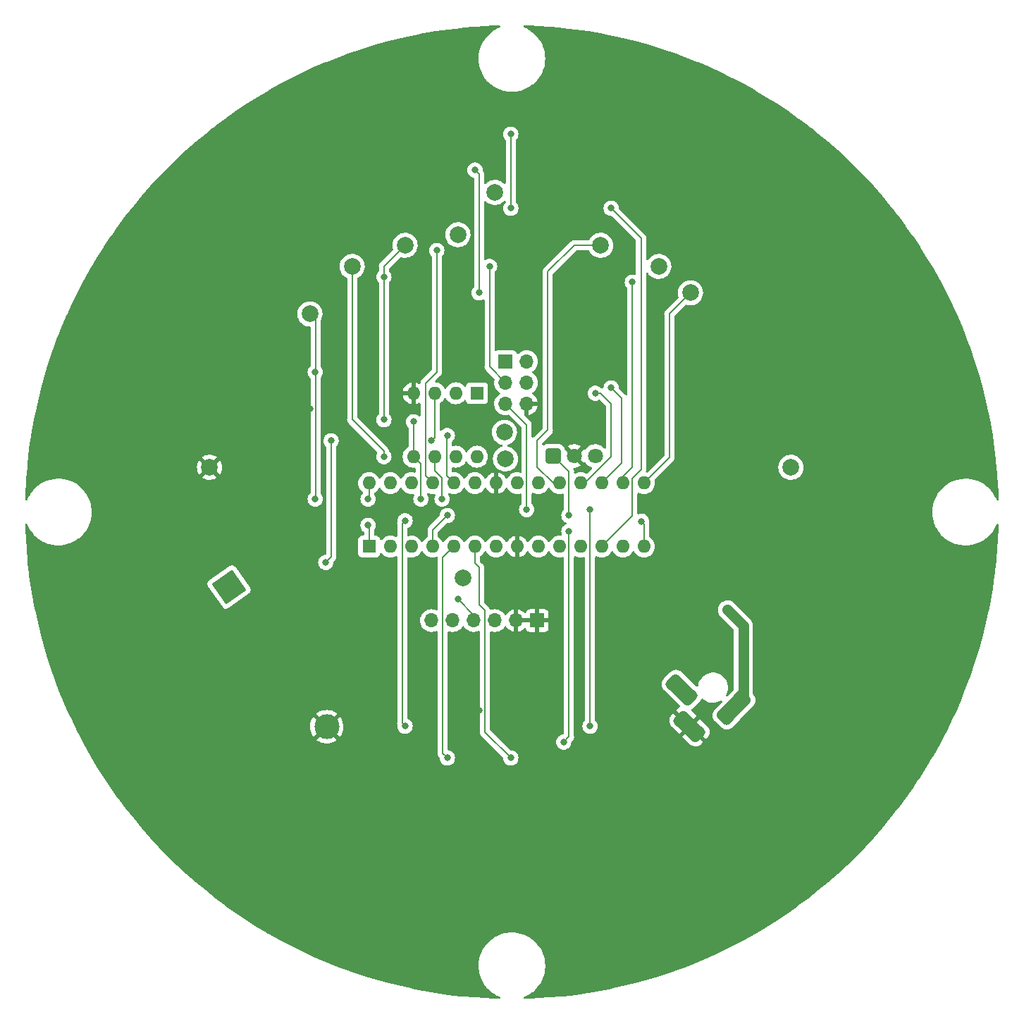
<source format=gbr>
%TF.GenerationSoftware,KiCad,Pcbnew,(6.0.5-0)*%
%TF.CreationDate,2022-07-21T12:39:38-05:00*%
%TF.ProjectId,HPS_Round_Clock,4850535f-526f-4756-9e64-5f436c6f636b,rev?*%
%TF.SameCoordinates,PX56c8cc0PY97a25c0*%
%TF.FileFunction,Copper,L2,Bot*%
%TF.FilePolarity,Positive*%
%FSLAX46Y46*%
G04 Gerber Fmt 4.6, Leading zero omitted, Abs format (unit mm)*
G04 Created by KiCad (PCBNEW (6.0.5-0)) date 2022-07-21 12:39:38*
%MOMM*%
%LPD*%
G01*
G04 APERTURE LIST*
G04 Aperture macros list*
%AMRoundRect*
0 Rectangle with rounded corners*
0 $1 Rounding radius*
0 $2 $3 $4 $5 $6 $7 $8 $9 X,Y pos of 4 corners*
0 Add a 4 corners polygon primitive as box body*
4,1,4,$2,$3,$4,$5,$6,$7,$8,$9,$2,$3,0*
0 Add four circle primitives for the rounded corners*
1,1,$1+$1,$2,$3*
1,1,$1+$1,$4,$5*
1,1,$1+$1,$6,$7*
1,1,$1+$1,$8,$9*
0 Add four rect primitives between the rounded corners*
20,1,$1+$1,$2,$3,$4,$5,0*
20,1,$1+$1,$4,$5,$6,$7,0*
20,1,$1+$1,$6,$7,$8,$9,0*
20,1,$1+$1,$8,$9,$2,$3,0*%
%AMRotRect*
0 Rectangle, with rotation*
0 The origin of the aperture is its center*
0 $1 length*
0 $2 width*
0 $3 Rotation angle, in degrees counterclockwise*
0 Add horizontal line*
21,1,$1,$2,0,0,$3*%
G04 Aperture macros list end*
%TA.AperFunction,ComponentPad*%
%ADD10C,2.000000*%
%TD*%
%TA.AperFunction,ComponentPad*%
%ADD11R,1.600000X1.600000*%
%TD*%
%TA.AperFunction,ComponentPad*%
%ADD12O,1.600000X1.600000*%
%TD*%
%TA.AperFunction,ComponentPad*%
%ADD13RoundRect,0.250200X-0.649800X-0.649800X0.649800X-0.649800X0.649800X0.649800X-0.649800X0.649800X0*%
%TD*%
%TA.AperFunction,ComponentPad*%
%ADD14C,1.800000*%
%TD*%
%TA.AperFunction,ComponentPad*%
%ADD15R,1.700000X1.700000*%
%TD*%
%TA.AperFunction,ComponentPad*%
%ADD16O,1.700000X1.700000*%
%TD*%
%TA.AperFunction,ComponentPad*%
%ADD17RotRect,3.000000X3.000000X305.000000*%
%TD*%
%TA.AperFunction,ComponentPad*%
%ADD18C,3.000000*%
%TD*%
%TA.AperFunction,ComponentPad*%
%ADD19RoundRect,0.500000X-0.855982X-1.606174X1.575322X0.911515X0.855982X1.606174X-1.575322X-0.911515X0*%
%TD*%
%TA.AperFunction,ComponentPad*%
%ADD20RoundRect,0.500000X1.426339X-0.682318X-0.731681X1.401657X-1.426339X0.682318X0.731681X-1.401657X0*%
%TD*%
%TA.AperFunction,ViaPad*%
%ADD21C,0.812800*%
%TD*%
%TA.AperFunction,Conductor*%
%ADD22C,1.270000*%
%TD*%
%TA.AperFunction,Conductor*%
%ADD23C,0.203200*%
%TD*%
G04 APERTURE END LIST*
D10*
%TO.P,TP11,1,1*%
%TO.N,Net-(TP11-Pad1)*%
X69655000Y91055000D03*
%TD*%
%TO.P,TP13,1,1*%
%TO.N,Net-(TP13-Pad1)*%
X58098000Y68576000D03*
%TD*%
%TO.P,TP4,1,1*%
%TO.N,Outer LED Ring*%
X56955000Y97405000D03*
%TD*%
%TO.P,TP15,1,1*%
%TO.N,Net-(TP15-Pad1)*%
X39810000Y88515000D03*
%TD*%
%TO.P,TP5,1,1*%
%TO.N,VCC*%
X92515000Y64385000D03*
%TD*%
%TO.P,TP2,1,1*%
%TO.N,SDA*%
X46160000Y91055000D03*
%TD*%
%TO.P,TP8,1,1*%
%TO.N,Net-(TP8-Pad1)*%
X76640000Y88515000D03*
%TD*%
%TO.P,TP1,1,1*%
%TO.N,SCL*%
X34730000Y82800000D03*
%TD*%
%TO.P,TP14,1,1*%
%TO.N,Net-(TP14-Pad1)*%
X52510000Y92325000D03*
%TD*%
%TO.P,TP3,1,1*%
%TO.N,IR Receiver*%
X53145000Y51050000D03*
%TD*%
%TO.P,TP12,1,1*%
%TO.N,Net-(TP12-Pad1)*%
X58225000Y65401000D03*
%TD*%
D11*
%TO.P,U4,1,~{RESET}/PC6*%
%TO.N,RESET*%
X41842000Y54860000D03*
D12*
%TO.P,U4,2,RXD/PD0*%
%TO.N,RXD*%
X44382000Y54860000D03*
%TO.P,U4,3,TXD/PD1*%
%TO.N,TXD*%
X46922000Y54860000D03*
%TO.P,U4,4,INT0/PD2*%
%TO.N,IR Receiver*%
X49462000Y54860000D03*
%TO.P,U4,5,INT1/PD3*%
%TO.N,Net-(R3-Pad1)*%
X52002000Y54860000D03*
%TO.P,U4,6,PD4*%
%TO.N,Net-(R4-Pad1)*%
X54542000Y54860000D03*
%TO.P,U4,7,VCC*%
%TO.N,VCC*%
X57082000Y54860000D03*
%TO.P,U4,8,GND*%
%TO.N,GND*%
X59622000Y54860000D03*
%TO.P,U4,9,XTAL1/PB6*%
%TO.N,Net-(C4-Pad2)*%
X62162000Y54860000D03*
%TO.P,U4,10,XTAL2/PB7*%
%TO.N,Net-(C6-Pad2)*%
X64702000Y54860000D03*
%TO.P,U4,11,OC0B/PD5*%
%TO.N,unconnected-(U4-Pad11)*%
X67242000Y54860000D03*
%TO.P,U4,12,OC0A/PD6*%
%TO.N,Outer LED Ring*%
X69782000Y54860000D03*
%TO.P,U4,13,PD7*%
%TO.N,Net-(R5-Pad1)*%
X72322000Y54860000D03*
%TO.P,U4,14,PB0*%
%TO.N,Net-(R1-Pad2)*%
X74862000Y54860000D03*
%TO.P,U4,15,OC1A/PB1*%
%TO.N,Net-(TP7-Pad1)*%
X74862000Y62480000D03*
%TO.P,U4,16,OC1B/PB2*%
%TO.N,Net-(TP8-Pad1)*%
X72322000Y62480000D03*
%TO.P,U4,17,MOSI/PB3*%
%TO.N,MOSI*%
X69782000Y62480000D03*
%TO.P,U4,18,MISO/PB4*%
%TO.N,MISO*%
X67242000Y62480000D03*
%TO.P,U4,19,SCK/PB5*%
%TO.N,Net-(TP11-Pad1)*%
X64702000Y62480000D03*
%TO.P,U4,20,AVCC*%
%TO.N,VCC*%
X62162000Y62480000D03*
%TO.P,U4,21,AREF*%
%TO.N,Net-(C5-Pad1)*%
X59622000Y62480000D03*
%TO.P,U4,22,GND*%
%TO.N,GND*%
X57082000Y62480000D03*
%TO.P,U4,23,ADC0/PC0*%
%TO.N,Net-(TP12-Pad1)*%
X54542000Y62480000D03*
%TO.P,U4,24,ADC1/PC1*%
%TO.N,Net-(TP13-Pad1)*%
X52002000Y62480000D03*
%TO.P,U4,25,ADC2/PC2*%
%TO.N,Net-(TP14-Pad1)*%
X49462000Y62480000D03*
%TO.P,U4,26,ADC3/PC3*%
%TO.N,Net-(TP15-Pad1)*%
X46922000Y62480000D03*
%TO.P,U4,27,SDA/PC4*%
%TO.N,SDA*%
X44382000Y62480000D03*
%TO.P,U4,28,SCL/PC5*%
%TO.N,SCL*%
X41842000Y62480000D03*
%TD*%
D13*
%TO.P,U3,1,OUT*%
%TO.N,IR Receiver*%
X63940000Y65750000D03*
D14*
%TO.P,U3,2,GND*%
%TO.N,GND*%
X66480000Y65750000D03*
%TO.P,U3,3,Vs*%
%TO.N,VCC*%
X69020000Y65750000D03*
%TD*%
D10*
%TO.P,TP6,1,1*%
%TO.N,GND*%
X22665000Y64385000D03*
%TD*%
D11*
%TO.P,U2,1,X1*%
%TO.N,Net-(U2-Pad1)*%
X54800000Y73275000D03*
D12*
%TO.P,U2,2,X2*%
%TO.N,Net-(U2-Pad2)*%
X52260000Y73275000D03*
%TO.P,U2,3,VBAT*%
%TO.N,Net-(BT1-Pad1)*%
X49720000Y73275000D03*
%TO.P,U2,4,GND*%
%TO.N,GND*%
X47180000Y73275000D03*
%TO.P,U2,5,SDA*%
%TO.N,SDA*%
X47180000Y65655000D03*
%TO.P,U2,6,SCL*%
%TO.N,SCL*%
X49720000Y65655000D03*
%TO.P,U2,7,SQW/OUT*%
%TO.N,unconnected-(U2-Pad7)*%
X52260000Y65655000D03*
%TO.P,U2,8,VCC*%
%TO.N,VCC*%
X54800000Y65655000D03*
%TD*%
D10*
%TO.P,TP7,1,1*%
%TO.N,Net-(TP7-Pad1)*%
X80450000Y85340000D03*
%TD*%
D15*
%TO.P,J3,1,Pin_1*%
%TO.N,MISO*%
X58225000Y77085000D03*
D16*
%TO.P,J3,2,Pin_2*%
%TO.N,VCC*%
X60765000Y77085000D03*
%TO.P,J3,3,Pin_3*%
%TO.N,LED_SCK*%
X58225000Y74545000D03*
%TO.P,J3,4,Pin_4*%
%TO.N,MOSI*%
X60765000Y74545000D03*
%TO.P,J3,5,Pin_5*%
%TO.N,RESET*%
X58225000Y72005000D03*
%TO.P,J3,6,Pin_6*%
%TO.N,GND*%
X60765000Y72005000D03*
%TD*%
D17*
%TO.P,BT1,1,+*%
%TO.N,Net-(BT1-Pad1)*%
X25000000Y50000000D03*
D18*
%TO.P,BT1,2,-*%
%TO.N,GND*%
X36752581Y33215575D03*
%TD*%
D15*
%TO.P,J2,1,Pin_1*%
%TO.N,GND*%
X62035000Y45970000D03*
D16*
%TO.P,J2,2,Pin_2*%
X59495000Y45970000D03*
%TO.P,J2,3,Pin_3*%
%TO.N,unconnected-(J2-Pad3)*%
X56955000Y45970000D03*
%TO.P,J2,4,Pin_4*%
%TO.N,Net-(J2-Pad4)*%
X54415000Y45970000D03*
%TO.P,J2,5,Pin_5*%
%TO.N,Net-(J2-Pad5)*%
X51875000Y45970000D03*
%TO.P,J2,6,Pin_6*%
%TO.N,Net-(C7-Pad1)*%
X49335000Y45970000D03*
%TD*%
D19*
%TO.P,J1,1,POLE*%
%TO.N,Net-(C2-Pad1)*%
X85671546Y35475937D03*
D20*
%TO.P,J1,2,OUT*%
%TO.N,GND*%
X80335375Y33261150D03*
%TO.P,J1,3,OUT*%
%TO.N,unconnected-(J1-Pad3)*%
X79410464Y37629735D03*
%TD*%
D21*
%TO.N,GND*%
X72195000Y33905000D03*
X39810000Y7870000D03*
X65210000Y23745000D03*
X33460000Y102485000D03*
X42985000Y91690000D03*
X64575000Y97405000D03*
X22665000Y59305000D03*
X36000000Y47875000D03*
X23300000Y53590000D03*
X86165000Y11045000D03*
X83625000Y64385000D03*
X80450000Y26920000D03*
X63940000Y67560000D03*
X81720000Y49145000D03*
X95690000Y70735000D03*
X91245000Y20570000D03*
X58225000Y48510000D03*
X89340000Y53590000D03*
X109025000Y51685000D03*
X32825000Y63750000D03*
X8695000Y63115000D03*
X48700000Y28825000D03*
X9965000Y48510000D03*
X75370000Y106295000D03*
X27110000Y78355000D03*
X38540000Y12315000D03*
X87435000Y101215000D03*
X62670000Y35175000D03*
X76640000Y33905000D03*
X62035000Y85340000D03*
X86165000Y16125000D03*
X18220000Y29460000D03*
X68385000Y14220000D03*
X62670000Y109470000D03*
X106485000Y31365000D03*
X81085000Y104390000D03*
X63940000Y26920000D03*
X41715000Y86610000D03*
X46160000Y107565000D03*
X8695000Y40255000D03*
X83625000Y78355000D03*
X46795000Y24380000D03*
X72195000Y47875000D03*
X67750000Y108200000D03*
X81720000Y88515000D03*
X40445000Y41525000D03*
X81085000Y71370000D03*
X95055000Y19300000D03*
X88070000Y70100000D03*
X27110000Y19300000D03*
X27745000Y98675000D03*
X37433515Y77720000D03*
X84260000Y56765000D03*
X102040000Y85340000D03*
X23935000Y69465000D03*
X95055000Y52320000D03*
X56320000Y26920000D03*
X55050000Y35175000D03*
X51240000Y86610000D03*
X52510000Y109470000D03*
X88070000Y61845000D03*
X56320000Y22475000D03*
X22665000Y94230000D03*
X30285000Y70735000D03*
X41715000Y32635000D03*
X33460000Y85975000D03*
X76640000Y85340000D03*
X50605000Y94865000D03*
X105215000Y38985000D03*
X97595000Y26285000D03*
X39810000Y29460000D03*
X108967059Y65712941D03*
X39175000Y37080000D03*
X51875000Y5965000D03*
X18220000Y88515000D03*
X69020000Y81530000D03*
X107755000Y45335000D03*
X39810000Y105660000D03*
X46160000Y83435000D03*
X14410000Y35175000D03*
X8695000Y54860000D03*
X69020000Y87880000D03*
X76005000Y92960000D03*
X83625000Y41525000D03*
X100770000Y30730000D03*
X75370000Y10410000D03*
X62035000Y12950000D03*
X33460000Y15490000D03*
X9965000Y69465000D03*
X77275000Y42160000D03*
X91880000Y38350000D03*
X11235000Y42160000D03*
X16315000Y25015000D03*
X76005000Y78355000D03*
X56320000Y91055000D03*
X68385000Y6600000D03*
X107755000Y72005000D03*
X93150000Y96135000D03*
X96960000Y60575000D03*
X105215000Y78990000D03*
X104580000Y60575000D03*
X97595000Y91055000D03*
X11870000Y75815000D03*
X90610000Y80260000D03*
X79815000Y12950000D03*
X47430000Y37080000D03*
X27110000Y14855000D03*
X92515000Y50415000D03*
X46160000Y9775000D03*
X70290000Y38350000D03*
X22030000Y23745000D03*
X63940000Y43430000D03*
X28380000Y48510000D03*
X34730000Y71370000D03*
X52510000Y32000000D03*
X51875000Y9140000D03*
X14410000Y82165000D03*
X30920000Y53590000D03*
%TO.N,Net-(C2-Pad1)*%
X84895000Y47240000D03*
%TO.N,Net-(BT1-Pad1)*%
X37270000Y67560000D03*
X36635000Y52955000D03*
X49335000Y67560000D03*
%TO.N,RESET*%
X60765000Y59305000D03*
X68385000Y33270000D03*
X68385000Y59305000D03*
X41715000Y57400000D03*
%TO.N,Outer LED Ring*%
X70925000Y95500000D03*
X58860000Y95500000D03*
X58860000Y104390000D03*
%TO.N,Net-(TP8-Pad1)*%
X73465000Y86610000D03*
%TO.N,/more LEDS/data*%
X55050000Y85340000D03*
X54562408Y100092408D03*
%TO.N,Net-(J2-Pad4)*%
X52510000Y48510000D03*
%TO.N,Net-(R1-Pad2)*%
X46160000Y57959300D03*
X74583589Y57883589D03*
X46160000Y33270000D03*
%TO.N,MISO*%
X69020000Y73275000D03*
%TO.N,LED_SCK*%
X56320000Y88515000D03*
%TO.N,MOSI*%
X70925000Y73910000D03*
%TO.N,SDA*%
X43620000Y87245000D03*
X43620000Y70100000D03*
X48065000Y60575000D03*
X47180000Y69850000D03*
%TO.N,SCL*%
X41715000Y60575000D03*
X35365000Y75815000D03*
X50605000Y60575000D03*
X35365000Y60575000D03*
%TO.N,Net-(R3-Pad1)*%
X51240000Y29460000D03*
%TO.N,IR Receiver*%
X51240000Y58594300D03*
X65845000Y58594300D03*
%TO.N,Net-(TP13-Pad1)*%
X51240000Y68195000D03*
%TO.N,Net-(TP14-Pad1)*%
X49970000Y90420000D03*
%TO.N,Net-(TP15-Pad1)*%
X43620000Y65655000D03*
%TO.N,Net-(R4-Pad1)*%
X58860000Y29460000D03*
%TO.N,Net-(R5-Pad1)*%
X65210000Y31365000D03*
X65845000Y56689300D03*
%TD*%
D22*
%TO.N,Net-(C2-Pad1)*%
X86800000Y36604391D02*
X85671546Y35475937D01*
X86800000Y45335000D02*
X86800000Y36604391D01*
X84895000Y47240000D02*
X86800000Y45335000D01*
D23*
%TO.N,Net-(BT1-Pad1)*%
X49335000Y67560000D02*
X49720000Y67945000D01*
X49720000Y67945000D02*
X49720000Y73275000D01*
X37270000Y53590000D02*
X36635000Y52955000D01*
X37270000Y67560000D02*
X37270000Y53590000D01*
%TO.N,RESET*%
X60765000Y69465000D02*
X58225000Y72005000D01*
X68385000Y33270000D02*
X68385000Y59305000D01*
X60765000Y59305000D02*
X60765000Y69465000D01*
X41715000Y57400000D02*
X41842000Y57273000D01*
X41842000Y57273000D02*
X41842000Y54860000D01*
%TO.N,Outer LED Ring*%
X58860000Y95500000D02*
X58860000Y104390000D01*
X74505920Y91919080D02*
X74505920Y64089862D01*
X74505920Y64089862D02*
X73465000Y63048942D01*
X73465000Y58543000D02*
X69782000Y54860000D01*
X70925000Y95500000D02*
X74505920Y91919080D01*
X73465000Y63048942D02*
X73465000Y58543000D01*
%TO.N,Net-(TP7-Pad1)*%
X74862000Y62480000D02*
X77910000Y65528000D01*
X77910000Y82800000D02*
X80450000Y85340000D01*
X77910000Y65528000D02*
X77910000Y82800000D01*
%TO.N,Net-(TP8-Pad1)*%
X72322000Y63242000D02*
X72322000Y62480000D01*
X73465000Y64385000D02*
X72322000Y63242000D01*
X73465000Y86610000D02*
X73465000Y64385000D01*
%TO.N,/more LEDS/data*%
X54562408Y100092408D02*
X55050000Y99604816D01*
X55050000Y99604816D02*
X55050000Y85340000D01*
%TO.N,Net-(J2-Pad4)*%
X54380000Y46640000D02*
X54380000Y46000000D01*
X52510000Y48510000D02*
X54380000Y46640000D01*
%TO.N,Net-(R1-Pad2)*%
X46160000Y57959300D02*
X45817689Y57616989D01*
X74583589Y57883589D02*
X74862000Y57605178D01*
X45817689Y33612311D02*
X46160000Y33270000D01*
X45817689Y57616989D02*
X45817689Y33612311D01*
X74862000Y57605178D02*
X74862000Y54860000D01*
%TO.N,MISO*%
X70925000Y65655000D02*
X67750000Y62480000D01*
X70925000Y72005000D02*
X70925000Y65655000D01*
X69655000Y73275000D02*
X70925000Y72005000D01*
X69020000Y73275000D02*
X69655000Y73275000D01*
X67750000Y62480000D02*
X67242000Y62480000D01*
%TO.N,LED_SCK*%
X58225000Y74545000D02*
X56320000Y76450000D01*
X56320000Y76450000D02*
X56320000Y88515000D01*
%TO.N,MOSI*%
X72195000Y72640000D02*
X72195000Y64893000D01*
X72195000Y64893000D02*
X69782000Y62480000D01*
X70925000Y73910000D02*
X72195000Y72640000D01*
%TO.N,SDA*%
X47180000Y65655000D02*
X47180000Y69850000D01*
X48026311Y60613689D02*
X48065000Y60575000D01*
X43620000Y70100000D02*
X43620000Y88515000D01*
X48026311Y64808689D02*
X48026311Y60613689D01*
X47180000Y65655000D02*
X48026311Y64808689D01*
X43620000Y88515000D02*
X46160000Y91055000D01*
%TO.N,SCL*%
X35440711Y60650711D02*
X35440711Y82089289D01*
X49720000Y64000000D02*
X49720000Y65655000D01*
X41715000Y60575000D02*
X41842000Y60702000D01*
X41842000Y60702000D02*
X41842000Y62480000D01*
X35365000Y60575000D02*
X35440711Y60650711D01*
X50605000Y60575000D02*
X50605000Y63115000D01*
X35440711Y82089289D02*
X34730000Y82800000D01*
X50605000Y63115000D02*
X49720000Y64000000D01*
%TO.N,Net-(R3-Pad1)*%
X50685689Y53543689D02*
X52002000Y54860000D01*
X51240000Y29460000D02*
X50685689Y30014311D01*
X50685689Y30014311D02*
X50685689Y53543689D01*
%TO.N,IR Receiver*%
X49462000Y56816300D02*
X49462000Y54860000D01*
X65845000Y63845000D02*
X63940000Y65750000D01*
X51240000Y58594300D02*
X49462000Y56816300D01*
X65845000Y58594300D02*
X65845000Y63845000D01*
%TO.N,Net-(TP11-Pad1)*%
X64702000Y62480000D02*
X63940000Y62480000D01*
X66480000Y91055000D02*
X69655000Y91055000D01*
X63305000Y68830000D02*
X63305000Y87880000D01*
X63305000Y87880000D02*
X66480000Y91055000D01*
X62035000Y64385000D02*
X62035000Y67560000D01*
X62035000Y67560000D02*
X63305000Y68830000D01*
X63940000Y62480000D02*
X62035000Y64385000D01*
%TO.N,Net-(TP13-Pad1)*%
X51240000Y68195000D02*
X51155689Y68110689D01*
X51155689Y63326311D02*
X52002000Y62480000D01*
X51155689Y68110689D02*
X51155689Y63326311D01*
%TO.N,Net-(TP14-Pad1)*%
X49970000Y75815000D02*
X48615689Y74460689D01*
X48615689Y74460689D02*
X48615689Y63326311D01*
X49970000Y90420000D02*
X49970000Y75815000D01*
X48615689Y63326311D02*
X49462000Y62480000D01*
%TO.N,Net-(TP15-Pad1)*%
X43620000Y65655000D02*
X43620000Y66290000D01*
X43620000Y66290000D02*
X39810000Y70100000D01*
X39810000Y70100000D02*
X39810000Y88515000D01*
%TO.N,Net-(R4-Pad1)*%
X55050000Y47875000D02*
X55050000Y52320000D01*
X55760711Y47164289D02*
X55050000Y47875000D01*
X58860000Y29460000D02*
X55760711Y32559289D01*
X55760711Y32559289D02*
X55760711Y47164289D01*
X55050000Y52320000D02*
X54542000Y52828000D01*
X54542000Y52828000D02*
X54542000Y54860000D01*
%TO.N,Net-(R5-Pad1)*%
X65210000Y31365000D02*
X65845000Y32000000D01*
X65845000Y32000000D02*
X65845000Y56689300D01*
%TD*%
%TA.AperFunction,Conductor*%
%TO.N,GND*%
G36*
X57566706Y117452734D02*
G01*
X57613897Y117399692D01*
X57624921Y117329556D01*
X57596276Y117264595D01*
X57549414Y117229956D01*
X57247199Y117101050D01*
X57247195Y117101048D01*
X57244262Y117099797D01*
X56889468Y116903940D01*
X56886847Y116902125D01*
X56886842Y116902122D01*
X56839346Y116869234D01*
X56556283Y116673232D01*
X56553855Y116671158D01*
X56553852Y116671156D01*
X56546272Y116664682D01*
X56248118Y116410034D01*
X56245918Y116407732D01*
X56245915Y116407729D01*
X56238921Y116400410D01*
X55968128Y116117042D01*
X55966171Y116114529D01*
X55966170Y116114527D01*
X55779679Y115874968D01*
X55719181Y115797255D01*
X55717485Y115794551D01*
X55717482Y115794547D01*
X55710288Y115783079D01*
X55503824Y115453947D01*
X55324263Y115090633D01*
X55182337Y114711034D01*
X55181529Y114707955D01*
X55181527Y114707948D01*
X55080306Y114322116D01*
X55079498Y114319036D01*
X55016800Y113918651D01*
X54994883Y113513981D01*
X54995033Y113510800D01*
X55001750Y113368378D01*
X55013974Y113109167D01*
X55014445Y113106014D01*
X55014446Y113106006D01*
X55024542Y113038456D01*
X55073876Y112708354D01*
X55074662Y112705272D01*
X55074662Y112705270D01*
X55084345Y112667284D01*
X55173975Y112315648D01*
X55313248Y111935067D01*
X55490268Y111570509D01*
X55703223Y111225706D01*
X55705155Y111223188D01*
X55705162Y111223178D01*
X55787762Y111115532D01*
X55949932Y110904188D01*
X55952114Y110901872D01*
X55952123Y110901862D01*
X56108597Y110735817D01*
X56227869Y110609249D01*
X56534189Y110343906D01*
X56536799Y110342071D01*
X56536805Y110342067D01*
X56736373Y110201808D01*
X56865755Y110110877D01*
X57219173Y109912548D01*
X57222087Y109911281D01*
X57222091Y109911279D01*
X57375386Y109844625D01*
X57590825Y109750950D01*
X57774813Y109692232D01*
X57973860Y109628707D01*
X57973869Y109628705D01*
X57976904Y109627736D01*
X58192469Y109582309D01*
X58370339Y109544826D01*
X58370344Y109544825D01*
X58373458Y109544169D01*
X58776427Y109501104D01*
X58779614Y109501087D01*
X58779620Y109501087D01*
X58963626Y109500124D01*
X59181685Y109498982D01*
X59334498Y109513696D01*
X59581918Y109537520D01*
X59581923Y109537521D01*
X59585083Y109537825D01*
X59588202Y109538448D01*
X59588207Y109538449D01*
X59784157Y109577604D01*
X59982491Y109617235D01*
X60251745Y109700068D01*
X60366794Y109735462D01*
X60366798Y109735464D01*
X60369839Y109736399D01*
X60372775Y109737639D01*
X60372780Y109737641D01*
X60538655Y109807709D01*
X60743162Y109894096D01*
X61098637Y110088714D01*
X61432626Y110318257D01*
X61462870Y110343906D01*
X61739278Y110578317D01*
X61739280Y110578319D01*
X61741708Y110580378D01*
X62022718Y110872391D01*
X62272781Y111191307D01*
X62489334Y111533861D01*
X62490754Y111536710D01*
X62490759Y111536718D01*
X62668742Y111893698D01*
X62670162Y111896546D01*
X62813412Y112275647D01*
X62824056Y112315648D01*
X62916798Y112664199D01*
X62917619Y112667284D01*
X62923704Y112705270D01*
X62977071Y113038456D01*
X62981715Y113067447D01*
X62984121Y113109167D01*
X63004945Y113470344D01*
X63005043Y113472039D01*
X63005141Y113500000D01*
X62984638Y113904745D01*
X62923337Y114305345D01*
X62857290Y114560731D01*
X62822664Y114694621D01*
X62822661Y114694629D01*
X62821867Y114697701D01*
X62816935Y114711034D01*
X62682376Y115074796D01*
X62682373Y115074802D01*
X62681267Y115077793D01*
X62502975Y115441731D01*
X62288818Y115785788D01*
X62204566Y115894798D01*
X62042941Y116103917D01*
X62042936Y116103922D01*
X62040989Y116106442D01*
X61762024Y116400410D01*
X61454779Y116664682D01*
X61122401Y116896552D01*
X60768293Y117093646D01*
X60765373Y117094904D01*
X60765368Y117094906D01*
X60490962Y117213084D01*
X60451422Y117230113D01*
X60396770Y117275427D01*
X60375292Y117343097D01*
X60393808Y117411637D01*
X60446441Y117459285D01*
X60502908Y117471825D01*
X60521302Y117471585D01*
X60529478Y117471478D01*
X60532746Y117471392D01*
X61364440Y117438715D01*
X62059575Y117411403D01*
X62062869Y117411230D01*
X63587553Y117311297D01*
X63590841Y117311038D01*
X64759181Y117203683D01*
X65112359Y117171230D01*
X65115627Y117170888D01*
X66633082Y116991285D01*
X66636295Y116990862D01*
X68148471Y116771607D01*
X68151695Y116771097D01*
X69657634Y116512328D01*
X69660812Y116511739D01*
X70627565Y116319440D01*
X71159452Y116213641D01*
X71162679Y116212955D01*
X72652963Y115875738D01*
X72656170Y115874968D01*
X74137127Y115498853D01*
X74140313Y115497999D01*
X75610899Y115083252D01*
X75614062Y115082315D01*
X77073283Y114629214D01*
X77076420Y114628195D01*
X78523291Y114137049D01*
X78526399Y114135949D01*
X79959961Y113607080D01*
X79962987Y113605918D01*
X81208104Y113109167D01*
X81382179Y113039718D01*
X81385227Y113038456D01*
X82789137Y112435288D01*
X82792150Y112433946D01*
X84179765Y111794247D01*
X84182699Y111792847D01*
X85332748Y111225706D01*
X85553121Y111117030D01*
X85556060Y111115532D01*
X86908271Y110404099D01*
X86911152Y110402536D01*
X88244370Y109655898D01*
X88247137Y109654300D01*
X88441865Y109538449D01*
X89560302Y108873048D01*
X89563114Y108871325D01*
X90855361Y108055979D01*
X90858128Y108054182D01*
X92128578Y107205294D01*
X92131296Y107203426D01*
X93379090Y106321573D01*
X93381749Y106319641D01*
X93521462Y106215313D01*
X94606045Y105405416D01*
X94608647Y105403420D01*
X95026959Y105073649D01*
X95808611Y104457444D01*
X95811174Y104455368D01*
X96985903Y103478357D01*
X96988412Y103476215D01*
X98137215Y102468741D01*
X98139666Y102466534D01*
X99261683Y101429352D01*
X99264076Y101427081D01*
X99736031Y100967323D01*
X100358575Y100360867D01*
X100360867Y100358575D01*
X100802849Y99904868D01*
X101427081Y99264076D01*
X101429352Y99261683D01*
X102466534Y98139666D01*
X102468741Y98137215D01*
X103476215Y96988412D01*
X103478357Y96985903D01*
X104455368Y95811174D01*
X104457444Y95808611D01*
X104913912Y95229584D01*
X105391543Y94623713D01*
X105403408Y94608662D01*
X105405404Y94606061D01*
X106282096Y93432028D01*
X106319634Y93381759D01*
X106321565Y93379101D01*
X107166757Y92183182D01*
X107203426Y92131296D01*
X107205285Y92128592D01*
X108045981Y90870401D01*
X108054182Y90858128D01*
X108055976Y90855365D01*
X108082658Y90813077D01*
X108871325Y89563114D01*
X108873048Y89560302D01*
X109326194Y88798633D01*
X109645286Y88262289D01*
X109654290Y88247154D01*
X109655898Y88244370D01*
X110358437Y86989896D01*
X110402526Y86911170D01*
X110404099Y86908271D01*
X111115532Y85556060D01*
X111117029Y85553123D01*
X111792273Y84183865D01*
X111792837Y84182721D01*
X111794247Y84179765D01*
X112207757Y83282793D01*
X112433946Y82792150D01*
X112435288Y82789137D01*
X113038456Y81385227D01*
X113039718Y81382180D01*
X113460387Y80327766D01*
X113605908Y79963014D01*
X113607090Y79959935D01*
X114135948Y78526401D01*
X114137049Y78523291D01*
X114628195Y77076420D01*
X114629214Y77073283D01*
X115082315Y75614062D01*
X115083252Y75610899D01*
X115497999Y74140313D01*
X115498853Y74137127D01*
X115874968Y72656170D01*
X115875738Y72652963D01*
X116212955Y71162679D01*
X116213641Y71159452D01*
X116280741Y70822119D01*
X116508081Y69679206D01*
X116511733Y69660845D01*
X116512328Y69657634D01*
X116763656Y68195000D01*
X116771094Y68151712D01*
X116771607Y68148471D01*
X116990407Y66639436D01*
X116990858Y66636324D01*
X116991285Y66633082D01*
X117145828Y65327358D01*
X117170887Y65115633D01*
X117171231Y65112352D01*
X117311038Y63590841D01*
X117311297Y63587553D01*
X117411230Y62062869D01*
X117411403Y62059575D01*
X117427867Y61640533D01*
X117469741Y60574796D01*
X117471392Y60532764D01*
X117471478Y60529467D01*
X117471896Y60497544D01*
X117452788Y60429167D01*
X117399745Y60381976D01*
X117329610Y60370952D01*
X117264648Y60399597D01*
X117227733Y60452180D01*
X117182376Y60574796D01*
X117182373Y60574802D01*
X117181267Y60577793D01*
X117002975Y60941731D01*
X116788818Y61285788D01*
X116678440Y61428601D01*
X116542941Y61603917D01*
X116542936Y61603922D01*
X116540989Y61606442D01*
X116330513Y61828238D01*
X116264223Y61898093D01*
X116264220Y61898095D01*
X116262024Y61900410D01*
X116116274Y62025775D01*
X115957194Y62162605D01*
X115957191Y62162607D01*
X115954779Y62164682D01*
X115622401Y62396552D01*
X115268293Y62593646D01*
X115265373Y62594904D01*
X115265368Y62594906D01*
X114899014Y62752684D01*
X114899004Y62752688D01*
X114896080Y62753947D01*
X114509573Y62875812D01*
X114225282Y62934686D01*
X114115855Y62957347D01*
X114115852Y62957347D01*
X114112730Y62957994D01*
X113801937Y62990111D01*
X113712769Y62999326D01*
X113712766Y62999326D01*
X113709613Y62999652D01*
X113706447Y62999658D01*
X113706438Y62999658D01*
X113506225Y63000007D01*
X113304350Y63000359D01*
X113104617Y62980423D01*
X112904274Y62960427D01*
X112904270Y62960426D01*
X112901090Y62960109D01*
X112897950Y62959470D01*
X112897949Y62959470D01*
X112507096Y62879950D01*
X112507089Y62879948D01*
X112503962Y62879312D01*
X112117032Y62758797D01*
X112114092Y62757543D01*
X111747199Y62601050D01*
X111747195Y62601048D01*
X111744262Y62599797D01*
X111389468Y62403940D01*
X111386847Y62402125D01*
X111386842Y62402122D01*
X111177827Y62257393D01*
X111056283Y62173232D01*
X111053855Y62171158D01*
X111053852Y62171156D01*
X110750545Y61912107D01*
X110748118Y61910034D01*
X110745918Y61907732D01*
X110745915Y61907729D01*
X110738921Y61900410D01*
X110468128Y61617042D01*
X110466171Y61614529D01*
X110466170Y61614527D01*
X110223284Y61302525D01*
X110219181Y61297255D01*
X110217485Y61294551D01*
X110217482Y61294547D01*
X110101722Y61110009D01*
X110003824Y60953947D01*
X109824263Y60590633D01*
X109823149Y60587652D01*
X109823148Y60587651D01*
X109812019Y60557884D01*
X109682337Y60211034D01*
X109681529Y60207955D01*
X109681527Y60207948D01*
X109597451Y59887468D01*
X109579498Y59819036D01*
X109516800Y59418651D01*
X109516629Y59415485D01*
X109516628Y59415480D01*
X109508438Y59264258D01*
X109494883Y59013981D01*
X109495033Y59010800D01*
X109513583Y58617468D01*
X109513974Y58609167D01*
X109514445Y58606014D01*
X109514446Y58606006D01*
X109530146Y58500957D01*
X109573876Y58208354D01*
X109574662Y58205272D01*
X109574662Y58205270D01*
X109658331Y57877024D01*
X109673975Y57815648D01*
X109768656Y57556921D01*
X109800269Y57470535D01*
X109813248Y57435067D01*
X109888272Y57280562D01*
X109983614Y57084213D01*
X109990268Y57070509D01*
X109991940Y57067802D01*
X109991941Y57067800D01*
X110177071Y56768050D01*
X110203223Y56725706D01*
X110205155Y56723188D01*
X110205162Y56723178D01*
X110447991Y56406717D01*
X110449932Y56404188D01*
X110452114Y56401872D01*
X110452123Y56401862D01*
X110553297Y56294500D01*
X110727869Y56109249D01*
X111034189Y55843906D01*
X111036799Y55842071D01*
X111036805Y55842067D01*
X111154245Y55759529D01*
X111365755Y55610877D01*
X111368530Y55609320D01*
X111697435Y55424747D01*
X111719173Y55412548D01*
X111722087Y55411281D01*
X111722091Y55411279D01*
X111875386Y55344625D01*
X112090825Y55250950D01*
X112274813Y55192232D01*
X112473860Y55128707D01*
X112473869Y55128705D01*
X112476904Y55127736D01*
X112639831Y55093402D01*
X112870339Y55044826D01*
X112870344Y55044825D01*
X112873458Y55044169D01*
X113276427Y55001104D01*
X113279614Y55001087D01*
X113279620Y55001087D01*
X113463626Y55000124D01*
X113681685Y54998982D01*
X113834498Y55013696D01*
X114081918Y55037520D01*
X114081923Y55037521D01*
X114085083Y55037825D01*
X114088202Y55038448D01*
X114088207Y55038449D01*
X114309195Y55082607D01*
X114482491Y55117235D01*
X114751745Y55200068D01*
X114866794Y55235462D01*
X114866798Y55235464D01*
X114869839Y55236399D01*
X114872775Y55237639D01*
X114872780Y55237641D01*
X115056419Y55315213D01*
X115243162Y55394096D01*
X115598637Y55588714D01*
X115932626Y55818257D01*
X115962870Y55843906D01*
X116239278Y56078317D01*
X116239280Y56078319D01*
X116241708Y56080378D01*
X116522718Y56372391D01*
X116672637Y56563589D01*
X116770818Y56688803D01*
X116770822Y56688808D01*
X116772781Y56691307D01*
X116775663Y56695865D01*
X116896395Y56886845D01*
X116989334Y57033861D01*
X116990754Y57036710D01*
X116990759Y57036718D01*
X117168742Y57393698D01*
X117170162Y57396546D01*
X117228055Y57549756D01*
X117270845Y57606409D01*
X117337471Y57630934D01*
X117406779Y57615546D01*
X117456766Y57565129D01*
X117471910Y57503570D01*
X117471478Y57470535D01*
X117471392Y57467254D01*
X117447505Y56859273D01*
X117411403Y55940425D01*
X117411230Y55937131D01*
X117311297Y54412447D01*
X117311038Y54409159D01*
X117221886Y53438921D01*
X117176817Y52948435D01*
X117171231Y52887648D01*
X117170888Y52884373D01*
X117015048Y51567684D01*
X116991289Y51366946D01*
X116990862Y51363705D01*
X116776297Y49883871D01*
X116771610Y49851546D01*
X116771097Y49848305D01*
X116515446Y48360507D01*
X116512334Y48342398D01*
X116511739Y48339188D01*
X116337875Y47465114D01*
X116213641Y46840548D01*
X116212955Y46837321D01*
X115875738Y45347037D01*
X115874968Y45343830D01*
X115498853Y43862873D01*
X115497999Y43859687D01*
X115083252Y42389101D01*
X115082315Y42385938D01*
X114629214Y40926717D01*
X114628195Y40923580D01*
X114137049Y39476709D01*
X114135949Y39473601D01*
X113609816Y38047453D01*
X113607090Y38040065D01*
X113605918Y38037013D01*
X113184382Y36980425D01*
X113039718Y36617821D01*
X113038456Y36614773D01*
X112435288Y35210863D01*
X112433946Y35207850D01*
X111820649Y33877504D01*
X111794257Y33820256D01*
X111792847Y33817301D01*
X111168427Y32551101D01*
X111117030Y32446879D01*
X111115532Y32443940D01*
X110404099Y31091729D01*
X110402536Y31088848D01*
X109655898Y29755630D01*
X109654300Y29752863D01*
X109547979Y29574154D01*
X108873048Y28439698D01*
X108871325Y28436886D01*
X108055979Y27144639D01*
X108054185Y27141876D01*
X107683142Y26586571D01*
X107205294Y25871422D01*
X107203435Y25868717D01*
X106321573Y24620910D01*
X106319634Y24618241D01*
X105405416Y23393955D01*
X105403408Y23391338D01*
X104457444Y22191389D01*
X104455368Y22188826D01*
X103478357Y21014097D01*
X103476215Y21011588D01*
X102468741Y19862785D01*
X102466534Y19860334D01*
X101429352Y18738317D01*
X101427081Y18735924D01*
X100856987Y18150706D01*
X100360867Y17641425D01*
X100358575Y17639133D01*
X99849294Y17143013D01*
X99264076Y16572919D01*
X99261683Y16570648D01*
X98139666Y15533466D01*
X98137215Y15531259D01*
X96988412Y14523785D01*
X96985903Y14521643D01*
X95811174Y13544632D01*
X95808611Y13542556D01*
X94608662Y12596592D01*
X94606061Y12594596D01*
X93381759Y11680366D01*
X93379090Y11678427D01*
X92131296Y10796574D01*
X92128578Y10794706D01*
X90858128Y9945818D01*
X90855361Y9944021D01*
X89563114Y9128675D01*
X89560302Y9126952D01*
X88679238Y8602773D01*
X88296134Y8374850D01*
X88247154Y8345710D01*
X88244370Y8344102D01*
X86911152Y7597464D01*
X86908271Y7595901D01*
X85556060Y6884468D01*
X85553123Y6882971D01*
X84182699Y6207153D01*
X84179765Y6205753D01*
X83674874Y5972995D01*
X82792150Y5566054D01*
X82789137Y5564712D01*
X81385227Y4961544D01*
X81382180Y4960282D01*
X79962987Y4394082D01*
X79959961Y4392920D01*
X78526401Y3864052D01*
X78523291Y3862951D01*
X77076420Y3371805D01*
X77073283Y3370786D01*
X75614062Y2917685D01*
X75610899Y2916748D01*
X74140313Y2502001D01*
X74137127Y2501147D01*
X72656170Y2125032D01*
X72652963Y2124262D01*
X71162679Y1787045D01*
X71159452Y1786359D01*
X70627565Y1680560D01*
X69660812Y1488261D01*
X69657634Y1487672D01*
X68151695Y1228903D01*
X68148471Y1228393D01*
X66636295Y1009138D01*
X66633082Y1008715D01*
X65115627Y829112D01*
X65112359Y828770D01*
X64759181Y796317D01*
X63590841Y688962D01*
X63587553Y688703D01*
X62062869Y588770D01*
X62059575Y588597D01*
X61364440Y561285D01*
X60532746Y528608D01*
X60529478Y528522D01*
X60521504Y528418D01*
X60500536Y528144D01*
X60432160Y547254D01*
X60384970Y600298D01*
X60373949Y670434D01*
X60402596Y735394D01*
X60449856Y770199D01*
X60743162Y894096D01*
X61098637Y1088714D01*
X61432626Y1318257D01*
X61462870Y1343906D01*
X61739278Y1578317D01*
X61739280Y1578319D01*
X61741708Y1580378D01*
X62022718Y1872391D01*
X62220211Y2124262D01*
X62270818Y2188803D01*
X62270822Y2188808D01*
X62272781Y2191307D01*
X62489334Y2533861D01*
X62490754Y2536710D01*
X62490759Y2536718D01*
X62668742Y2893698D01*
X62670162Y2896546D01*
X62813412Y3275647D01*
X62824056Y3315648D01*
X62916798Y3664199D01*
X62917619Y3667284D01*
X62923704Y3705270D01*
X62981210Y4064296D01*
X62981715Y4067447D01*
X62984121Y4109167D01*
X62994064Y4281619D01*
X63005043Y4472039D01*
X63005141Y4500000D01*
X63004272Y4517156D01*
X62984799Y4901572D01*
X62984798Y4901577D01*
X62984638Y4904745D01*
X62954354Y5102652D01*
X62923821Y5302185D01*
X62923819Y5302194D01*
X62923337Y5305345D01*
X62821867Y5697701D01*
X62816935Y5711034D01*
X62682376Y6074796D01*
X62682373Y6074802D01*
X62681267Y6077793D01*
X62502975Y6441731D01*
X62288818Y6785788D01*
X62040989Y7106442D01*
X61762024Y7400410D01*
X61693080Y7459711D01*
X61457194Y7662605D01*
X61457191Y7662607D01*
X61454779Y7664682D01*
X61122401Y7896552D01*
X60768293Y8093646D01*
X60765373Y8094904D01*
X60765368Y8094906D01*
X60399014Y8252684D01*
X60399004Y8252688D01*
X60396080Y8253947D01*
X60009573Y8375812D01*
X59725282Y8434686D01*
X59615855Y8457347D01*
X59615852Y8457347D01*
X59612730Y8457994D01*
X59301937Y8490111D01*
X59212769Y8499326D01*
X59212766Y8499326D01*
X59209613Y8499652D01*
X59206447Y8499658D01*
X59206438Y8499658D01*
X59006225Y8500007D01*
X58804350Y8500359D01*
X58604617Y8480423D01*
X58404274Y8460427D01*
X58404270Y8460426D01*
X58401090Y8460109D01*
X58397950Y8459470D01*
X58397949Y8459470D01*
X58007096Y8379950D01*
X58007089Y8379948D01*
X58003962Y8379312D01*
X57617032Y8258797D01*
X57614092Y8257543D01*
X57247199Y8101050D01*
X57247195Y8101048D01*
X57244262Y8099797D01*
X56889468Y7903940D01*
X56886847Y7902125D01*
X56886842Y7902122D01*
X56577119Y7687659D01*
X56556283Y7673232D01*
X56553855Y7671158D01*
X56553852Y7671156D01*
X56546272Y7664682D01*
X56248118Y7410034D01*
X56245918Y7407732D01*
X56245915Y7407729D01*
X56238921Y7400410D01*
X55968128Y7117042D01*
X55719181Y6797255D01*
X55717485Y6794551D01*
X55717482Y6794547D01*
X55710288Y6783079D01*
X55503824Y6453947D01*
X55324263Y6090633D01*
X55182337Y5711034D01*
X55079498Y5319036D01*
X55016800Y4918651D01*
X54994883Y4513981D01*
X55013974Y4109167D01*
X55014445Y4106014D01*
X55014446Y4106006D01*
X55042029Y3921447D01*
X55073876Y3708354D01*
X55074662Y3705272D01*
X55074662Y3705270D01*
X55159921Y3370786D01*
X55173975Y3315648D01*
X55313248Y2935067D01*
X55490268Y2570509D01*
X55703223Y2225706D01*
X55705155Y2223188D01*
X55705162Y2223178D01*
X55924611Y1937187D01*
X55949932Y1904188D01*
X55952114Y1901872D01*
X55952123Y1901862D01*
X56108597Y1735817D01*
X56227869Y1609249D01*
X56534189Y1343906D01*
X56536799Y1342071D01*
X56536805Y1342067D01*
X56697817Y1228906D01*
X56865755Y1110877D01*
X57219173Y912548D01*
X57222087Y911281D01*
X57222091Y911279D01*
X57547631Y769731D01*
X57602126Y724225D01*
X57623368Y656480D01*
X57604612Y588006D01*
X57551814Y540542D01*
X57495741Y528192D01*
X57470516Y528522D01*
X57467254Y528608D01*
X56635560Y561285D01*
X55940425Y588597D01*
X55937131Y588770D01*
X54412447Y688703D01*
X54409159Y688962D01*
X53240819Y796317D01*
X52887641Y828770D01*
X52884373Y829112D01*
X51366918Y1008715D01*
X51363705Y1009138D01*
X49851529Y1228393D01*
X49848305Y1228903D01*
X48342366Y1487672D01*
X48339188Y1488261D01*
X47372435Y1680560D01*
X46840548Y1786359D01*
X46837321Y1787045D01*
X45347037Y2124262D01*
X45343830Y2125032D01*
X43862873Y2501147D01*
X43859687Y2502001D01*
X42389101Y2916748D01*
X42385938Y2917685D01*
X40926717Y3370786D01*
X40923580Y3371805D01*
X39476709Y3862951D01*
X39473599Y3864052D01*
X38040039Y4392920D01*
X38037013Y4394082D01*
X36617820Y4960282D01*
X36614773Y4961544D01*
X35210863Y5564712D01*
X35207850Y5566054D01*
X34325126Y5972995D01*
X33820235Y6205753D01*
X33817301Y6207153D01*
X32446877Y6882971D01*
X32443940Y6884468D01*
X31091729Y7595901D01*
X31088848Y7597464D01*
X29755630Y8344102D01*
X29752846Y8345710D01*
X29703867Y8374850D01*
X29320762Y8602773D01*
X28439698Y9126952D01*
X28436886Y9128675D01*
X27144639Y9944021D01*
X27141872Y9945818D01*
X25871422Y10794706D01*
X25868704Y10796574D01*
X24620910Y11678427D01*
X24618241Y11680366D01*
X23393939Y12594596D01*
X23391338Y12596592D01*
X22191389Y13542556D01*
X22188826Y13544632D01*
X21014097Y14521643D01*
X21011588Y14523785D01*
X19862785Y15531259D01*
X19860334Y15533466D01*
X18738317Y16570648D01*
X18735924Y16572919D01*
X18150706Y17143013D01*
X17641425Y17639133D01*
X17639133Y17641425D01*
X17143013Y18150706D01*
X16572919Y18735924D01*
X16570648Y18738317D01*
X15533466Y19860334D01*
X15531259Y19862785D01*
X14523785Y21011588D01*
X14521643Y21014097D01*
X13544632Y22188826D01*
X13542556Y22191389D01*
X12596592Y23391338D01*
X12594584Y23393955D01*
X11680366Y24618241D01*
X11678427Y24620910D01*
X10796565Y25868717D01*
X10794706Y25871422D01*
X10316859Y26586571D01*
X9945815Y27141876D01*
X9944021Y27144639D01*
X9128675Y28436886D01*
X9126952Y28439698D01*
X8452021Y29574154D01*
X8345700Y29752863D01*
X8344102Y29755630D01*
X7597464Y31088848D01*
X7595901Y31091729D01*
X7314447Y31626685D01*
X35528858Y31626685D01*
X35536248Y31616383D01*
X35591563Y31571350D01*
X35598838Y31566236D01*
X35834824Y31424161D01*
X35842748Y31420125D01*
X36096390Y31312720D01*
X36104795Y31309842D01*
X36371056Y31239245D01*
X36379776Y31237581D01*
X36653333Y31205204D01*
X36662199Y31204786D01*
X36937576Y31211275D01*
X36946430Y31212112D01*
X37218147Y31257338D01*
X37226781Y31259411D01*
X37489417Y31342472D01*
X37497678Y31345743D01*
X37745984Y31464978D01*
X37753709Y31469384D01*
X37969948Y31613870D01*
X37978236Y31623788D01*
X37970979Y31637967D01*
X36765393Y32843553D01*
X36751449Y32851167D01*
X36749616Y32851036D01*
X36743001Y32846785D01*
X35536024Y31639808D01*
X35528858Y31626685D01*
X7314447Y31626685D01*
X6884468Y32443940D01*
X6882970Y32446879D01*
X6831573Y32551101D01*
X6474903Y33274357D01*
X34740620Y33274357D01*
X34751434Y32999115D01*
X34752409Y32990286D01*
X34801898Y32719310D01*
X34804107Y32710707D01*
X34891281Y32449413D01*
X34894685Y32441196D01*
X35017807Y32194789D01*
X35022325Y32187150D01*
X35152049Y31999455D01*
X35162369Y31991103D01*
X35176023Y31998227D01*
X36380559Y33202763D01*
X36386937Y33214443D01*
X37116989Y33214443D01*
X37117120Y33212610D01*
X37121371Y33205995D01*
X38329077Y31998289D01*
X38342477Y31990972D01*
X38352381Y31997958D01*
X38378375Y32028883D01*
X38383594Y32036066D01*
X38529354Y32269787D01*
X38533516Y32277646D01*
X38644897Y32529585D01*
X38647903Y32537935D01*
X38722674Y32803053D01*
X38724475Y32811747D01*
X38761311Y33085989D01*
X38761839Y33092381D01*
X38765609Y33212353D01*
X38765482Y33218796D01*
X38745941Y33494775D01*
X38744688Y33503585D01*
X38686712Y33772873D01*
X38684236Y33781394D01*
X38588894Y34039829D01*
X38585239Y34047924D01*
X38454438Y34290341D01*
X38449676Y34297846D01*
X38351846Y34430297D01*
X38340723Y34438736D01*
X38328126Y34431910D01*
X37124603Y33228387D01*
X37116989Y33214443D01*
X36386937Y33214443D01*
X36388173Y33216707D01*
X36388042Y33218540D01*
X36383791Y33225155D01*
X35177192Y34431754D01*
X35164351Y34438766D01*
X35153663Y34430971D01*
X35090317Y34350617D01*
X35085324Y34343269D01*
X34946970Y34105076D01*
X34943066Y34097106D01*
X34839653Y33841792D01*
X34836909Y33833348D01*
X34770503Y33566013D01*
X34768975Y33557259D01*
X34740899Y33283240D01*
X34740620Y33274357D01*
X6474903Y33274357D01*
X6207153Y33817301D01*
X6205743Y33820256D01*
X6179352Y33877504D01*
X5751967Y34804574D01*
X35528939Y34804574D01*
X35535919Y34791447D01*
X36739769Y33587597D01*
X36753713Y33579983D01*
X36755546Y33580114D01*
X36762161Y33584365D01*
X37968734Y34790938D01*
X37975588Y34803490D01*
X37967381Y34814560D01*
X37861375Y34895461D01*
X37853946Y34900341D01*
X37613616Y35034933D01*
X37605583Y35038714D01*
X37348665Y35138107D01*
X37340193Y35140714D01*
X37071843Y35202913D01*
X37063065Y35204303D01*
X36788634Y35228072D01*
X36779763Y35228212D01*
X36504712Y35213075D01*
X36495902Y35211961D01*
X36225746Y35158224D01*
X36217160Y35155875D01*
X35957280Y35064611D01*
X35949114Y35061078D01*
X35704674Y34934102D01*
X35697103Y34929463D01*
X35537341Y34815295D01*
X35528939Y34804574D01*
X5751967Y34804574D01*
X5566054Y35207850D01*
X5564712Y35210863D01*
X4961544Y36614773D01*
X4960282Y36617821D01*
X4815618Y36980425D01*
X4394082Y38037013D01*
X4392910Y38040065D01*
X4390185Y38047453D01*
X3864051Y39473601D01*
X3862951Y39476709D01*
X3371805Y40923580D01*
X3370786Y40926717D01*
X2917685Y42385938D01*
X2916748Y42389101D01*
X2502001Y43859687D01*
X2501147Y43862873D01*
X2125032Y45343830D01*
X2124262Y45347037D01*
X1787045Y46837321D01*
X1786359Y46840548D01*
X1662125Y47465114D01*
X1488261Y48339188D01*
X1487666Y48342398D01*
X1484555Y48360507D01*
X1228903Y49848305D01*
X1228390Y49851546D01*
X1223703Y49883871D01*
X1161629Y50311990D01*
X22400281Y50311990D01*
X22436627Y50170940D01*
X22440434Y50164014D01*
X22440435Y50164013D01*
X22446976Y50152116D01*
X22466760Y50116129D01*
X22468718Y50113333D01*
X22468719Y50113331D01*
X24240756Y47582599D01*
X24240762Y47582592D01*
X24242706Y47579815D01*
X24283906Y47532753D01*
X24404019Y47450356D01*
X24542429Y47404983D01*
X24551399Y47404693D01*
X24551401Y47404693D01*
X24618656Y47402521D01*
X24688010Y47400281D01*
X24829060Y47436627D01*
X24863270Y47455434D01*
X24880877Y47465114D01*
X24883871Y47466760D01*
X24987386Y47539242D01*
X27417401Y49240756D01*
X27417408Y49240762D01*
X27420185Y49242706D01*
X27467247Y49283906D01*
X27549644Y49404019D01*
X27595017Y49542429D01*
X27595550Y49558912D01*
X27599429Y49679037D01*
X27599719Y49688010D01*
X27563373Y49829060D01*
X27533240Y49883871D01*
X27523686Y49897516D01*
X25759244Y52417401D01*
X25759238Y52417408D01*
X25757294Y52420185D01*
X25748134Y52430649D01*
X25721299Y52461301D01*
X25716094Y52467247D01*
X25595981Y52549644D01*
X25457571Y52595017D01*
X25448601Y52595307D01*
X25448599Y52595307D01*
X25379745Y52597531D01*
X25311990Y52599719D01*
X25170940Y52563373D01*
X25164014Y52559566D01*
X25164013Y52559565D01*
X25119123Y52534886D01*
X25116129Y52533240D01*
X25113333Y52531282D01*
X25113331Y52531281D01*
X22582599Y50759244D01*
X22582592Y50759238D01*
X22579815Y50757294D01*
X22532753Y50716094D01*
X22450356Y50595981D01*
X22404983Y50457571D01*
X22400281Y50311990D01*
X1161629Y50311990D01*
X1009138Y51363705D01*
X1008711Y51366946D01*
X984953Y51567684D01*
X829112Y52884373D01*
X828769Y52887648D01*
X823184Y52948435D01*
X822581Y52955000D01*
X35715060Y52955000D01*
X35735163Y52763734D01*
X35794593Y52580827D01*
X35797896Y52575105D01*
X35797897Y52575104D01*
X35815528Y52544566D01*
X35890753Y52414273D01*
X35895171Y52409366D01*
X35895172Y52409365D01*
X35963708Y52333248D01*
X36019440Y52271351D01*
X36024782Y52267470D01*
X36024784Y52267468D01*
X36138258Y52185025D01*
X36175030Y52158309D01*
X36181058Y52155625D01*
X36181060Y52155624D01*
X36344692Y52082770D01*
X36350723Y52080085D01*
X36444781Y52060093D01*
X36532383Y52041472D01*
X36532387Y52041472D01*
X36538840Y52040100D01*
X36731160Y52040100D01*
X36737613Y52041472D01*
X36737617Y52041472D01*
X36825219Y52060093D01*
X36919277Y52080085D01*
X36925308Y52082770D01*
X37088940Y52155624D01*
X37088942Y52155625D01*
X37094970Y52158309D01*
X37131742Y52185025D01*
X37245216Y52267468D01*
X37245218Y52267470D01*
X37250560Y52271351D01*
X37306292Y52333248D01*
X37374828Y52409365D01*
X37374829Y52409366D01*
X37379247Y52414273D01*
X37454472Y52544566D01*
X37472103Y52575104D01*
X37472104Y52575105D01*
X37475407Y52580827D01*
X37534837Y52763734D01*
X37554940Y52955000D01*
X37554429Y52959859D01*
X37574252Y53027369D01*
X37591155Y53048343D01*
X37667282Y53124470D01*
X37679673Y53135338D01*
X37698583Y53149848D01*
X37705129Y53154871D01*
X37802922Y53282318D01*
X37864397Y53430732D01*
X37872954Y53495727D01*
X37874003Y53503697D01*
X37884288Y53581812D01*
X37885366Y53590000D01*
X37881178Y53621811D01*
X37880100Y53638257D01*
X37880100Y54011866D01*
X40533500Y54011866D01*
X40540255Y53949684D01*
X40591385Y53813295D01*
X40678739Y53696739D01*
X40795295Y53609385D01*
X40931684Y53558255D01*
X40993866Y53551500D01*
X42690134Y53551500D01*
X42752316Y53558255D01*
X42888705Y53609385D01*
X43005261Y53696739D01*
X43092615Y53813295D01*
X43143745Y53949684D01*
X43144917Y53960474D01*
X43145803Y53962606D01*
X43146425Y53965222D01*
X43146848Y53965121D01*
X43172155Y54026035D01*
X43230517Y54066463D01*
X43301471Y54068922D01*
X43362490Y54032629D01*
X43369489Y54023969D01*
X43372643Y54020211D01*
X43375802Y54015700D01*
X43537700Y53853802D01*
X43542208Y53850645D01*
X43542211Y53850643D01*
X43583542Y53821703D01*
X43725251Y53722477D01*
X43730233Y53720154D01*
X43730238Y53720151D01*
X43926765Y53628510D01*
X43932757Y53625716D01*
X43938065Y53624294D01*
X43938067Y53624293D01*
X44148598Y53567881D01*
X44148600Y53567881D01*
X44153913Y53566457D01*
X44382000Y53546502D01*
X44610087Y53566457D01*
X44615400Y53567881D01*
X44615402Y53567881D01*
X44825933Y53624293D01*
X44825935Y53624294D01*
X44831243Y53625716D01*
X44848447Y53633738D01*
X44930451Y53671977D01*
X45028340Y53717623D01*
X45098531Y53728284D01*
X45163344Y53699304D01*
X45202200Y53639884D01*
X45207589Y53603428D01*
X45207589Y33660561D01*
X45206511Y33644115D01*
X45202324Y33612311D01*
X45223292Y33453042D01*
X45226452Y33445414D01*
X45226453Y33445409D01*
X45239765Y33413271D01*
X45248666Y33351884D01*
X45240060Y33270000D01*
X45260163Y33078734D01*
X45319593Y32895827D01*
X45322896Y32890105D01*
X45322897Y32890104D01*
X45328456Y32880475D01*
X45415753Y32729273D01*
X45420171Y32724366D01*
X45420172Y32724365D01*
X45532798Y32599281D01*
X45544440Y32586351D01*
X45549782Y32582470D01*
X45549784Y32582468D01*
X45611079Y32537935D01*
X45700030Y32473309D01*
X45706058Y32470625D01*
X45706060Y32470624D01*
X45869692Y32397770D01*
X45875723Y32395085D01*
X45969781Y32375093D01*
X46057383Y32356472D01*
X46057387Y32356472D01*
X46063840Y32355100D01*
X46256160Y32355100D01*
X46262613Y32356472D01*
X46262617Y32356472D01*
X46350219Y32375093D01*
X46444277Y32395085D01*
X46450308Y32397770D01*
X46613940Y32470624D01*
X46613942Y32470625D01*
X46619970Y32473309D01*
X46708921Y32537935D01*
X46770216Y32582468D01*
X46770218Y32582470D01*
X46775560Y32586351D01*
X46787202Y32599281D01*
X46899828Y32724365D01*
X46899829Y32724366D01*
X46904247Y32729273D01*
X46991544Y32880475D01*
X46997103Y32890104D01*
X46997104Y32890105D01*
X47000407Y32895827D01*
X47059837Y33078734D01*
X47079940Y33270000D01*
X47059837Y33461266D01*
X47000407Y33644173D01*
X46990946Y33660561D01*
X46907548Y33805009D01*
X46904247Y33810727D01*
X46806356Y33919447D01*
X46779982Y33948738D01*
X46779981Y33948739D01*
X46775560Y33953649D01*
X46770218Y33957530D01*
X46770216Y33957532D01*
X46625312Y34062810D01*
X46625311Y34062811D01*
X46619970Y34066691D01*
X46613942Y34069375D01*
X46613940Y34069376D01*
X46533756Y34105076D01*
X46502539Y34118975D01*
X46448444Y34164954D01*
X46427789Y34234081D01*
X46427789Y53473558D01*
X46447791Y53541679D01*
X46501447Y53588172D01*
X46571721Y53598276D01*
X46586400Y53595265D01*
X46688598Y53567881D01*
X46688600Y53567881D01*
X46693913Y53566457D01*
X46922000Y53546502D01*
X47150087Y53566457D01*
X47155400Y53567881D01*
X47155402Y53567881D01*
X47365933Y53624293D01*
X47365935Y53624294D01*
X47371243Y53625716D01*
X47377235Y53628510D01*
X47573762Y53720151D01*
X47573767Y53720154D01*
X47578749Y53722477D01*
X47720458Y53821703D01*
X47761789Y53850643D01*
X47761792Y53850645D01*
X47766300Y53853802D01*
X47928198Y54015700D01*
X48059523Y54203251D01*
X48061846Y54208233D01*
X48061849Y54208238D01*
X48077805Y54242457D01*
X48124722Y54295742D01*
X48192999Y54315203D01*
X48260959Y54294661D01*
X48306195Y54242457D01*
X48322151Y54208238D01*
X48322154Y54208233D01*
X48324477Y54203251D01*
X48455802Y54015700D01*
X48617700Y53853802D01*
X48622208Y53850645D01*
X48622211Y53850643D01*
X48663542Y53821703D01*
X48805251Y53722477D01*
X48810233Y53720154D01*
X48810238Y53720151D01*
X49006765Y53628510D01*
X49012757Y53625716D01*
X49018065Y53624294D01*
X49018067Y53624293D01*
X49228598Y53567881D01*
X49228600Y53567881D01*
X49233913Y53566457D01*
X49462000Y53546502D01*
X49690087Y53566457D01*
X49695400Y53567881D01*
X49695402Y53567881D01*
X49911243Y53625716D01*
X49911591Y53624419D01*
X49976009Y53628513D01*
X50038050Y53593995D01*
X50071579Y53531414D01*
X50073172Y53522056D01*
X50074511Y53511886D01*
X50075589Y53495439D01*
X50075589Y47321377D01*
X50055587Y47253256D01*
X50001931Y47206763D01*
X49931657Y47196659D01*
X49896340Y47207182D01*
X49806396Y47249123D01*
X49806391Y47249125D01*
X49801409Y47251448D01*
X49796101Y47252870D01*
X49796099Y47252871D01*
X49577117Y47311547D01*
X49577115Y47311547D01*
X49571802Y47312971D01*
X49335000Y47333689D01*
X49098198Y47312971D01*
X49092885Y47311547D01*
X49092883Y47311547D01*
X48873901Y47252871D01*
X48873899Y47252870D01*
X48868591Y47251448D01*
X48863610Y47249126D01*
X48863609Y47249125D01*
X48658143Y47153315D01*
X48658138Y47153312D01*
X48653156Y47150989D01*
X48648649Y47147833D01*
X48648647Y47147832D01*
X48462949Y47017805D01*
X48462946Y47017803D01*
X48458438Y47014646D01*
X48290354Y46846562D01*
X48287197Y46842054D01*
X48287195Y46842051D01*
X48167908Y46671691D01*
X48154011Y46651844D01*
X48151688Y46646862D01*
X48151685Y46646857D01*
X48086741Y46507584D01*
X48053552Y46436409D01*
X47992029Y46206802D01*
X47971311Y45970000D01*
X47992029Y45733198D01*
X47993453Y45727885D01*
X47993453Y45727883D01*
X48042123Y45546246D01*
X48053552Y45503591D01*
X48055874Y45498610D01*
X48055875Y45498609D01*
X48151685Y45293143D01*
X48151688Y45293138D01*
X48154011Y45288156D01*
X48157167Y45283649D01*
X48157168Y45283647D01*
X48280980Y45106826D01*
X48290354Y45093438D01*
X48458438Y44925354D01*
X48653155Y44789011D01*
X48658137Y44786688D01*
X48658142Y44786685D01*
X48862599Y44691346D01*
X48868591Y44688552D01*
X48873899Y44687130D01*
X48873901Y44687129D01*
X49092883Y44628453D01*
X49092885Y44628453D01*
X49098198Y44627029D01*
X49335000Y44606311D01*
X49571802Y44627029D01*
X49577115Y44628453D01*
X49577117Y44628453D01*
X49796099Y44687129D01*
X49796101Y44687130D01*
X49801409Y44688552D01*
X49806391Y44690875D01*
X49806396Y44690877D01*
X49896340Y44732818D01*
X49966531Y44743479D01*
X50031344Y44714499D01*
X50070200Y44655079D01*
X50075589Y44618623D01*
X50075589Y30062561D01*
X50074511Y30046115D01*
X50070324Y30014311D01*
X50091292Y29855042D01*
X50094451Y29847415D01*
X50094452Y29847412D01*
X50132439Y29755703D01*
X50152767Y29706628D01*
X50187152Y29661818D01*
X50250560Y29579182D01*
X50257110Y29574156D01*
X50257112Y29574154D01*
X50271455Y29563148D01*
X50313322Y29505810D01*
X50320529Y29464458D01*
X50320060Y29460000D01*
X50340163Y29268734D01*
X50399593Y29085827D01*
X50495753Y28919273D01*
X50624440Y28776351D01*
X50629782Y28772470D01*
X50629784Y28772468D01*
X50774688Y28667190D01*
X50780030Y28663309D01*
X50786058Y28660625D01*
X50786060Y28660624D01*
X50949692Y28587770D01*
X50955723Y28585085D01*
X51049781Y28565093D01*
X51137383Y28546472D01*
X51137387Y28546472D01*
X51143840Y28545100D01*
X51336160Y28545100D01*
X51342613Y28546472D01*
X51342617Y28546472D01*
X51430219Y28565093D01*
X51524277Y28585085D01*
X51530308Y28587770D01*
X51693940Y28660624D01*
X51693942Y28660625D01*
X51699970Y28663309D01*
X51705312Y28667190D01*
X51850216Y28772468D01*
X51850218Y28772470D01*
X51855560Y28776351D01*
X51984247Y28919273D01*
X52080407Y29085827D01*
X52139837Y29268734D01*
X52159940Y29460000D01*
X52159250Y29466565D01*
X52140527Y29644702D01*
X52140527Y29644703D01*
X52139837Y29651266D01*
X52136409Y29661818D01*
X52082449Y29827888D01*
X52080407Y29834173D01*
X52072764Y29847412D01*
X51987548Y29995009D01*
X51984247Y30000727D01*
X51979389Y30006123D01*
X51859982Y30138738D01*
X51859981Y30138739D01*
X51855560Y30143649D01*
X51850218Y30147530D01*
X51850216Y30147532D01*
X51705312Y30252810D01*
X51705311Y30252811D01*
X51699970Y30256691D01*
X51693942Y30259375D01*
X51693940Y30259376D01*
X51530308Y30332230D01*
X51530306Y30332231D01*
X51524277Y30334915D01*
X51517822Y30336287D01*
X51517819Y30336288D01*
X51452481Y30350176D01*
X51395592Y30362267D01*
X51333119Y30395995D01*
X51298798Y30458144D01*
X51295789Y30485514D01*
X51295789Y44554571D01*
X51315791Y44622692D01*
X51369447Y44669185D01*
X51439721Y44679289D01*
X51454392Y44676280D01*
X51590616Y44639779D01*
X51632883Y44628453D01*
X51632885Y44628453D01*
X51638198Y44627029D01*
X51875000Y44606311D01*
X52111802Y44627029D01*
X52117115Y44628453D01*
X52117117Y44628453D01*
X52336099Y44687129D01*
X52336101Y44687130D01*
X52341409Y44688552D01*
X52347401Y44691346D01*
X52551858Y44786685D01*
X52551863Y44786688D01*
X52556845Y44789011D01*
X52751562Y44925354D01*
X52919646Y45093438D01*
X52929021Y45106826D01*
X53041787Y45267873D01*
X53097244Y45312201D01*
X53167864Y45319510D01*
X53231224Y45287479D01*
X53248213Y45267873D01*
X53360980Y45106826D01*
X53370354Y45093438D01*
X53538438Y44925354D01*
X53733155Y44789011D01*
X53738137Y44786688D01*
X53738142Y44786685D01*
X53942599Y44691346D01*
X53948591Y44688552D01*
X53953899Y44687130D01*
X53953901Y44687129D01*
X54172883Y44628453D01*
X54172885Y44628453D01*
X54178198Y44627029D01*
X54415000Y44606311D01*
X54651802Y44627029D01*
X54657115Y44628453D01*
X54657117Y44628453D01*
X54876099Y44687129D01*
X54876101Y44687130D01*
X54881409Y44688552D01*
X54932076Y44712178D01*
X54971361Y44730497D01*
X55041553Y44741158D01*
X55106366Y44712178D01*
X55145222Y44652758D01*
X55150611Y44616302D01*
X55150611Y32607539D01*
X55149533Y32591093D01*
X55145346Y32559289D01*
X55166314Y32400020D01*
X55169473Y32392393D01*
X55169474Y32392390D01*
X55183700Y32358046D01*
X55227789Y32251606D01*
X55262174Y32206796D01*
X55325582Y32124160D01*
X55332132Y32119134D01*
X55332133Y32119133D01*
X55351042Y32104624D01*
X55363433Y32093756D01*
X57903845Y29553343D01*
X57937871Y29491031D01*
X57940627Y29465394D01*
X57940060Y29460000D01*
X57960163Y29268734D01*
X58019593Y29085827D01*
X58115753Y28919273D01*
X58244440Y28776351D01*
X58249782Y28772470D01*
X58249784Y28772468D01*
X58394688Y28667190D01*
X58400030Y28663309D01*
X58406058Y28660625D01*
X58406060Y28660624D01*
X58569692Y28587770D01*
X58575723Y28585085D01*
X58669781Y28565093D01*
X58757383Y28546472D01*
X58757387Y28546472D01*
X58763840Y28545100D01*
X58956160Y28545100D01*
X58962613Y28546472D01*
X58962617Y28546472D01*
X59050219Y28565093D01*
X59144277Y28585085D01*
X59150308Y28587770D01*
X59313940Y28660624D01*
X59313942Y28660625D01*
X59319970Y28663309D01*
X59325312Y28667190D01*
X59470216Y28772468D01*
X59470218Y28772470D01*
X59475560Y28776351D01*
X59604247Y28919273D01*
X59700407Y29085827D01*
X59759837Y29268734D01*
X59779940Y29460000D01*
X59779250Y29466565D01*
X59760527Y29644702D01*
X59760527Y29644703D01*
X59759837Y29651266D01*
X59756409Y29661818D01*
X59702449Y29827888D01*
X59700407Y29834173D01*
X59692764Y29847412D01*
X59607548Y29995009D01*
X59604247Y30000727D01*
X59599389Y30006123D01*
X59479982Y30138738D01*
X59479981Y30138739D01*
X59475560Y30143649D01*
X59470218Y30147530D01*
X59470216Y30147532D01*
X59325312Y30252810D01*
X59325311Y30252811D01*
X59319970Y30256691D01*
X59313942Y30259375D01*
X59313940Y30259376D01*
X59150308Y30332230D01*
X59150306Y30332231D01*
X59144277Y30334915D01*
X59050218Y30354908D01*
X58962617Y30373528D01*
X58962613Y30373528D01*
X58956160Y30374900D01*
X58860102Y30374900D01*
X58791981Y30394902D01*
X58771007Y30411805D01*
X56407716Y32775095D01*
X56373691Y32837407D01*
X56370811Y32864190D01*
X56370811Y44555904D01*
X56390813Y44624025D01*
X56444469Y44670518D01*
X56514743Y44680622D01*
X56529422Y44677611D01*
X56712883Y44628453D01*
X56712885Y44628453D01*
X56718198Y44627029D01*
X56955000Y44606311D01*
X57191802Y44627029D01*
X57197115Y44628453D01*
X57197117Y44628453D01*
X57416099Y44687129D01*
X57416101Y44687130D01*
X57421409Y44688552D01*
X57427401Y44691346D01*
X57631858Y44786685D01*
X57631863Y44786688D01*
X57636845Y44789011D01*
X57831562Y44925354D01*
X57999646Y45093438D01*
X58009021Y45106826D01*
X58122092Y45268309D01*
X58177549Y45312637D01*
X58248168Y45319946D01*
X58311529Y45287915D01*
X58328518Y45268308D01*
X58447575Y45098276D01*
X58454635Y45089863D01*
X58614863Y44929635D01*
X58623271Y44922579D01*
X58808898Y44792602D01*
X58818393Y44787119D01*
X59023781Y44691346D01*
X59034073Y44687600D01*
X59223503Y44636842D01*
X59237599Y44637178D01*
X59241000Y44645120D01*
X59241000Y44650269D01*
X59749000Y44650269D01*
X59752973Y44636738D01*
X59761522Y44635509D01*
X59955927Y44687600D01*
X59966219Y44691346D01*
X60171607Y44787119D01*
X60181102Y44792602D01*
X60366729Y44922579D01*
X60375137Y44929635D01*
X60483076Y45037574D01*
X60545388Y45071600D01*
X60616203Y45066535D01*
X60673039Y45023988D01*
X60690153Y44992708D01*
X60731675Y44881948D01*
X60740214Y44866351D01*
X60816715Y44764276D01*
X60829276Y44751715D01*
X60931351Y44675214D01*
X60946946Y44666676D01*
X61067394Y44621522D01*
X61082649Y44617895D01*
X61133514Y44612369D01*
X61140328Y44612000D01*
X61762885Y44612000D01*
X61778124Y44616475D01*
X61779329Y44617865D01*
X61781000Y44625548D01*
X61781000Y44630116D01*
X62289000Y44630116D01*
X62293475Y44614877D01*
X62294865Y44613672D01*
X62302548Y44612001D01*
X62929669Y44612001D01*
X62936490Y44612371D01*
X62987352Y44617895D01*
X63002604Y44621521D01*
X63123054Y44666676D01*
X63138649Y44675214D01*
X63240724Y44751715D01*
X63253285Y44764276D01*
X63329786Y44866351D01*
X63338324Y44881946D01*
X63383478Y45002394D01*
X63387105Y45017649D01*
X63392631Y45068514D01*
X63393000Y45075328D01*
X63393000Y45697885D01*
X63388525Y45713124D01*
X63387135Y45714329D01*
X63379452Y45716000D01*
X62307115Y45716000D01*
X62291876Y45711525D01*
X62290671Y45710135D01*
X62289000Y45702452D01*
X62289000Y44630116D01*
X61781000Y44630116D01*
X61781000Y45697885D01*
X61776525Y45713124D01*
X61775135Y45714329D01*
X61767452Y45716000D01*
X59767115Y45716000D01*
X59751876Y45711525D01*
X59750671Y45710135D01*
X59749000Y45702452D01*
X59749000Y44650269D01*
X59241000Y44650269D01*
X59241000Y46242115D01*
X59749000Y46242115D01*
X59753475Y46226876D01*
X59754865Y46225671D01*
X59762548Y46224000D01*
X61762885Y46224000D01*
X61778124Y46228475D01*
X61779329Y46229865D01*
X61781000Y46237548D01*
X61781000Y46242115D01*
X62289000Y46242115D01*
X62293475Y46226876D01*
X62294865Y46225671D01*
X62302548Y46224000D01*
X63374884Y46224000D01*
X63390123Y46228475D01*
X63391328Y46229865D01*
X63392999Y46237548D01*
X63392999Y46864669D01*
X63392629Y46871490D01*
X63387105Y46922352D01*
X63383479Y46937604D01*
X63338324Y47058054D01*
X63329786Y47073649D01*
X63253285Y47175724D01*
X63240724Y47188285D01*
X63138649Y47264786D01*
X63123054Y47273324D01*
X63002606Y47318478D01*
X62987351Y47322105D01*
X62936486Y47327631D01*
X62929672Y47328000D01*
X62307115Y47328000D01*
X62291876Y47323525D01*
X62290671Y47322135D01*
X62289000Y47314452D01*
X62289000Y46242115D01*
X61781000Y46242115D01*
X61781000Y47309884D01*
X61776525Y47325123D01*
X61775135Y47326328D01*
X61767452Y47327999D01*
X61140331Y47327999D01*
X61133510Y47327629D01*
X61082648Y47322105D01*
X61067396Y47318479D01*
X60946946Y47273324D01*
X60931351Y47264786D01*
X60829276Y47188285D01*
X60816715Y47175724D01*
X60740214Y47073649D01*
X60731675Y47058052D01*
X60690153Y46947292D01*
X60647512Y46890527D01*
X60580950Y46865827D01*
X60511601Y46881034D01*
X60483076Y46902426D01*
X60375137Y47010365D01*
X60366729Y47017421D01*
X60181102Y47147398D01*
X60171607Y47152881D01*
X59966219Y47248654D01*
X59955927Y47252400D01*
X59766497Y47303158D01*
X59752401Y47302822D01*
X59749000Y47294880D01*
X59749000Y46242115D01*
X59241000Y46242115D01*
X59241000Y47289731D01*
X59237027Y47303262D01*
X59228478Y47304491D01*
X59034073Y47252400D01*
X59023781Y47248654D01*
X58818394Y47152881D01*
X58808898Y47147398D01*
X58623271Y47017421D01*
X58614863Y47010365D01*
X58454635Y46850137D01*
X58447575Y46841724D01*
X58328518Y46671692D01*
X58273061Y46627363D01*
X58202442Y46620054D01*
X58139081Y46652084D01*
X58122092Y46671691D01*
X58002805Y46842051D01*
X58002803Y46842054D01*
X57999646Y46846562D01*
X57831562Y47014646D01*
X57636845Y47150989D01*
X57631863Y47153312D01*
X57631858Y47153315D01*
X57426391Y47249125D01*
X57426390Y47249125D01*
X57421409Y47251448D01*
X57416101Y47252870D01*
X57416099Y47252871D01*
X57197117Y47311547D01*
X57197115Y47311547D01*
X57191802Y47312971D01*
X56955000Y47333689D01*
X56718198Y47312971D01*
X56712885Y47311547D01*
X56712883Y47311547D01*
X56681575Y47303158D01*
X56502060Y47255057D01*
X56431086Y47256747D01*
X56372290Y47296541D01*
X56353042Y47328546D01*
X56323208Y47400571D01*
X56293633Y47471972D01*
X56259248Y47516782D01*
X56195840Y47599418D01*
X56170383Y47618952D01*
X56157992Y47629819D01*
X55697005Y48090806D01*
X55662979Y48153118D01*
X55660100Y48179901D01*
X55660100Y52271751D01*
X55661178Y52288198D01*
X55664287Y52311812D01*
X55665365Y52320000D01*
X55660100Y52359992D01*
X55644397Y52479268D01*
X55639306Y52491560D01*
X55602330Y52580827D01*
X55582922Y52627682D01*
X55485129Y52755129D01*
X55459673Y52774662D01*
X55447289Y52785523D01*
X55189005Y53043806D01*
X55154980Y53106119D01*
X55152100Y53132902D01*
X55152100Y53624221D01*
X55172102Y53692342D01*
X55205829Y53727434D01*
X55381789Y53850643D01*
X55381792Y53850645D01*
X55386300Y53853802D01*
X55548198Y54015700D01*
X55679523Y54203251D01*
X55681846Y54208233D01*
X55681849Y54208238D01*
X55697805Y54242457D01*
X55744722Y54295742D01*
X55812999Y54315203D01*
X55880959Y54294661D01*
X55926195Y54242457D01*
X55942151Y54208238D01*
X55942154Y54208233D01*
X55944477Y54203251D01*
X56075802Y54015700D01*
X56237700Y53853802D01*
X56242208Y53850645D01*
X56242211Y53850643D01*
X56283542Y53821703D01*
X56425251Y53722477D01*
X56430233Y53720154D01*
X56430238Y53720151D01*
X56626765Y53628510D01*
X56632757Y53625716D01*
X56638065Y53624294D01*
X56638067Y53624293D01*
X56848598Y53567881D01*
X56848600Y53567881D01*
X56853913Y53566457D01*
X57082000Y53546502D01*
X57310087Y53566457D01*
X57315400Y53567881D01*
X57315402Y53567881D01*
X57525933Y53624293D01*
X57525935Y53624294D01*
X57531243Y53625716D01*
X57537235Y53628510D01*
X57733762Y53720151D01*
X57733767Y53720154D01*
X57738749Y53722477D01*
X57880458Y53821703D01*
X57921789Y53850643D01*
X57921792Y53850645D01*
X57926300Y53853802D01*
X58088198Y54015700D01*
X58219523Y54203251D01*
X58221846Y54208233D01*
X58221849Y54208238D01*
X58238081Y54243049D01*
X58284998Y54296334D01*
X58353275Y54315795D01*
X58421235Y54295253D01*
X58466471Y54243049D01*
X58482586Y54208489D01*
X58488069Y54198993D01*
X58613028Y54020533D01*
X58620084Y54012125D01*
X58774125Y53858084D01*
X58782533Y53851028D01*
X58960993Y53726069D01*
X58970489Y53720586D01*
X59167947Y53628510D01*
X59178239Y53624764D01*
X59350503Y53578606D01*
X59364599Y53578942D01*
X59368000Y53586884D01*
X59368000Y56127967D01*
X59364027Y56141498D01*
X59355478Y56142727D01*
X59178239Y56095236D01*
X59167947Y56091490D01*
X58970489Y55999414D01*
X58960993Y55993931D01*
X58782533Y55868972D01*
X58774125Y55861916D01*
X58620084Y55707875D01*
X58613028Y55699467D01*
X58488069Y55521007D01*
X58482586Y55511511D01*
X58466471Y55476951D01*
X58419554Y55423666D01*
X58351277Y55404205D01*
X58283317Y55424747D01*
X58238081Y55476951D01*
X58221849Y55511762D01*
X58221846Y55511767D01*
X58219523Y55516749D01*
X58088198Y55704300D01*
X57926300Y55866198D01*
X57921792Y55869355D01*
X57921789Y55869357D01*
X57745828Y55992566D01*
X57738749Y55997523D01*
X57733767Y55999846D01*
X57733762Y55999849D01*
X57536225Y56091961D01*
X57536224Y56091961D01*
X57531243Y56094284D01*
X57525935Y56095706D01*
X57525933Y56095707D01*
X57315402Y56152119D01*
X57315400Y56152119D01*
X57310087Y56153543D01*
X57082000Y56173498D01*
X56853913Y56153543D01*
X56848600Y56152119D01*
X56848598Y56152119D01*
X56638067Y56095707D01*
X56638065Y56095706D01*
X56632757Y56094284D01*
X56627776Y56091961D01*
X56627775Y56091961D01*
X56430238Y55999849D01*
X56430233Y55999846D01*
X56425251Y55997523D01*
X56418172Y55992566D01*
X56242211Y55869357D01*
X56242208Y55869355D01*
X56237700Y55866198D01*
X56075802Y55704300D01*
X55944477Y55516749D01*
X55942154Y55511767D01*
X55942151Y55511762D01*
X55926195Y55477543D01*
X55879278Y55424258D01*
X55811001Y55404797D01*
X55743041Y55425339D01*
X55697805Y55477543D01*
X55681849Y55511762D01*
X55681846Y55511767D01*
X55679523Y55516749D01*
X55548198Y55704300D01*
X55386300Y55866198D01*
X55381792Y55869355D01*
X55381789Y55869357D01*
X55205828Y55992566D01*
X55198749Y55997523D01*
X55193767Y55999846D01*
X55193762Y55999849D01*
X54996225Y56091961D01*
X54996224Y56091961D01*
X54991243Y56094284D01*
X54985935Y56095706D01*
X54985933Y56095707D01*
X54775402Y56152119D01*
X54775400Y56152119D01*
X54770087Y56153543D01*
X54542000Y56173498D01*
X54313913Y56153543D01*
X54308600Y56152119D01*
X54308598Y56152119D01*
X54098067Y56095707D01*
X54098065Y56095706D01*
X54092757Y56094284D01*
X54087776Y56091961D01*
X54087775Y56091961D01*
X53890238Y55999849D01*
X53890233Y55999846D01*
X53885251Y55997523D01*
X53878172Y55992566D01*
X53702211Y55869357D01*
X53702208Y55869355D01*
X53697700Y55866198D01*
X53535802Y55704300D01*
X53404477Y55516749D01*
X53402154Y55511767D01*
X53402151Y55511762D01*
X53386195Y55477543D01*
X53339278Y55424258D01*
X53271001Y55404797D01*
X53203041Y55425339D01*
X53157805Y55477543D01*
X53141849Y55511762D01*
X53141846Y55511767D01*
X53139523Y55516749D01*
X53008198Y55704300D01*
X52846300Y55866198D01*
X52841792Y55869355D01*
X52841789Y55869357D01*
X52665828Y55992566D01*
X52658749Y55997523D01*
X52653767Y55999846D01*
X52653762Y55999849D01*
X52456225Y56091961D01*
X52456224Y56091961D01*
X52451243Y56094284D01*
X52445935Y56095706D01*
X52445933Y56095707D01*
X52235402Y56152119D01*
X52235400Y56152119D01*
X52230087Y56153543D01*
X52002000Y56173498D01*
X51773913Y56153543D01*
X51768600Y56152119D01*
X51768598Y56152119D01*
X51558067Y56095707D01*
X51558065Y56095706D01*
X51552757Y56094284D01*
X51547776Y56091961D01*
X51547775Y56091961D01*
X51350238Y55999849D01*
X51350233Y55999846D01*
X51345251Y55997523D01*
X51338172Y55992566D01*
X51162211Y55869357D01*
X51162208Y55869355D01*
X51157700Y55866198D01*
X50995802Y55704300D01*
X50864477Y55516749D01*
X50862154Y55511767D01*
X50862151Y55511762D01*
X50846195Y55477543D01*
X50799278Y55424258D01*
X50731001Y55404797D01*
X50663041Y55425339D01*
X50617805Y55477543D01*
X50601849Y55511762D01*
X50601846Y55511767D01*
X50599523Y55516749D01*
X50468198Y55704300D01*
X50306300Y55866198D01*
X50301792Y55869355D01*
X50301789Y55869357D01*
X50125829Y55992566D01*
X50081501Y56048023D01*
X50072100Y56095779D01*
X50072100Y56511399D01*
X50092102Y56579520D01*
X50109005Y56600494D01*
X51151007Y57642495D01*
X51213319Y57676521D01*
X51240102Y57679400D01*
X51336160Y57679400D01*
X51342613Y57680772D01*
X51342617Y57680772D01*
X51446626Y57702880D01*
X51524277Y57719385D01*
X51530308Y57722070D01*
X51693940Y57794924D01*
X51693942Y57794925D01*
X51699970Y57797609D01*
X51729048Y57818735D01*
X51850216Y57906768D01*
X51850218Y57906770D01*
X51855560Y57910651D01*
X51877492Y57935009D01*
X51979828Y58048665D01*
X51979829Y58048666D01*
X51984247Y58053573D01*
X52066876Y58196691D01*
X52077103Y58214404D01*
X52077104Y58214405D01*
X52080407Y58220127D01*
X52119095Y58339196D01*
X52137797Y58396755D01*
X52137797Y58396756D01*
X52139837Y58403034D01*
X52149431Y58494309D01*
X52159250Y58587735D01*
X52159940Y58594300D01*
X52142964Y58755819D01*
X52140527Y58779002D01*
X52140527Y58779003D01*
X52139837Y58785566D01*
X52136541Y58795712D01*
X52082449Y58962188D01*
X52080407Y58968473D01*
X52055970Y59010800D01*
X52043239Y59032850D01*
X51984247Y59135027D01*
X51867888Y59264258D01*
X51859982Y59273038D01*
X51859981Y59273039D01*
X51855560Y59277949D01*
X51850218Y59281830D01*
X51850216Y59281832D01*
X51705312Y59387110D01*
X51705311Y59387111D01*
X51699970Y59390991D01*
X51693942Y59393675D01*
X51693940Y59393676D01*
X51530308Y59466530D01*
X51530306Y59466531D01*
X51524277Y59469215D01*
X51427892Y59489702D01*
X51342617Y59507828D01*
X51342613Y59507828D01*
X51336160Y59509200D01*
X51143840Y59509200D01*
X51116290Y59503344D01*
X51008935Y59480526D01*
X50952582Y59484826D01*
X50922119Y59454653D01*
X50913520Y59450425D01*
X50849210Y59421792D01*
X50786060Y59393676D01*
X50786058Y59393675D01*
X50780030Y59390991D01*
X50774689Y59387111D01*
X50774688Y59387110D01*
X50629784Y59281832D01*
X50629782Y59281830D01*
X50624440Y59277949D01*
X50620019Y59273039D01*
X50620018Y59273038D01*
X50612113Y59264258D01*
X50495753Y59135027D01*
X50436761Y59032850D01*
X50424031Y59010800D01*
X50399593Y58968473D01*
X50397551Y58962188D01*
X50343460Y58795712D01*
X50340163Y58785566D01*
X50339473Y58779003D01*
X50339473Y58779002D01*
X50337036Y58755819D01*
X50320060Y58594300D01*
X50320571Y58589441D01*
X50300748Y58521931D01*
X50283845Y58500957D01*
X49064722Y57281833D01*
X49052332Y57270966D01*
X49026871Y57251429D01*
X48973489Y57181860D01*
X48929078Y57123983D01*
X48906385Y57069196D01*
X48888421Y57025827D01*
X48867603Y56975569D01*
X48846635Y56816300D01*
X48847713Y56808112D01*
X48850822Y56784496D01*
X48851900Y56768050D01*
X48851900Y56095779D01*
X48831898Y56027658D01*
X48798171Y55992566D01*
X48622211Y55869357D01*
X48622208Y55869355D01*
X48617700Y55866198D01*
X48455802Y55704300D01*
X48324477Y55516749D01*
X48322154Y55511767D01*
X48322151Y55511762D01*
X48306195Y55477543D01*
X48259278Y55424258D01*
X48191001Y55404797D01*
X48123041Y55425339D01*
X48077805Y55477543D01*
X48061849Y55511762D01*
X48061846Y55511767D01*
X48059523Y55516749D01*
X47928198Y55704300D01*
X47766300Y55866198D01*
X47761792Y55869355D01*
X47761789Y55869357D01*
X47585828Y55992566D01*
X47578749Y55997523D01*
X47573767Y55999846D01*
X47573762Y55999849D01*
X47376225Y56091961D01*
X47376224Y56091961D01*
X47371243Y56094284D01*
X47365935Y56095706D01*
X47365933Y56095707D01*
X47155402Y56152119D01*
X47155400Y56152119D01*
X47150087Y56153543D01*
X46922000Y56173498D01*
X46693913Y56153543D01*
X46688600Y56152119D01*
X46688598Y56152119D01*
X46586400Y56124735D01*
X46515424Y56126425D01*
X46456628Y56166219D01*
X46428680Y56231483D01*
X46427789Y56246442D01*
X46427789Y56995219D01*
X46447791Y57063340D01*
X46502539Y57110325D01*
X46576029Y57143045D01*
X46613940Y57159924D01*
X46613942Y57159925D01*
X46619970Y57162609D01*
X46692491Y57215298D01*
X46770216Y57271768D01*
X46770218Y57271770D01*
X46775560Y57275651D01*
X46863167Y57372949D01*
X46899828Y57413665D01*
X46899829Y57413666D01*
X46904247Y57418573D01*
X46984122Y57556921D01*
X46997103Y57579404D01*
X46997104Y57579405D01*
X47000407Y57585127D01*
X47044030Y57719385D01*
X47057797Y57761755D01*
X47057797Y57761756D01*
X47059837Y57768034D01*
X47062946Y57797609D01*
X47079250Y57952735D01*
X47079940Y57959300D01*
X47070031Y58053573D01*
X47060527Y58144002D01*
X47060527Y58144003D01*
X47059837Y58150566D01*
X47055408Y58164199D01*
X47018988Y58276287D01*
X47000407Y58333473D01*
X46904247Y58500027D01*
X46899208Y58505624D01*
X46779982Y58638038D01*
X46779981Y58638039D01*
X46775560Y58642949D01*
X46770218Y58646830D01*
X46770216Y58646832D01*
X46625312Y58752110D01*
X46625311Y58752111D01*
X46619970Y58755991D01*
X46613942Y58758675D01*
X46613940Y58758676D01*
X46450308Y58831530D01*
X46450306Y58831531D01*
X46444277Y58834215D01*
X46350218Y58854208D01*
X46262617Y58872828D01*
X46262613Y58872828D01*
X46256160Y58874200D01*
X46063840Y58874200D01*
X46057387Y58872828D01*
X46057383Y58872828D01*
X45969782Y58854208D01*
X45875723Y58834215D01*
X45869694Y58831531D01*
X45869692Y58831530D01*
X45706060Y58758676D01*
X45706058Y58758675D01*
X45700030Y58755991D01*
X45694689Y58752111D01*
X45694688Y58752110D01*
X45549784Y58646832D01*
X45549782Y58646830D01*
X45544440Y58642949D01*
X45540019Y58638039D01*
X45540018Y58638038D01*
X45420793Y58505624D01*
X45415753Y58500027D01*
X45319593Y58333473D01*
X45301012Y58276287D01*
X45264593Y58164199D01*
X45260163Y58150566D01*
X45259473Y58144003D01*
X45259473Y58144002D01*
X45249969Y58053573D01*
X45240060Y57959300D01*
X45240750Y57952735D01*
X45248666Y57877416D01*
X45239765Y57816029D01*
X45226453Y57783891D01*
X45226452Y57783886D01*
X45223292Y57776258D01*
X45202324Y57616989D01*
X45203402Y57608801D01*
X45206511Y57585185D01*
X45207589Y57568739D01*
X45207589Y56116572D01*
X45187587Y56048451D01*
X45133931Y56001958D01*
X45063657Y55991854D01*
X45028339Y56002377D01*
X45012513Y56009757D01*
X44905268Y56059766D01*
X44836225Y56091961D01*
X44836224Y56091961D01*
X44831243Y56094284D01*
X44825935Y56095706D01*
X44825933Y56095707D01*
X44615402Y56152119D01*
X44615400Y56152119D01*
X44610087Y56153543D01*
X44382000Y56173498D01*
X44153913Y56153543D01*
X44148600Y56152119D01*
X44148598Y56152119D01*
X43938067Y56095707D01*
X43938065Y56095706D01*
X43932757Y56094284D01*
X43927776Y56091961D01*
X43927775Y56091961D01*
X43730238Y55999849D01*
X43730233Y55999846D01*
X43725251Y55997523D01*
X43718172Y55992566D01*
X43542211Y55869357D01*
X43542208Y55869355D01*
X43537700Y55866198D01*
X43375802Y55704300D01*
X43372643Y55699789D01*
X43369108Y55695576D01*
X43367974Y55696527D01*
X43317929Y55656529D01*
X43247310Y55649224D01*
X43183951Y55681258D01*
X43147970Y55742462D01*
X43144918Y55759517D01*
X43143745Y55770316D01*
X43092615Y55906705D01*
X43005261Y56023261D01*
X42888705Y56110615D01*
X42752316Y56161745D01*
X42690134Y56168500D01*
X42578100Y56168500D01*
X42509979Y56188502D01*
X42463486Y56242158D01*
X42452100Y56294500D01*
X42452100Y56813133D01*
X42468981Y56876133D01*
X42471541Y56880566D01*
X42530796Y56983199D01*
X42552103Y57020104D01*
X42552104Y57020105D01*
X42555407Y57025827D01*
X42614837Y57208734D01*
X42618637Y57244883D01*
X42634250Y57393435D01*
X42634940Y57400000D01*
X42614837Y57591266D01*
X42612129Y57599602D01*
X42557449Y57767888D01*
X42555407Y57774173D01*
X42543427Y57794924D01*
X42462548Y57935009D01*
X42459247Y57940727D01*
X42357641Y58053573D01*
X42334982Y58078738D01*
X42334981Y58078739D01*
X42330560Y58083649D01*
X42325218Y58087530D01*
X42325216Y58087532D01*
X42180312Y58192810D01*
X42180311Y58192811D01*
X42174970Y58196691D01*
X42168942Y58199375D01*
X42168940Y58199376D01*
X42005308Y58272230D01*
X42005306Y58272231D01*
X41999277Y58274915D01*
X41905219Y58294907D01*
X41817617Y58313528D01*
X41817613Y58313528D01*
X41811160Y58314900D01*
X41618840Y58314900D01*
X41612387Y58313528D01*
X41612383Y58313528D01*
X41524781Y58294907D01*
X41430723Y58274915D01*
X41424694Y58272231D01*
X41424692Y58272230D01*
X41261060Y58199376D01*
X41261058Y58199375D01*
X41255030Y58196691D01*
X41249689Y58192811D01*
X41249688Y58192810D01*
X41104784Y58087532D01*
X41104782Y58087530D01*
X41099440Y58083649D01*
X41095019Y58078739D01*
X41095018Y58078738D01*
X41072360Y58053573D01*
X40970753Y57940727D01*
X40967452Y57935009D01*
X40886574Y57794924D01*
X40874593Y57774173D01*
X40872551Y57767888D01*
X40817872Y57599602D01*
X40815163Y57591266D01*
X40795060Y57400000D01*
X40795750Y57393435D01*
X40811364Y57244883D01*
X40815163Y57208734D01*
X40874593Y57025827D01*
X40877896Y57020105D01*
X40877897Y57020104D01*
X40899204Y56983199D01*
X40970753Y56859273D01*
X41099440Y56716351D01*
X41179961Y56657849D01*
X41223315Y56601629D01*
X41231900Y56555914D01*
X41231900Y56294500D01*
X41211898Y56226379D01*
X41158242Y56179886D01*
X41105900Y56168500D01*
X40993866Y56168500D01*
X40931684Y56161745D01*
X40795295Y56110615D01*
X40678739Y56023261D01*
X40591385Y55906705D01*
X40540255Y55770316D01*
X40533500Y55708134D01*
X40533500Y54011866D01*
X37880100Y54011866D01*
X37880100Y62480000D01*
X40528502Y62480000D01*
X40548457Y62251913D01*
X40549881Y62246600D01*
X40549881Y62246598D01*
X40599112Y62062869D01*
X40607716Y62030757D01*
X40610039Y62025776D01*
X40610039Y62025775D01*
X40702151Y61828238D01*
X40702154Y61828233D01*
X40704477Y61823251D01*
X40835802Y61635700D01*
X40997700Y61473802D01*
X41002210Y61470644D01*
X41002216Y61470639D01*
X41062253Y61428601D01*
X41106582Y61373144D01*
X41113891Y61302525D01*
X41083619Y61241078D01*
X40970753Y61115727D01*
X40874593Y60949173D01*
X40815163Y60766266D01*
X40795060Y60575000D01*
X40815163Y60383734D01*
X40874593Y60200827D01*
X40877896Y60195105D01*
X40877897Y60195104D01*
X40888217Y60177230D01*
X40970753Y60034273D01*
X40975171Y60029366D01*
X40975172Y60029365D01*
X41011833Y59988649D01*
X41099440Y59891351D01*
X41104782Y59887470D01*
X41104784Y59887468D01*
X41203308Y59815887D01*
X41255030Y59778309D01*
X41261058Y59775625D01*
X41261060Y59775624D01*
X41388509Y59718880D01*
X41430723Y59700085D01*
X41502183Y59684896D01*
X41612383Y59661472D01*
X41612387Y59661472D01*
X41618840Y59660100D01*
X41811160Y59660100D01*
X41817613Y59661472D01*
X41817617Y59661472D01*
X41927817Y59684896D01*
X41999277Y59700085D01*
X42041491Y59718880D01*
X42168940Y59775624D01*
X42168942Y59775625D01*
X42174970Y59778309D01*
X42226692Y59815887D01*
X42325216Y59887468D01*
X42325218Y59887470D01*
X42330560Y59891351D01*
X42418167Y59988649D01*
X42454828Y60029365D01*
X42454829Y60029366D01*
X42459247Y60034273D01*
X42541783Y60177230D01*
X42552103Y60195104D01*
X42552104Y60195105D01*
X42555407Y60200827D01*
X42614837Y60383734D01*
X42634940Y60575000D01*
X42614837Y60766266D01*
X42555407Y60949173D01*
X42468981Y61098867D01*
X42452100Y61161867D01*
X42452100Y61244221D01*
X42472102Y61312342D01*
X42505829Y61347434D01*
X42681789Y61470643D01*
X42681792Y61470645D01*
X42686300Y61473802D01*
X42848198Y61635700D01*
X42979523Y61823251D01*
X42981846Y61828233D01*
X42981849Y61828238D01*
X42997805Y61862457D01*
X43044722Y61915742D01*
X43112999Y61935203D01*
X43180959Y61914661D01*
X43226195Y61862457D01*
X43242151Y61828238D01*
X43242154Y61828233D01*
X43244477Y61823251D01*
X43375802Y61635700D01*
X43537700Y61473802D01*
X43542208Y61470645D01*
X43542211Y61470643D01*
X43620389Y61415902D01*
X43725251Y61342477D01*
X43730233Y61340154D01*
X43730238Y61340151D01*
X43926765Y61248510D01*
X43932757Y61245716D01*
X43938065Y61244294D01*
X43938067Y61244293D01*
X44148598Y61187881D01*
X44148600Y61187881D01*
X44153913Y61186457D01*
X44382000Y61166502D01*
X44610087Y61186457D01*
X44615400Y61187881D01*
X44615402Y61187881D01*
X44825933Y61244293D01*
X44825935Y61244294D01*
X44831243Y61245716D01*
X44837235Y61248510D01*
X45033762Y61340151D01*
X45033767Y61340154D01*
X45038749Y61342477D01*
X45143611Y61415902D01*
X45221789Y61470643D01*
X45221792Y61470645D01*
X45226300Y61473802D01*
X45388198Y61635700D01*
X45519523Y61823251D01*
X45521846Y61828233D01*
X45521849Y61828238D01*
X45537805Y61862457D01*
X45584722Y61915742D01*
X45652999Y61935203D01*
X45720959Y61914661D01*
X45766195Y61862457D01*
X45782151Y61828238D01*
X45782154Y61828233D01*
X45784477Y61823251D01*
X45915802Y61635700D01*
X46077700Y61473802D01*
X46082208Y61470645D01*
X46082211Y61470643D01*
X46160389Y61415902D01*
X46265251Y61342477D01*
X46270233Y61340154D01*
X46270238Y61340151D01*
X46466765Y61248510D01*
X46472757Y61245716D01*
X46478065Y61244294D01*
X46478067Y61244293D01*
X46688598Y61187881D01*
X46688600Y61187881D01*
X46693913Y61186457D01*
X46922000Y61166502D01*
X47131718Y61184850D01*
X47201322Y61170861D01*
X47252315Y61121461D01*
X47268505Y61052335D01*
X47251819Y60996330D01*
X47224593Y60949173D01*
X47165163Y60766266D01*
X47145060Y60575000D01*
X47165163Y60383734D01*
X47224593Y60200827D01*
X47227896Y60195105D01*
X47227897Y60195104D01*
X47238217Y60177230D01*
X47320753Y60034273D01*
X47325171Y60029366D01*
X47325172Y60029365D01*
X47361833Y59988649D01*
X47449440Y59891351D01*
X47454782Y59887470D01*
X47454784Y59887468D01*
X47553308Y59815887D01*
X47605030Y59778309D01*
X47611058Y59775625D01*
X47611060Y59775624D01*
X47738509Y59718880D01*
X47780723Y59700085D01*
X47852183Y59684896D01*
X47962383Y59661472D01*
X47962387Y59661472D01*
X47968840Y59660100D01*
X48161160Y59660100D01*
X48167613Y59661472D01*
X48167617Y59661472D01*
X48277817Y59684896D01*
X48349277Y59700085D01*
X48391491Y59718880D01*
X48518940Y59775624D01*
X48518942Y59775625D01*
X48524970Y59778309D01*
X48576692Y59815887D01*
X48675216Y59887468D01*
X48675218Y59887470D01*
X48680560Y59891351D01*
X48768167Y59988649D01*
X48804828Y60029365D01*
X48804829Y60029366D01*
X48809247Y60034273D01*
X48891783Y60177230D01*
X48902103Y60195104D01*
X48902104Y60195105D01*
X48905407Y60200827D01*
X48964837Y60383734D01*
X48984940Y60575000D01*
X48964837Y60766266D01*
X48905407Y60949173D01*
X48878181Y60996330D01*
X48831386Y61077382D01*
X48814648Y61146378D01*
X48837869Y61213469D01*
X48893676Y61257356D01*
X48964351Y61264105D01*
X48993756Y61254576D01*
X49007770Y61248041D01*
X49007775Y61248039D01*
X49012757Y61245716D01*
X49018065Y61244294D01*
X49018067Y61244293D01*
X49228598Y61187881D01*
X49228600Y61187881D01*
X49233913Y61186457D01*
X49462000Y61166502D01*
X49671718Y61184850D01*
X49741322Y61170861D01*
X49792315Y61121461D01*
X49808505Y61052335D01*
X49791819Y60996330D01*
X49764593Y60949173D01*
X49705163Y60766266D01*
X49685060Y60575000D01*
X49705163Y60383734D01*
X49764593Y60200827D01*
X49767896Y60195105D01*
X49767897Y60195104D01*
X49778217Y60177230D01*
X49860753Y60034273D01*
X49865171Y60029366D01*
X49865172Y60029365D01*
X49901833Y59988649D01*
X49989440Y59891351D01*
X49994782Y59887470D01*
X49994784Y59887468D01*
X50093308Y59815887D01*
X50145030Y59778309D01*
X50151058Y59775625D01*
X50151060Y59775624D01*
X50278509Y59718880D01*
X50320723Y59700085D01*
X50392183Y59684896D01*
X50502383Y59661472D01*
X50502387Y59661472D01*
X50508840Y59660100D01*
X50701160Y59660100D01*
X50761324Y59672888D01*
X50836065Y59688774D01*
X50892418Y59684474D01*
X50922881Y59714647D01*
X50931480Y59718875D01*
X51013149Y59755237D01*
X51058940Y59775624D01*
X51058942Y59775625D01*
X51064970Y59778309D01*
X51116692Y59815887D01*
X51215216Y59887468D01*
X51215218Y59887470D01*
X51220560Y59891351D01*
X51308167Y59988649D01*
X51344828Y60029365D01*
X51344829Y60029366D01*
X51349247Y60034273D01*
X51431783Y60177230D01*
X51442103Y60195104D01*
X51442104Y60195105D01*
X51445407Y60200827D01*
X51504837Y60383734D01*
X51524940Y60575000D01*
X51504837Y60766266D01*
X51445407Y60949173D01*
X51418181Y60996330D01*
X51371386Y61077382D01*
X51354648Y61146378D01*
X51377869Y61213469D01*
X51433676Y61257356D01*
X51504351Y61264105D01*
X51533756Y61254576D01*
X51547770Y61248041D01*
X51547775Y61248039D01*
X51552757Y61245716D01*
X51558065Y61244294D01*
X51558067Y61244293D01*
X51768598Y61187881D01*
X51768600Y61187881D01*
X51773913Y61186457D01*
X52002000Y61166502D01*
X52230087Y61186457D01*
X52235400Y61187881D01*
X52235402Y61187881D01*
X52445933Y61244293D01*
X52445935Y61244294D01*
X52451243Y61245716D01*
X52457235Y61248510D01*
X52653762Y61340151D01*
X52653767Y61340154D01*
X52658749Y61342477D01*
X52763611Y61415902D01*
X52841789Y61470643D01*
X52841792Y61470645D01*
X52846300Y61473802D01*
X53008198Y61635700D01*
X53139523Y61823251D01*
X53141846Y61828233D01*
X53141849Y61828238D01*
X53157805Y61862457D01*
X53204722Y61915742D01*
X53272999Y61935203D01*
X53340959Y61914661D01*
X53386195Y61862457D01*
X53402151Y61828238D01*
X53402154Y61828233D01*
X53404477Y61823251D01*
X53535802Y61635700D01*
X53697700Y61473802D01*
X53702208Y61470645D01*
X53702211Y61470643D01*
X53780389Y61415902D01*
X53885251Y61342477D01*
X53890233Y61340154D01*
X53890238Y61340151D01*
X54086765Y61248510D01*
X54092757Y61245716D01*
X54098065Y61244294D01*
X54098067Y61244293D01*
X54308598Y61187881D01*
X54308600Y61187881D01*
X54313913Y61186457D01*
X54542000Y61166502D01*
X54770087Y61186457D01*
X54775400Y61187881D01*
X54775402Y61187881D01*
X54985933Y61244293D01*
X54985935Y61244294D01*
X54991243Y61245716D01*
X54997235Y61248510D01*
X55193762Y61340151D01*
X55193767Y61340154D01*
X55198749Y61342477D01*
X55303611Y61415902D01*
X55381789Y61470643D01*
X55381792Y61470645D01*
X55386300Y61473802D01*
X55548198Y61635700D01*
X55679523Y61823251D01*
X55681846Y61828233D01*
X55681849Y61828238D01*
X55698081Y61863049D01*
X55744998Y61916334D01*
X55813275Y61935795D01*
X55881235Y61915253D01*
X55926471Y61863049D01*
X55942586Y61828489D01*
X55948069Y61818993D01*
X56073028Y61640533D01*
X56080084Y61632125D01*
X56234125Y61478084D01*
X56242533Y61471028D01*
X56420993Y61346069D01*
X56430489Y61340586D01*
X56627947Y61248510D01*
X56638239Y61244764D01*
X56810503Y61198606D01*
X56824599Y61198942D01*
X56828000Y61206884D01*
X56828000Y63747967D01*
X56824027Y63761498D01*
X56815478Y63762727D01*
X56638239Y63715236D01*
X56627947Y63711490D01*
X56430489Y63619414D01*
X56420993Y63613931D01*
X56242533Y63488972D01*
X56234125Y63481916D01*
X56080084Y63327875D01*
X56073028Y63319467D01*
X55948069Y63141007D01*
X55942586Y63131511D01*
X55926471Y63096951D01*
X55879554Y63043666D01*
X55811277Y63024205D01*
X55743317Y63044747D01*
X55698081Y63096951D01*
X55681849Y63131762D01*
X55681846Y63131767D01*
X55679523Y63136749D01*
X55548198Y63324300D01*
X55386300Y63486198D01*
X55381792Y63489355D01*
X55381789Y63489357D01*
X55241550Y63587553D01*
X55198749Y63617523D01*
X55193767Y63619846D01*
X55193762Y63619849D01*
X54996225Y63711961D01*
X54996224Y63711961D01*
X54991243Y63714284D01*
X54985935Y63715706D01*
X54985933Y63715707D01*
X54775402Y63772119D01*
X54775400Y63772119D01*
X54770087Y63773543D01*
X54542000Y63793498D01*
X54313913Y63773543D01*
X54308600Y63772119D01*
X54308598Y63772119D01*
X54098067Y63715707D01*
X54098065Y63715706D01*
X54092757Y63714284D01*
X54087776Y63711961D01*
X54087775Y63711961D01*
X53890238Y63619849D01*
X53890233Y63619846D01*
X53885251Y63617523D01*
X53842450Y63587553D01*
X53702211Y63489357D01*
X53702208Y63489355D01*
X53697700Y63486198D01*
X53535802Y63324300D01*
X53404477Y63136749D01*
X53402154Y63131767D01*
X53402151Y63131762D01*
X53386195Y63097543D01*
X53339278Y63044258D01*
X53271001Y63024797D01*
X53203041Y63045339D01*
X53157805Y63097543D01*
X53141849Y63131762D01*
X53141846Y63131767D01*
X53139523Y63136749D01*
X53008198Y63324300D01*
X52846300Y63486198D01*
X52841792Y63489355D01*
X52841789Y63489357D01*
X52701550Y63587553D01*
X52658749Y63617523D01*
X52653767Y63619846D01*
X52653762Y63619849D01*
X52456225Y63711961D01*
X52456224Y63711961D01*
X52451243Y63714284D01*
X52445935Y63715706D01*
X52445933Y63715707D01*
X52235402Y63772119D01*
X52235400Y63772119D01*
X52230087Y63773543D01*
X52002000Y63793498D01*
X51996525Y63793019D01*
X51996524Y63793019D01*
X51902770Y63784817D01*
X51833165Y63798807D01*
X51782173Y63848206D01*
X51765789Y63910338D01*
X51765789Y64268558D01*
X51785791Y64336679D01*
X51839447Y64383172D01*
X51909721Y64393276D01*
X51924400Y64390265D01*
X52026598Y64362881D01*
X52026600Y64362881D01*
X52031913Y64361457D01*
X52260000Y64341502D01*
X52488087Y64361457D01*
X52493400Y64362881D01*
X52493402Y64362881D01*
X52703933Y64419293D01*
X52703935Y64419294D01*
X52709243Y64420716D01*
X52714225Y64423039D01*
X52911762Y64515151D01*
X52911767Y64515154D01*
X52916749Y64517477D01*
X53073265Y64627071D01*
X53099789Y64645643D01*
X53099792Y64645645D01*
X53104300Y64648802D01*
X53266198Y64810700D01*
X53286112Y64839139D01*
X53336694Y64911378D01*
X53397523Y64998251D01*
X53399846Y65003233D01*
X53399849Y65003238D01*
X53415805Y65037457D01*
X53462722Y65090742D01*
X53530999Y65110203D01*
X53598959Y65089661D01*
X53644195Y65037457D01*
X53660151Y65003238D01*
X53660154Y65003233D01*
X53662477Y64998251D01*
X53723306Y64911378D01*
X53773889Y64839139D01*
X53793802Y64810700D01*
X53955700Y64648802D01*
X53960208Y64645645D01*
X53960211Y64645643D01*
X53986735Y64627071D01*
X54143251Y64517477D01*
X54148233Y64515154D01*
X54148238Y64515151D01*
X54345775Y64423039D01*
X54350757Y64420716D01*
X54356065Y64419294D01*
X54356067Y64419293D01*
X54566598Y64362881D01*
X54566600Y64362881D01*
X54571913Y64361457D01*
X54800000Y64341502D01*
X55028087Y64361457D01*
X55033400Y64362881D01*
X55033402Y64362881D01*
X55243933Y64419293D01*
X55243935Y64419294D01*
X55249243Y64420716D01*
X55254225Y64423039D01*
X55451762Y64515151D01*
X55451767Y64515154D01*
X55456749Y64517477D01*
X55613265Y64627071D01*
X55639789Y64645643D01*
X55639792Y64645645D01*
X55644300Y64648802D01*
X55806198Y64810700D01*
X55826112Y64839139D01*
X55876694Y64911378D01*
X55937523Y64998251D01*
X55939846Y65003233D01*
X55939849Y65003238D01*
X56031961Y65200775D01*
X56031961Y65200776D01*
X56034284Y65205757D01*
X56036430Y65213764D01*
X56092119Y65421598D01*
X56092119Y65421600D01*
X56093543Y65426913D01*
X56113498Y65655000D01*
X56093543Y65883087D01*
X56091411Y65891045D01*
X56035707Y66098933D01*
X56035706Y66098935D01*
X56034284Y66104243D01*
X56029483Y66114539D01*
X55939849Y66306762D01*
X55939846Y66306767D01*
X55937523Y66311749D01*
X55806198Y66499300D01*
X55644300Y66661198D01*
X55639792Y66664355D01*
X55639789Y66664357D01*
X55509580Y66755530D01*
X55456749Y66792523D01*
X55451767Y66794846D01*
X55451762Y66794849D01*
X55254225Y66886961D01*
X55254224Y66886961D01*
X55249243Y66889284D01*
X55243935Y66890706D01*
X55243933Y66890707D01*
X55033402Y66947119D01*
X55033400Y66947119D01*
X55028087Y66948543D01*
X54800000Y66968498D01*
X54571913Y66948543D01*
X54566600Y66947119D01*
X54566598Y66947119D01*
X54356067Y66890707D01*
X54356065Y66890706D01*
X54350757Y66889284D01*
X54345776Y66886961D01*
X54345775Y66886961D01*
X54148238Y66794849D01*
X54148233Y66794846D01*
X54143251Y66792523D01*
X54090420Y66755530D01*
X53960211Y66664357D01*
X53960208Y66664355D01*
X53955700Y66661198D01*
X53793802Y66499300D01*
X53662477Y66311749D01*
X53660154Y66306767D01*
X53660151Y66306762D01*
X53644195Y66272543D01*
X53597278Y66219258D01*
X53529001Y66199797D01*
X53461041Y66220339D01*
X53415805Y66272543D01*
X53399849Y66306762D01*
X53399846Y66306767D01*
X53397523Y66311749D01*
X53266198Y66499300D01*
X53104300Y66661198D01*
X53099792Y66664355D01*
X53099789Y66664357D01*
X52969580Y66755530D01*
X52916749Y66792523D01*
X52911767Y66794846D01*
X52911762Y66794849D01*
X52714225Y66886961D01*
X52714224Y66886961D01*
X52709243Y66889284D01*
X52703935Y66890706D01*
X52703933Y66890707D01*
X52493402Y66947119D01*
X52493400Y66947119D01*
X52488087Y66948543D01*
X52260000Y66968498D01*
X52031913Y66948543D01*
X52026600Y66947119D01*
X52026598Y66947119D01*
X51924400Y66919735D01*
X51853424Y66921425D01*
X51794628Y66961219D01*
X51766680Y67026483D01*
X51765789Y67041442D01*
X51765789Y67381929D01*
X51785791Y67450050D01*
X51817727Y67483864D01*
X51855560Y67511351D01*
X51890861Y67550557D01*
X51979828Y67649365D01*
X51979829Y67649366D01*
X51984247Y67654273D01*
X52080407Y67820827D01*
X52133403Y67983931D01*
X52137797Y67997455D01*
X52137797Y67997456D01*
X52139837Y68003734D01*
X52149431Y68095009D01*
X52159250Y68188435D01*
X52159940Y68195000D01*
X52143353Y68352810D01*
X52140527Y68379702D01*
X52140527Y68379703D01*
X52139837Y68386266D01*
X52124903Y68432230D01*
X52082449Y68562888D01*
X52080407Y68569173D01*
X52076466Y68576000D01*
X52055114Y68612982D01*
X56584782Y68612982D01*
X56585079Y68607830D01*
X56585079Y68607826D01*
X56591178Y68502058D01*
X56599061Y68365338D01*
X56600198Y68360292D01*
X56600199Y68360286D01*
X56625610Y68247532D01*
X56653595Y68123351D01*
X56655537Y68118569D01*
X56655538Y68118565D01*
X56739216Y67912493D01*
X56746920Y67893520D01*
X56749619Y67889116D01*
X56858617Y67711247D01*
X56876528Y67682018D01*
X57038941Y67494524D01*
X57229795Y67336074D01*
X57234247Y67333472D01*
X57234252Y67333469D01*
X57368367Y67255099D01*
X57443965Y67210923D01*
X57675700Y67122432D01*
X57680768Y67121401D01*
X57680778Y67121398D01*
X57800220Y67097097D01*
X57862986Y67063916D01*
X57897848Y67002068D01*
X57893739Y66931191D01*
X57851962Y66873786D01*
X57814247Y66853863D01*
X57737994Y66828940D01*
X57643347Y66798005D01*
X57643341Y66798003D01*
X57638429Y66796397D01*
X57633843Y66794010D01*
X57633839Y66794008D01*
X57440052Y66693128D01*
X57418401Y66681857D01*
X57408336Y66674300D01*
X57229148Y66539762D01*
X57220035Y66532920D01*
X57048657Y66353583D01*
X56908872Y66148665D01*
X56906698Y66143981D01*
X56906696Y66143978D01*
X56806608Y65928359D01*
X56806606Y65928354D01*
X56804431Y65923668D01*
X56738141Y65684633D01*
X56711782Y65437982D01*
X56712079Y65432830D01*
X56712079Y65432826D01*
X56719495Y65304215D01*
X56726061Y65190338D01*
X56727198Y65185292D01*
X56727199Y65185286D01*
X56752427Y65073341D01*
X56780595Y64948351D01*
X56782537Y64943569D01*
X56782538Y64943565D01*
X56864600Y64741472D01*
X56873920Y64718520D01*
X56887761Y64695934D01*
X56997119Y64517477D01*
X57003528Y64507018D01*
X57165941Y64319524D01*
X57259488Y64241860D01*
X57346904Y64169286D01*
X57356795Y64161074D01*
X57361247Y64158472D01*
X57361252Y64158469D01*
X57566507Y64038528D01*
X57570965Y64035923D01*
X57802700Y63947432D01*
X57807766Y63946401D01*
X57807767Y63946401D01*
X57818723Y63944172D01*
X58045775Y63897978D01*
X58185417Y63892857D01*
X58288501Y63889077D01*
X58288505Y63889077D01*
X58293665Y63888888D01*
X58298785Y63889544D01*
X58298787Y63889544D01*
X58534582Y63919750D01*
X58534583Y63919750D01*
X58539710Y63920407D01*
X58573662Y63930593D01*
X58772350Y63990203D01*
X58777303Y63991689D01*
X58781942Y63993962D01*
X58781948Y63993964D01*
X58995426Y64098546D01*
X59000064Y64100818D01*
X59089166Y64164374D01*
X59197798Y64241860D01*
X59197803Y64241864D01*
X59202010Y64244865D01*
X59377718Y64419960D01*
X59382860Y64427115D01*
X59519450Y64617202D01*
X59522468Y64621402D01*
X59525225Y64626979D01*
X59630081Y64839139D01*
X59630082Y64839141D01*
X59632375Y64843781D01*
X59704485Y65081124D01*
X59708596Y65112352D01*
X59736426Y65323737D01*
X59736426Y65323741D01*
X59736863Y65327058D01*
X59737695Y65361101D01*
X59738588Y65397635D01*
X59738588Y65397639D01*
X59738670Y65401000D01*
X59718345Y65648222D01*
X59665591Y65858244D01*
X59659174Y65883793D01*
X59659173Y65883797D01*
X59657915Y65888804D01*
X59655256Y65894920D01*
X59561063Y66111549D01*
X59561061Y66111552D01*
X59559003Y66116286D01*
X59541089Y66143978D01*
X59427075Y66320215D01*
X59427073Y66320218D01*
X59424265Y66324558D01*
X59411444Y66338649D01*
X59260798Y66504206D01*
X59260796Y66504208D01*
X59257320Y66508028D01*
X59253269Y66511227D01*
X59253265Y66511231D01*
X59066705Y66658567D01*
X59062652Y66661768D01*
X59058136Y66664261D01*
X59058133Y66664263D01*
X58850012Y66779152D01*
X58850008Y66779154D01*
X58845488Y66781649D01*
X58840619Y66783373D01*
X58840615Y66783375D01*
X58616536Y66862726D01*
X58616532Y66862727D01*
X58611661Y66864452D01*
X58606571Y66865359D01*
X58606566Y66865360D01*
X58524497Y66879978D01*
X58460940Y66911616D01*
X58424577Y66972593D01*
X58426953Y67043550D01*
X58467314Y67101958D01*
X58510385Y67124710D01*
X58645339Y67165199D01*
X58645347Y67165202D01*
X58650303Y67166689D01*
X58654942Y67168962D01*
X58654948Y67168964D01*
X58868426Y67273546D01*
X58873064Y67275818D01*
X58962166Y67339374D01*
X59070798Y67416860D01*
X59070803Y67416864D01*
X59075010Y67419865D01*
X59250718Y67594960D01*
X59293339Y67654273D01*
X59392450Y67792202D01*
X59395468Y67796402D01*
X59430698Y67867683D01*
X59503081Y68014139D01*
X59503082Y68014141D01*
X59505375Y68018781D01*
X59577485Y68256124D01*
X59590725Y68356691D01*
X59609426Y68498737D01*
X59609426Y68498741D01*
X59609863Y68502058D01*
X59611670Y68576000D01*
X59591345Y68823222D01*
X59530915Y69063804D01*
X59528258Y69069915D01*
X59434063Y69286549D01*
X59434061Y69286552D01*
X59432003Y69291286D01*
X59421715Y69307190D01*
X59300075Y69495215D01*
X59300073Y69495218D01*
X59297265Y69499558D01*
X59292321Y69504992D01*
X59133798Y69679206D01*
X59133796Y69679208D01*
X59130320Y69683028D01*
X59126269Y69686227D01*
X59126265Y69686231D01*
X58939705Y69833567D01*
X58935652Y69836768D01*
X58931136Y69839261D01*
X58931133Y69839263D01*
X58723012Y69954152D01*
X58723008Y69954154D01*
X58718488Y69956649D01*
X58713619Y69958373D01*
X58713615Y69958375D01*
X58489536Y70037726D01*
X58489532Y70037727D01*
X58484661Y70039452D01*
X58479571Y70040359D01*
X58479566Y70040360D01*
X58346709Y70064025D01*
X58240449Y70082952D01*
X58147448Y70084088D01*
X57997582Y70085920D01*
X57997580Y70085920D01*
X57992412Y70085983D01*
X57747210Y70048462D01*
X57583502Y69994954D01*
X57516348Y69973005D01*
X57516346Y69973004D01*
X57511429Y69971397D01*
X57506843Y69969010D01*
X57506839Y69969008D01*
X57295994Y69859248D01*
X57291401Y69856857D01*
X57287259Y69853747D01*
X57109263Y69720104D01*
X57093035Y69707920D01*
X56921657Y69528583D01*
X56781872Y69323665D01*
X56779698Y69318981D01*
X56779696Y69318978D01*
X56679608Y69103359D01*
X56679606Y69103354D01*
X56677431Y69098668D01*
X56611141Y68859633D01*
X56584782Y68612982D01*
X52055114Y68612982D01*
X51987548Y68730009D01*
X51984247Y68735727D01*
X51930265Y68795681D01*
X51859982Y68873738D01*
X51859981Y68873739D01*
X51855560Y68878649D01*
X51850218Y68882530D01*
X51850216Y68882532D01*
X51705312Y68987810D01*
X51705311Y68987811D01*
X51699970Y68991691D01*
X51693942Y68994375D01*
X51693940Y68994376D01*
X51530308Y69067230D01*
X51530306Y69067231D01*
X51524277Y69069915D01*
X51430218Y69089908D01*
X51342617Y69108528D01*
X51342613Y69108528D01*
X51336160Y69109900D01*
X51143840Y69109900D01*
X51137387Y69108528D01*
X51137383Y69108528D01*
X51049781Y69089907D01*
X50955723Y69069915D01*
X50949694Y69067231D01*
X50949692Y69067230D01*
X50786060Y68994376D01*
X50786058Y68994375D01*
X50780030Y68991691D01*
X50774689Y68987811D01*
X50774688Y68987810D01*
X50629784Y68882532D01*
X50629782Y68882530D01*
X50624440Y68878649D01*
X50549734Y68795679D01*
X50489291Y68758441D01*
X50418307Y68759792D01*
X50359322Y68799306D01*
X50331064Y68864436D01*
X50330100Y68879991D01*
X50330100Y72039221D01*
X50350102Y72107342D01*
X50383829Y72142434D01*
X50559789Y72265643D01*
X50559792Y72265645D01*
X50564300Y72268802D01*
X50726198Y72430700D01*
X50732801Y72440129D01*
X50854366Y72613743D01*
X50857523Y72618251D01*
X50859846Y72623233D01*
X50859849Y72623238D01*
X50875805Y72657457D01*
X50922722Y72710742D01*
X50990999Y72730203D01*
X51058959Y72709661D01*
X51104195Y72657457D01*
X51120151Y72623238D01*
X51120154Y72623233D01*
X51122477Y72618251D01*
X51125634Y72613743D01*
X51247200Y72440129D01*
X51253802Y72430700D01*
X51415700Y72268802D01*
X51420208Y72265645D01*
X51420211Y72265643D01*
X51446669Y72247117D01*
X51603251Y72137477D01*
X51608233Y72135154D01*
X51608238Y72135151D01*
X51804765Y72043510D01*
X51810757Y72040716D01*
X51816065Y72039294D01*
X51816067Y72039293D01*
X52026598Y71982881D01*
X52026600Y71982881D01*
X52031913Y71981457D01*
X52260000Y71961502D01*
X52488087Y71981457D01*
X52493400Y71982881D01*
X52493402Y71982881D01*
X52703933Y72039293D01*
X52703935Y72039294D01*
X52709243Y72040716D01*
X52715235Y72043510D01*
X52911762Y72135151D01*
X52911767Y72135154D01*
X52916749Y72137477D01*
X53073331Y72247117D01*
X53099789Y72265643D01*
X53099792Y72265645D01*
X53104300Y72268802D01*
X53266198Y72430700D01*
X53269357Y72435211D01*
X53272892Y72439424D01*
X53274026Y72438473D01*
X53324071Y72478471D01*
X53394690Y72485776D01*
X53458049Y72453742D01*
X53494030Y72392538D01*
X53497082Y72375483D01*
X53498255Y72364684D01*
X53549385Y72228295D01*
X53636739Y72111739D01*
X53753295Y72024385D01*
X53889684Y71973255D01*
X53951866Y71966500D01*
X55648134Y71966500D01*
X55710316Y71973255D01*
X55846705Y72024385D01*
X55963261Y72111739D01*
X56050615Y72228295D01*
X56101745Y72364684D01*
X56108500Y72426866D01*
X56108500Y74123134D01*
X56101745Y74185316D01*
X56050615Y74321705D01*
X55963261Y74438261D01*
X55846705Y74525615D01*
X55710316Y74576745D01*
X55648134Y74583500D01*
X53951866Y74583500D01*
X53889684Y74576745D01*
X53753295Y74525615D01*
X53636739Y74438261D01*
X53549385Y74321705D01*
X53498255Y74185316D01*
X53497083Y74174526D01*
X53496197Y74172394D01*
X53495575Y74169778D01*
X53495152Y74169879D01*
X53469845Y74108965D01*
X53411483Y74068537D01*
X53340529Y74066078D01*
X53279510Y74102371D01*
X53272511Y74111031D01*
X53269354Y74114793D01*
X53266198Y74119300D01*
X53104300Y74281198D01*
X53099792Y74284355D01*
X53099789Y74284357D01*
X53021611Y74339098D01*
X52916749Y74412523D01*
X52911767Y74414846D01*
X52911762Y74414849D01*
X52714225Y74506961D01*
X52714224Y74506961D01*
X52709243Y74509284D01*
X52703935Y74510706D01*
X52703933Y74510707D01*
X52493402Y74567119D01*
X52493400Y74567119D01*
X52488087Y74568543D01*
X52260000Y74588498D01*
X52031913Y74568543D01*
X52026600Y74567119D01*
X52026598Y74567119D01*
X51816067Y74510707D01*
X51816065Y74510706D01*
X51810757Y74509284D01*
X51805776Y74506961D01*
X51805775Y74506961D01*
X51608238Y74414849D01*
X51608233Y74414846D01*
X51603251Y74412523D01*
X51498389Y74339098D01*
X51420211Y74284357D01*
X51420208Y74284355D01*
X51415700Y74281198D01*
X51253802Y74119300D01*
X51122477Y73931749D01*
X51120154Y73926767D01*
X51120151Y73926762D01*
X51104195Y73892543D01*
X51057278Y73839258D01*
X50989001Y73819797D01*
X50921041Y73840339D01*
X50875805Y73892543D01*
X50859849Y73926762D01*
X50859846Y73926767D01*
X50857523Y73931749D01*
X50726198Y74119300D01*
X50564300Y74281198D01*
X50559792Y74284355D01*
X50559789Y74284357D01*
X50481611Y74339098D01*
X50376749Y74412523D01*
X50371767Y74414846D01*
X50371762Y74414849D01*
X50174225Y74506961D01*
X50174224Y74506961D01*
X50169243Y74509284D01*
X50163935Y74510706D01*
X50163933Y74510707D01*
X49953402Y74567119D01*
X49953400Y74567119D01*
X49948087Y74568543D01*
X49942611Y74569022D01*
X49942606Y74569023D01*
X49908101Y74572041D01*
X49884634Y74574094D01*
X49818517Y74599957D01*
X49776877Y74657460D01*
X49772936Y74728347D01*
X49806521Y74788710D01*
X50367278Y75349467D01*
X50379669Y75360335D01*
X50398583Y75374848D01*
X50405129Y75379871D01*
X50480752Y75478425D01*
X50502922Y75507317D01*
X50537024Y75589646D01*
X50561237Y75648101D01*
X50561238Y75648104D01*
X50564397Y75655731D01*
X50585365Y75815000D01*
X50581178Y75846806D01*
X50580100Y75863250D01*
X50580100Y89681921D01*
X50600102Y89750042D01*
X50612464Y89766231D01*
X50709828Y89874365D01*
X50709829Y89874366D01*
X50714247Y89879273D01*
X50810407Y90045827D01*
X50869837Y90228734D01*
X50889940Y90420000D01*
X50889250Y90426565D01*
X50870527Y90604702D01*
X50870527Y90604703D01*
X50869837Y90611266D01*
X50810407Y90794173D01*
X50714247Y90960727D01*
X50656540Y91024818D01*
X50589982Y91098738D01*
X50589981Y91098739D01*
X50585560Y91103649D01*
X50580218Y91107530D01*
X50580216Y91107532D01*
X50435312Y91212810D01*
X50435311Y91212811D01*
X50429970Y91216691D01*
X50423942Y91219375D01*
X50423940Y91219376D01*
X50260308Y91292230D01*
X50260306Y91292231D01*
X50254277Y91294915D01*
X50160218Y91314908D01*
X50072617Y91333528D01*
X50072613Y91333528D01*
X50066160Y91334900D01*
X49873840Y91334900D01*
X49867387Y91333528D01*
X49867383Y91333528D01*
X49779782Y91314908D01*
X49685723Y91294915D01*
X49679694Y91292231D01*
X49679692Y91292230D01*
X49516060Y91219376D01*
X49516058Y91219375D01*
X49510030Y91216691D01*
X49504689Y91212811D01*
X49504688Y91212810D01*
X49359784Y91107532D01*
X49359782Y91107530D01*
X49354440Y91103649D01*
X49350019Y91098739D01*
X49350018Y91098738D01*
X49283461Y91024818D01*
X49225753Y90960727D01*
X49129593Y90794173D01*
X49070163Y90611266D01*
X49069473Y90604703D01*
X49069473Y90604702D01*
X49050750Y90426565D01*
X49050060Y90420000D01*
X49070163Y90228734D01*
X49129593Y90045827D01*
X49225753Y89879273D01*
X49230171Y89874366D01*
X49230172Y89874365D01*
X49327536Y89766231D01*
X49358254Y89702224D01*
X49359900Y89681921D01*
X49359900Y76119901D01*
X49339898Y76051780D01*
X49322995Y76030806D01*
X48218411Y74926222D01*
X48206021Y74915355D01*
X48180560Y74895818D01*
X48147462Y74852683D01*
X48082767Y74768372D01*
X48079608Y74760746D01*
X48079607Y74760744D01*
X48036826Y74657460D01*
X48021292Y74619958D01*
X48020214Y74611770D01*
X48007250Y74513297D01*
X47978528Y74448370D01*
X47919263Y74409278D01*
X47848271Y74408433D01*
X47829078Y74415548D01*
X47634053Y74506490D01*
X47623761Y74510236D01*
X47451497Y74556394D01*
X47437401Y74556058D01*
X47434000Y74548116D01*
X47434000Y72007033D01*
X47437973Y71993502D01*
X47446522Y71992273D01*
X47623761Y72039764D01*
X47634053Y72043510D01*
X47826339Y72133175D01*
X47896530Y72143836D01*
X47961343Y72114856D01*
X48000200Y72055436D01*
X48005589Y72018980D01*
X48005589Y70626609D01*
X47985587Y70558488D01*
X47931931Y70511995D01*
X47861657Y70501891D01*
X47796815Y70532255D01*
X47795560Y70533649D01*
X47790218Y70537530D01*
X47790216Y70537532D01*
X47645312Y70642810D01*
X47645311Y70642811D01*
X47639970Y70646691D01*
X47633942Y70649375D01*
X47633940Y70649376D01*
X47470308Y70722230D01*
X47470306Y70722231D01*
X47464277Y70724915D01*
X47370218Y70744908D01*
X47282617Y70763528D01*
X47282613Y70763528D01*
X47276160Y70764900D01*
X47083840Y70764900D01*
X47077387Y70763528D01*
X47077383Y70763528D01*
X46989781Y70744907D01*
X46895723Y70724915D01*
X46889694Y70722231D01*
X46889692Y70722230D01*
X46726060Y70649376D01*
X46726058Y70649375D01*
X46720030Y70646691D01*
X46714689Y70642811D01*
X46714688Y70642810D01*
X46569784Y70537532D01*
X46569782Y70537530D01*
X46564440Y70533649D01*
X46435753Y70390727D01*
X46339593Y70224173D01*
X46337551Y70217888D01*
X46293708Y70082952D01*
X46280163Y70041266D01*
X46260060Y69850000D01*
X46260750Y69843435D01*
X46278830Y69671421D01*
X46280163Y69658734D01*
X46282203Y69652456D01*
X46282203Y69652455D01*
X46291362Y69624268D01*
X46339593Y69475827D01*
X46435753Y69309273D01*
X46440171Y69304366D01*
X46440172Y69304365D01*
X46537536Y69196231D01*
X46568254Y69132224D01*
X46569900Y69111921D01*
X46569900Y66890779D01*
X46549898Y66822658D01*
X46516171Y66787566D01*
X46340211Y66664357D01*
X46340208Y66664355D01*
X46335700Y66661198D01*
X46173802Y66499300D01*
X46042477Y66311749D01*
X46040154Y66306767D01*
X46040151Y66306762D01*
X45950517Y66114539D01*
X45945716Y66104243D01*
X45944294Y66098935D01*
X45944293Y66098933D01*
X45888589Y65891045D01*
X45886457Y65883087D01*
X45866502Y65655000D01*
X45886457Y65426913D01*
X45887881Y65421600D01*
X45887881Y65421598D01*
X45943571Y65213764D01*
X45945716Y65205757D01*
X45948039Y65200776D01*
X45948039Y65200775D01*
X46040151Y65003238D01*
X46040154Y65003233D01*
X46042477Y64998251D01*
X46103306Y64911378D01*
X46153889Y64839139D01*
X46173802Y64810700D01*
X46335700Y64648802D01*
X46340208Y64645645D01*
X46340211Y64645643D01*
X46366735Y64627071D01*
X46523251Y64517477D01*
X46528233Y64515154D01*
X46528238Y64515151D01*
X46725775Y64423039D01*
X46730757Y64420716D01*
X46736065Y64419294D01*
X46736067Y64419293D01*
X46946598Y64362881D01*
X46946600Y64362881D01*
X46951913Y64361457D01*
X47180000Y64341502D01*
X47185475Y64341981D01*
X47185476Y64341981D01*
X47279230Y64350183D01*
X47348835Y64336193D01*
X47399827Y64286794D01*
X47416211Y64224662D01*
X47416211Y63866442D01*
X47396209Y63798321D01*
X47342553Y63751828D01*
X47272279Y63741724D01*
X47257600Y63744735D01*
X47155402Y63772119D01*
X47155400Y63772119D01*
X47150087Y63773543D01*
X46922000Y63793498D01*
X46693913Y63773543D01*
X46688600Y63772119D01*
X46688598Y63772119D01*
X46478067Y63715707D01*
X46478065Y63715706D01*
X46472757Y63714284D01*
X46467776Y63711961D01*
X46467775Y63711961D01*
X46270238Y63619849D01*
X46270233Y63619846D01*
X46265251Y63617523D01*
X46222450Y63587553D01*
X46082211Y63489357D01*
X46082208Y63489355D01*
X46077700Y63486198D01*
X45915802Y63324300D01*
X45784477Y63136749D01*
X45782154Y63131767D01*
X45782151Y63131762D01*
X45766195Y63097543D01*
X45719278Y63044258D01*
X45651001Y63024797D01*
X45583041Y63045339D01*
X45537805Y63097543D01*
X45521849Y63131762D01*
X45521846Y63131767D01*
X45519523Y63136749D01*
X45388198Y63324300D01*
X45226300Y63486198D01*
X45221792Y63489355D01*
X45221789Y63489357D01*
X45081550Y63587553D01*
X45038749Y63617523D01*
X45033767Y63619846D01*
X45033762Y63619849D01*
X44836225Y63711961D01*
X44836224Y63711961D01*
X44831243Y63714284D01*
X44825935Y63715706D01*
X44825933Y63715707D01*
X44615402Y63772119D01*
X44615400Y63772119D01*
X44610087Y63773543D01*
X44382000Y63793498D01*
X44153913Y63773543D01*
X44148600Y63772119D01*
X44148598Y63772119D01*
X43938067Y63715707D01*
X43938065Y63715706D01*
X43932757Y63714284D01*
X43927776Y63711961D01*
X43927775Y63711961D01*
X43730238Y63619849D01*
X43730233Y63619846D01*
X43725251Y63617523D01*
X43682450Y63587553D01*
X43542211Y63489357D01*
X43542208Y63489355D01*
X43537700Y63486198D01*
X43375802Y63324300D01*
X43244477Y63136749D01*
X43242154Y63131767D01*
X43242151Y63131762D01*
X43226195Y63097543D01*
X43179278Y63044258D01*
X43111001Y63024797D01*
X43043041Y63045339D01*
X42997805Y63097543D01*
X42981849Y63131762D01*
X42981846Y63131767D01*
X42979523Y63136749D01*
X42848198Y63324300D01*
X42686300Y63486198D01*
X42681792Y63489355D01*
X42681789Y63489357D01*
X42541550Y63587553D01*
X42498749Y63617523D01*
X42493767Y63619846D01*
X42493762Y63619849D01*
X42296225Y63711961D01*
X42296224Y63711961D01*
X42291243Y63714284D01*
X42285935Y63715706D01*
X42285933Y63715707D01*
X42075402Y63772119D01*
X42075400Y63772119D01*
X42070087Y63773543D01*
X41842000Y63793498D01*
X41613913Y63773543D01*
X41608600Y63772119D01*
X41608598Y63772119D01*
X41398067Y63715707D01*
X41398065Y63715706D01*
X41392757Y63714284D01*
X41387776Y63711961D01*
X41387775Y63711961D01*
X41190238Y63619849D01*
X41190233Y63619846D01*
X41185251Y63617523D01*
X41142450Y63587553D01*
X41002211Y63489357D01*
X41002208Y63489355D01*
X40997700Y63486198D01*
X40835802Y63324300D01*
X40704477Y63136749D01*
X40702154Y63131767D01*
X40702151Y63131762D01*
X40640875Y63000353D01*
X40607716Y62929243D01*
X40606294Y62923935D01*
X40606293Y62923933D01*
X40591472Y62868619D01*
X40548457Y62708087D01*
X40528502Y62480000D01*
X37880100Y62480000D01*
X37880100Y66821921D01*
X37900102Y66890042D01*
X37912464Y66906231D01*
X38009828Y67014365D01*
X38009829Y67014366D01*
X38014247Y67019273D01*
X38092984Y67155650D01*
X38107103Y67180104D01*
X38107104Y67180105D01*
X38110407Y67185827D01*
X38159225Y67336074D01*
X38167797Y67362455D01*
X38167797Y67362456D01*
X38169837Y67368734D01*
X38188948Y67550557D01*
X38189250Y67553435D01*
X38189940Y67560000D01*
X38182071Y67634867D01*
X38170527Y67744702D01*
X38170527Y67744703D01*
X38169837Y67751266D01*
X38155172Y67796402D01*
X38123616Y67893520D01*
X38110407Y67934173D01*
X38014247Y68100727D01*
X37993877Y68123351D01*
X37889982Y68238738D01*
X37889981Y68238739D01*
X37885560Y68243649D01*
X37880218Y68247530D01*
X37880216Y68247532D01*
X37735312Y68352810D01*
X37735311Y68352811D01*
X37729970Y68356691D01*
X37723942Y68359375D01*
X37723940Y68359376D01*
X37560308Y68432230D01*
X37560306Y68432231D01*
X37554277Y68434915D01*
X37460218Y68454908D01*
X37372617Y68473528D01*
X37372613Y68473528D01*
X37366160Y68474900D01*
X37173840Y68474900D01*
X37167387Y68473528D01*
X37167383Y68473528D01*
X37079781Y68454907D01*
X36985723Y68434915D01*
X36979694Y68432231D01*
X36979692Y68432230D01*
X36816060Y68359376D01*
X36816058Y68359375D01*
X36810030Y68356691D01*
X36804689Y68352811D01*
X36804688Y68352810D01*
X36659784Y68247532D01*
X36659782Y68247530D01*
X36654440Y68243649D01*
X36650019Y68238739D01*
X36650018Y68238738D01*
X36546124Y68123351D01*
X36525753Y68100727D01*
X36429593Y67934173D01*
X36416384Y67893520D01*
X36384829Y67796402D01*
X36370163Y67751266D01*
X36369473Y67744703D01*
X36369473Y67744702D01*
X36357929Y67634867D01*
X36350060Y67560000D01*
X36350750Y67553435D01*
X36351053Y67550557D01*
X36370163Y67368734D01*
X36372203Y67362456D01*
X36372203Y67362455D01*
X36380775Y67336074D01*
X36429593Y67185827D01*
X36432896Y67180105D01*
X36432897Y67180104D01*
X36447016Y67155650D01*
X36525753Y67019273D01*
X36530171Y67014366D01*
X36530172Y67014365D01*
X36627536Y66906231D01*
X36658254Y66842224D01*
X36659900Y66821921D01*
X36659900Y53995381D01*
X36639898Y53927260D01*
X36586242Y53880767D01*
X36547069Y53870071D01*
X36545441Y53869900D01*
X36538840Y53869900D01*
X36532387Y53868528D01*
X36532383Y53868528D01*
X36450053Y53851028D01*
X36350723Y53829915D01*
X36344694Y53827231D01*
X36344692Y53827230D01*
X36181060Y53754376D01*
X36181058Y53754375D01*
X36175030Y53751691D01*
X36169689Y53747811D01*
X36169688Y53747810D01*
X36024784Y53642532D01*
X36024782Y53642530D01*
X36019440Y53638649D01*
X36015019Y53633739D01*
X36015018Y53633738D01*
X35905303Y53511886D01*
X35890753Y53495727D01*
X35794593Y53329173D01*
X35735163Y53146266D01*
X35715060Y52955000D01*
X822581Y52955000D01*
X778114Y53438921D01*
X688962Y54409159D01*
X688703Y54412447D01*
X588770Y55937131D01*
X588597Y55940425D01*
X552495Y56859273D01*
X528608Y57467254D01*
X528522Y57470535D01*
X528115Y57501659D01*
X547224Y57570036D01*
X600268Y57617226D01*
X670403Y57628248D01*
X735364Y57599602D01*
X772429Y57546609D01*
X788879Y57501659D01*
X800269Y57470535D01*
X813248Y57435067D01*
X888272Y57280562D01*
X983614Y57084213D01*
X990268Y57070509D01*
X991940Y57067802D01*
X991941Y57067800D01*
X1177071Y56768050D01*
X1203223Y56725706D01*
X1205155Y56723188D01*
X1205162Y56723178D01*
X1447991Y56406717D01*
X1449932Y56404188D01*
X1452114Y56401872D01*
X1452123Y56401862D01*
X1553297Y56294500D01*
X1727869Y56109249D01*
X2034189Y55843906D01*
X2036799Y55842071D01*
X2036805Y55842067D01*
X2154245Y55759529D01*
X2365755Y55610877D01*
X2368530Y55609320D01*
X2697435Y55424747D01*
X2719173Y55412548D01*
X2722087Y55411281D01*
X2722091Y55411279D01*
X2875386Y55344625D01*
X3090825Y55250950D01*
X3274813Y55192232D01*
X3473860Y55128707D01*
X3473869Y55128705D01*
X3476904Y55127736D01*
X3639831Y55093402D01*
X3870339Y55044826D01*
X3870344Y55044825D01*
X3873458Y55044169D01*
X4276427Y55001104D01*
X4279614Y55001087D01*
X4279620Y55001087D01*
X4463626Y55000124D01*
X4681685Y54998982D01*
X4834498Y55013696D01*
X5081918Y55037520D01*
X5081923Y55037521D01*
X5085083Y55037825D01*
X5088202Y55038448D01*
X5088207Y55038449D01*
X5309195Y55082607D01*
X5482491Y55117235D01*
X5751745Y55200068D01*
X5866794Y55235462D01*
X5866798Y55235464D01*
X5869839Y55236399D01*
X5872775Y55237639D01*
X5872780Y55237641D01*
X6056419Y55315213D01*
X6243162Y55394096D01*
X6598637Y55588714D01*
X6932626Y55818257D01*
X6962870Y55843906D01*
X7239278Y56078317D01*
X7239280Y56078319D01*
X7241708Y56080378D01*
X7522718Y56372391D01*
X7672637Y56563589D01*
X7770818Y56688803D01*
X7770822Y56688808D01*
X7772781Y56691307D01*
X7775663Y56695865D01*
X7896395Y56886845D01*
X7989334Y57033861D01*
X7990754Y57036710D01*
X7990759Y57036718D01*
X8168742Y57393698D01*
X8170162Y57396546D01*
X8267416Y57653921D01*
X8312288Y57772672D01*
X8312289Y57772675D01*
X8313412Y57775647D01*
X8320289Y57801490D01*
X8395365Y58083649D01*
X8417619Y58167284D01*
X8422330Y58196691D01*
X8471702Y58504935D01*
X8481715Y58567447D01*
X8482856Y58587224D01*
X8496182Y58818357D01*
X8505043Y58972039D01*
X8505141Y59000000D01*
X8498301Y59135027D01*
X8484799Y59401572D01*
X8484798Y59401577D01*
X8484638Y59404745D01*
X8441833Y59684474D01*
X8423821Y59802185D01*
X8423819Y59802194D01*
X8423337Y59805345D01*
X8377202Y59983738D01*
X8322664Y60194621D01*
X8322661Y60194629D01*
X8321867Y60197701D01*
X8316935Y60211034D01*
X8182376Y60574796D01*
X8182373Y60574802D01*
X8181267Y60577793D01*
X8002975Y60941731D01*
X7788818Y61285788D01*
X7678440Y61428601D01*
X7542941Y61603917D01*
X7542936Y61603922D01*
X7540989Y61606442D01*
X7330513Y61828238D01*
X7264223Y61898093D01*
X7264220Y61898095D01*
X7262024Y61900410D01*
X7116274Y62025775D01*
X6957194Y62162605D01*
X6957191Y62162607D01*
X6954779Y62164682D01*
X6622401Y62396552D01*
X6268293Y62593646D01*
X6265373Y62594904D01*
X6265368Y62594906D01*
X5899014Y62752684D01*
X5899004Y62752688D01*
X5896080Y62753947D01*
X5509573Y62875812D01*
X5225282Y62934686D01*
X5115855Y62957347D01*
X5115852Y62957347D01*
X5112730Y62957994D01*
X4801937Y62990111D01*
X4712769Y62999326D01*
X4712766Y62999326D01*
X4709613Y62999652D01*
X4706447Y62999658D01*
X4706438Y62999658D01*
X4506225Y63000007D01*
X4304350Y63000359D01*
X4104617Y62980423D01*
X3904274Y62960427D01*
X3904270Y62960426D01*
X3901090Y62960109D01*
X3897950Y62959470D01*
X3897949Y62959470D01*
X3507096Y62879950D01*
X3507089Y62879948D01*
X3503962Y62879312D01*
X3117032Y62758797D01*
X3114092Y62757543D01*
X2747199Y62601050D01*
X2747195Y62601048D01*
X2744262Y62599797D01*
X2389468Y62403940D01*
X2386847Y62402125D01*
X2386842Y62402122D01*
X2177827Y62257393D01*
X2056283Y62173232D01*
X2053855Y62171158D01*
X2053852Y62171156D01*
X1750545Y61912107D01*
X1748118Y61910034D01*
X1745918Y61907732D01*
X1745915Y61907729D01*
X1738921Y61900410D01*
X1468128Y61617042D01*
X1466171Y61614529D01*
X1466170Y61614527D01*
X1223284Y61302525D01*
X1219181Y61297255D01*
X1217485Y61294551D01*
X1217482Y61294547D01*
X1101722Y61110009D01*
X1003824Y60953947D01*
X824263Y60590633D01*
X823149Y60587652D01*
X823148Y60587651D01*
X772106Y60451133D01*
X729514Y60394331D01*
X662974Y60369573D01*
X593612Y60384719D01*
X543450Y60434961D01*
X528096Y60496907D01*
X528522Y60529465D01*
X528608Y60532764D01*
X530260Y60574796D01*
X572133Y61640533D01*
X588597Y62059575D01*
X588770Y62062869D01*
X660065Y63150623D01*
X21795867Y63150623D01*
X21801190Y63143126D01*
X21801546Y63142876D01*
X22006721Y63022983D01*
X22016008Y63018533D01*
X22238009Y62933759D01*
X22247907Y62930883D01*
X22480774Y62883506D01*
X22491001Y62882287D01*
X22728478Y62873579D01*
X22738764Y62874046D01*
X22974474Y62904241D01*
X22984559Y62906384D01*
X23212177Y62974673D01*
X23221754Y62978426D01*
X23435169Y63082977D01*
X23444014Y63088250D01*
X23521794Y63143730D01*
X23530195Y63154430D01*
X23523207Y63167583D01*
X22677812Y64012978D01*
X22663868Y64020592D01*
X22662035Y64020461D01*
X22655420Y64016210D01*
X21803126Y63163916D01*
X21795867Y63150623D01*
X660065Y63150623D01*
X688703Y63587553D01*
X688962Y63590841D01*
X764858Y64416814D01*
X21152581Y64416814D01*
X21166260Y64179576D01*
X21167696Y64169356D01*
X21219937Y63937547D01*
X21223018Y63927713D01*
X21312423Y63707537D01*
X21317072Y63698335D01*
X21422374Y63526495D01*
X21432830Y63517034D01*
X21441608Y63520818D01*
X22292978Y64372188D01*
X22299356Y64383868D01*
X23029408Y64383868D01*
X23029539Y64382035D01*
X23033790Y64375420D01*
X23882958Y63526252D01*
X23894969Y63519693D01*
X23906707Y63528661D01*
X23959017Y63601457D01*
X23964332Y63610303D01*
X24069614Y63823324D01*
X24073412Y63832917D01*
X24142492Y64060286D01*
X24144669Y64070356D01*
X24175924Y64307760D01*
X24176443Y64314435D01*
X24178086Y64381636D01*
X24177892Y64388353D01*
X24158273Y64626979D01*
X24156588Y64637159D01*
X24098698Y64867630D01*
X24095378Y64877381D01*
X24000620Y65095312D01*
X23995753Y65104387D01*
X23906545Y65242282D01*
X23895859Y65251486D01*
X23886292Y65247082D01*
X23037022Y64397812D01*
X23029408Y64383868D01*
X22299356Y64383868D01*
X22300592Y64386132D01*
X22300461Y64387965D01*
X22296210Y64394580D01*
X21446901Y65243889D01*
X21435365Y65250189D01*
X21423082Y65240565D01*
X21352225Y65136693D01*
X21347132Y65127729D01*
X21247077Y64912179D01*
X21243520Y64902511D01*
X21180016Y64673522D01*
X21178085Y64663403D01*
X21152833Y64427103D01*
X21152581Y64416814D01*
X764858Y64416814D01*
X828769Y65112352D01*
X829113Y65115633D01*
X854172Y65327358D01*
X888301Y65615714D01*
X21799082Y65615714D01*
X21805827Y65603383D01*
X22652188Y64757022D01*
X22666132Y64749408D01*
X22667965Y64749539D01*
X22674580Y64753790D01*
X23525190Y65604400D01*
X23532211Y65617257D01*
X23524438Y65627925D01*
X23506433Y65642144D01*
X23497847Y65647849D01*
X23289808Y65762692D01*
X23280409Y65766917D01*
X23056401Y65846242D01*
X23046444Y65848872D01*
X22812490Y65890547D01*
X22802239Y65891516D01*
X22564617Y65894419D01*
X22554333Y65893699D01*
X22319439Y65857755D01*
X22309411Y65855366D01*
X22083542Y65781542D01*
X22074034Y65777545D01*
X21863262Y65667823D01*
X21854527Y65662322D01*
X21807536Y65627040D01*
X21799082Y65615714D01*
X888301Y65615714D01*
X1008715Y66633082D01*
X1009142Y66636324D01*
X1009594Y66639436D01*
X1228393Y68148471D01*
X1228906Y68151712D01*
X1236344Y68195000D01*
X1487672Y69657634D01*
X1488267Y69660845D01*
X1491920Y69679206D01*
X1719259Y70822119D01*
X1786359Y71159452D01*
X1787045Y71162679D01*
X2124262Y72652963D01*
X2125032Y72656170D01*
X2501147Y74137127D01*
X2502001Y74140313D01*
X2916748Y75610899D01*
X2917685Y75614062D01*
X3370786Y77073283D01*
X3371805Y77076420D01*
X3862951Y78523291D01*
X3864052Y78526401D01*
X4392910Y79959935D01*
X4394092Y79963014D01*
X4539614Y80327766D01*
X4960282Y81382180D01*
X4961544Y81385227D01*
X5564712Y82789137D01*
X5566054Y82792150D01*
X5586722Y82836982D01*
X33216782Y82836982D01*
X33217079Y82831830D01*
X33217079Y82831826D01*
X33223178Y82726058D01*
X33231061Y82589338D01*
X33232198Y82584292D01*
X33232199Y82584286D01*
X33266869Y82430444D01*
X33285595Y82347351D01*
X33287537Y82342569D01*
X33287538Y82342565D01*
X33376976Y82122307D01*
X33378920Y82117520D01*
X33508528Y81906018D01*
X33670941Y81718524D01*
X33861795Y81560074D01*
X33866247Y81557472D01*
X33866252Y81557469D01*
X34071507Y81437528D01*
X34075965Y81434923D01*
X34307700Y81346432D01*
X34312766Y81345401D01*
X34312767Y81345401D01*
X34371093Y81333535D01*
X34550775Y81296978D01*
X34709229Y81291168D01*
X34776570Y81268684D01*
X34821066Y81213360D01*
X34830611Y81165253D01*
X34830611Y76621823D01*
X34810609Y76553702D01*
X34778673Y76519888D01*
X34749440Y76498649D01*
X34620753Y76355727D01*
X34524593Y76189173D01*
X34512408Y76151672D01*
X34473137Y76030806D01*
X34465163Y76006266D01*
X34445060Y75815000D01*
X34465163Y75623734D01*
X34467203Y75617456D01*
X34467203Y75617455D01*
X34468818Y75612484D01*
X34524593Y75440827D01*
X34620753Y75274273D01*
X34625171Y75269366D01*
X34625172Y75269365D01*
X34663458Y75226844D01*
X34749440Y75131351D01*
X34778672Y75110113D01*
X34822026Y75053892D01*
X34830611Y75008177D01*
X34830611Y61381823D01*
X34810609Y61313702D01*
X34778673Y61279888D01*
X34749440Y61258649D01*
X34745019Y61253739D01*
X34745018Y61253738D01*
X34695284Y61198502D01*
X34620753Y61115727D01*
X34524593Y60949173D01*
X34465163Y60766266D01*
X34445060Y60575000D01*
X34465163Y60383734D01*
X34524593Y60200827D01*
X34527896Y60195105D01*
X34527897Y60195104D01*
X34538217Y60177230D01*
X34620753Y60034273D01*
X34625171Y60029366D01*
X34625172Y60029365D01*
X34661833Y59988649D01*
X34749440Y59891351D01*
X34754782Y59887470D01*
X34754784Y59887468D01*
X34853308Y59815887D01*
X34905030Y59778309D01*
X34911058Y59775625D01*
X34911060Y59775624D01*
X35038509Y59718880D01*
X35080723Y59700085D01*
X35152183Y59684896D01*
X35262383Y59661472D01*
X35262387Y59661472D01*
X35268840Y59660100D01*
X35461160Y59660100D01*
X35467613Y59661472D01*
X35467617Y59661472D01*
X35577817Y59684896D01*
X35649277Y59700085D01*
X35691491Y59718880D01*
X35818940Y59775624D01*
X35818942Y59775625D01*
X35824970Y59778309D01*
X35876692Y59815887D01*
X35975216Y59887468D01*
X35975218Y59887470D01*
X35980560Y59891351D01*
X36068167Y59988649D01*
X36104828Y60029365D01*
X36104829Y60029366D01*
X36109247Y60034273D01*
X36191783Y60177230D01*
X36202103Y60195104D01*
X36202104Y60195105D01*
X36205407Y60200827D01*
X36264837Y60383734D01*
X36284940Y60575000D01*
X36264837Y60766266D01*
X36205407Y60949173D01*
X36109247Y61115727D01*
X36083175Y61144683D01*
X36052457Y61208690D01*
X36050811Y61228993D01*
X36050811Y75161007D01*
X36070813Y75229128D01*
X36083175Y75245317D01*
X36104828Y75269365D01*
X36104829Y75269366D01*
X36109247Y75274273D01*
X36205407Y75440827D01*
X36261182Y75612484D01*
X36262797Y75617455D01*
X36262797Y75617456D01*
X36264837Y75623734D01*
X36284940Y75815000D01*
X36264837Y76006266D01*
X36256864Y76030806D01*
X36217592Y76151672D01*
X36205407Y76189173D01*
X36109247Y76355727D01*
X36083175Y76384683D01*
X36052457Y76448690D01*
X36050811Y76468993D01*
X36050811Y82038197D01*
X36063854Y82094024D01*
X36135081Y82238139D01*
X36135082Y82238141D01*
X36137375Y82242781D01*
X36209485Y82480124D01*
X36211457Y82495099D01*
X36241426Y82722737D01*
X36241426Y82722741D01*
X36241863Y82726058D01*
X36243670Y82800000D01*
X36223345Y83047222D01*
X36176146Y83235129D01*
X36164174Y83282793D01*
X36164173Y83282797D01*
X36162915Y83287804D01*
X36064003Y83515286D01*
X36046089Y83542978D01*
X35932075Y83719215D01*
X35932073Y83719218D01*
X35929265Y83723558D01*
X35902855Y83752583D01*
X35765798Y83903206D01*
X35765796Y83903208D01*
X35762320Y83907028D01*
X35758269Y83910227D01*
X35758265Y83910231D01*
X35571705Y84057567D01*
X35567652Y84060768D01*
X35563136Y84063261D01*
X35563133Y84063263D01*
X35355012Y84178152D01*
X35355008Y84178154D01*
X35350488Y84180649D01*
X35345619Y84182373D01*
X35345615Y84182375D01*
X35121536Y84261726D01*
X35121532Y84261727D01*
X35116661Y84263452D01*
X35111571Y84264359D01*
X35111566Y84264360D01*
X34978709Y84288025D01*
X34872449Y84306952D01*
X34779448Y84308088D01*
X34629582Y84309920D01*
X34629580Y84309920D01*
X34624412Y84309983D01*
X34379210Y84272462D01*
X34215502Y84218954D01*
X34148348Y84197005D01*
X34148346Y84197004D01*
X34143429Y84195397D01*
X34138843Y84193010D01*
X34138839Y84193008D01*
X33927994Y84083248D01*
X33923401Y84080857D01*
X33725035Y83931920D01*
X33553657Y83752583D01*
X33413872Y83547665D01*
X33411698Y83542981D01*
X33411696Y83542978D01*
X33311608Y83327359D01*
X33311606Y83327354D01*
X33309431Y83322668D01*
X33243141Y83083633D01*
X33216782Y82836982D01*
X5586722Y82836982D01*
X5792243Y83282793D01*
X6205753Y84179765D01*
X6207163Y84182721D01*
X6207728Y84183865D01*
X6882971Y85553123D01*
X6884468Y85556060D01*
X7595901Y86908271D01*
X7597474Y86911170D01*
X7641563Y86989896D01*
X8344102Y88244370D01*
X8345710Y88247154D01*
X8354715Y88262289D01*
X8527064Y88551982D01*
X38296782Y88551982D01*
X38297079Y88546830D01*
X38297079Y88546826D01*
X38303178Y88441058D01*
X38311061Y88304338D01*
X38312198Y88299292D01*
X38312199Y88299286D01*
X38337350Y88187683D01*
X38365595Y88062351D01*
X38367537Y88057569D01*
X38367538Y88057565D01*
X38453835Y87845042D01*
X38458920Y87832520D01*
X38484587Y87790635D01*
X38585829Y87625423D01*
X38588528Y87621018D01*
X38750941Y87433524D01*
X38941795Y87275074D01*
X38946247Y87272472D01*
X38946252Y87272469D01*
X39137471Y87160730D01*
X39186194Y87109091D01*
X39199900Y87051942D01*
X39199900Y70148250D01*
X39198822Y70131804D01*
X39194635Y70100000D01*
X39215603Y69940731D01*
X39218762Y69933104D01*
X39218763Y69933101D01*
X39273918Y69799945D01*
X39277078Y69792317D01*
X39282107Y69785764D01*
X39282107Y69785763D01*
X39292143Y69772683D01*
X39369844Y69671421D01*
X39369848Y69671417D01*
X39374871Y69664871D01*
X39381417Y69659848D01*
X39381418Y69659847D01*
X39400331Y69645334D01*
X39412720Y69634468D01*
X41134696Y67912493D01*
X42798497Y66248692D01*
X42832523Y66186380D01*
X42827458Y66115565D01*
X42818526Y66096608D01*
X42779593Y66029173D01*
X42777551Y66022888D01*
X42723279Y65855855D01*
X42720163Y65846266D01*
X42719473Y65839703D01*
X42719473Y65839702D01*
X42711427Y65763152D01*
X42700060Y65655000D01*
X42700750Y65648435D01*
X42716853Y65495231D01*
X42720163Y65463734D01*
X42722203Y65457456D01*
X42722203Y65457455D01*
X42730346Y65432393D01*
X42779593Y65280827D01*
X42875753Y65114273D01*
X42880171Y65109366D01*
X42880172Y65109365D01*
X42944918Y65037457D01*
X43004440Y64971351D01*
X43009782Y64967470D01*
X43009784Y64967468D01*
X43154688Y64862190D01*
X43160030Y64858309D01*
X43166058Y64855625D01*
X43166060Y64855624D01*
X43329692Y64782770D01*
X43335723Y64780085D01*
X43429782Y64760092D01*
X43517383Y64741472D01*
X43517387Y64741472D01*
X43523840Y64740100D01*
X43716160Y64740100D01*
X43722613Y64741472D01*
X43722617Y64741472D01*
X43810219Y64760093D01*
X43904277Y64780085D01*
X43910308Y64782770D01*
X44073940Y64855624D01*
X44073942Y64855625D01*
X44079970Y64858309D01*
X44085312Y64862190D01*
X44230216Y64967468D01*
X44230218Y64967470D01*
X44235560Y64971351D01*
X44295082Y65037457D01*
X44359828Y65109365D01*
X44359829Y65109366D01*
X44364247Y65114273D01*
X44460407Y65280827D01*
X44509654Y65432393D01*
X44517797Y65457455D01*
X44517797Y65457456D01*
X44519837Y65463734D01*
X44523148Y65495231D01*
X44539250Y65648435D01*
X44539940Y65655000D01*
X44528573Y65763152D01*
X44520527Y65839702D01*
X44520527Y65839703D01*
X44519837Y65846266D01*
X44516722Y65855855D01*
X44462449Y66022888D01*
X44460407Y66029173D01*
X44364247Y66195727D01*
X44254010Y66318158D01*
X44222724Y66386021D01*
X44215475Y66441079D01*
X44214397Y66449268D01*
X44152922Y66597682D01*
X44079685Y66693127D01*
X44079684Y66693128D01*
X44055129Y66725129D01*
X44029672Y66744663D01*
X44017282Y66755530D01*
X40672811Y70100000D01*
X42700060Y70100000D01*
X42720163Y69908734D01*
X42722203Y69902456D01*
X42722203Y69902455D01*
X42741380Y69843435D01*
X42779593Y69725827D01*
X42782896Y69720105D01*
X42782897Y69720104D01*
X42792090Y69704182D01*
X42875753Y69559273D01*
X42880171Y69554366D01*
X42880172Y69554365D01*
X42926075Y69503384D01*
X43004440Y69416351D01*
X43009782Y69412470D01*
X43009784Y69412468D01*
X43126142Y69327930D01*
X43160030Y69303309D01*
X43166058Y69300625D01*
X43166060Y69300624D01*
X43329692Y69227770D01*
X43335723Y69225085D01*
X43429782Y69205092D01*
X43517383Y69186472D01*
X43517387Y69186472D01*
X43523840Y69185100D01*
X43716160Y69185100D01*
X43722613Y69186472D01*
X43722617Y69186472D01*
X43810219Y69205093D01*
X43904277Y69225085D01*
X43910308Y69227770D01*
X44073940Y69300624D01*
X44073942Y69300625D01*
X44079970Y69303309D01*
X44113858Y69327930D01*
X44230216Y69412468D01*
X44230218Y69412470D01*
X44235560Y69416351D01*
X44313925Y69503384D01*
X44359828Y69554365D01*
X44359829Y69554366D01*
X44364247Y69559273D01*
X44447910Y69704182D01*
X44457103Y69720104D01*
X44457104Y69720105D01*
X44460407Y69725827D01*
X44498620Y69843435D01*
X44517797Y69902455D01*
X44517797Y69902456D01*
X44519837Y69908734D01*
X44539940Y70100000D01*
X44519837Y70291266D01*
X44511864Y70315806D01*
X44462449Y70467888D01*
X44460407Y70474173D01*
X44438571Y70511995D01*
X44367548Y70635009D01*
X44364247Y70640727D01*
X44356460Y70649376D01*
X44262464Y70753769D01*
X44231746Y70817776D01*
X44230100Y70838079D01*
X44230100Y73008478D01*
X45897273Y73008478D01*
X45944764Y72831239D01*
X45948510Y72820947D01*
X46040586Y72623489D01*
X46046069Y72613993D01*
X46171028Y72435533D01*
X46178084Y72427125D01*
X46332125Y72273084D01*
X46340533Y72266028D01*
X46518993Y72141069D01*
X46528489Y72135586D01*
X46725947Y72043510D01*
X46736239Y72039764D01*
X46908503Y71993606D01*
X46922599Y71993942D01*
X46926000Y72001884D01*
X46926000Y73002885D01*
X46921525Y73018124D01*
X46920135Y73019329D01*
X46912452Y73021000D01*
X45912033Y73021000D01*
X45898502Y73017027D01*
X45897273Y73008478D01*
X44230100Y73008478D01*
X44230100Y73546497D01*
X45898606Y73546497D01*
X45898942Y73532401D01*
X45906884Y73529000D01*
X46907885Y73529000D01*
X46923124Y73533475D01*
X46924329Y73534865D01*
X46926000Y73542548D01*
X46926000Y74542967D01*
X46922027Y74556498D01*
X46913478Y74557727D01*
X46736239Y74510236D01*
X46725947Y74506490D01*
X46528489Y74414414D01*
X46518993Y74408931D01*
X46340533Y74283972D01*
X46332125Y74276916D01*
X46178084Y74122875D01*
X46171028Y74114467D01*
X46046069Y73936007D01*
X46040586Y73926511D01*
X45948510Y73729053D01*
X45944764Y73718761D01*
X45898606Y73546497D01*
X44230100Y73546497D01*
X44230100Y86506921D01*
X44250102Y86575042D01*
X44262464Y86591231D01*
X44359828Y86699365D01*
X44359829Y86699366D01*
X44364247Y86704273D01*
X44460407Y86870827D01*
X44519837Y87053734D01*
X44529431Y87145009D01*
X44539250Y87238435D01*
X44539940Y87245000D01*
X44527972Y87358865D01*
X44520527Y87429702D01*
X44520527Y87429703D01*
X44519837Y87436266D01*
X44504903Y87482230D01*
X44462449Y87612888D01*
X44460407Y87619173D01*
X44446524Y87643220D01*
X44390624Y87740041D01*
X44364247Y87785727D01*
X44262464Y87898769D01*
X44231746Y87962776D01*
X44230100Y87983079D01*
X44230100Y88210099D01*
X44250102Y88278220D01*
X44267005Y88299194D01*
X45558046Y89590234D01*
X45620358Y89624260D01*
X45692089Y89618849D01*
X45737700Y89601432D01*
X45742766Y89600401D01*
X45742767Y89600401D01*
X45792740Y89590234D01*
X45980775Y89551978D01*
X46120417Y89546857D01*
X46223501Y89543077D01*
X46223505Y89543077D01*
X46228665Y89542888D01*
X46233785Y89543544D01*
X46233787Y89543544D01*
X46469582Y89573750D01*
X46469583Y89573750D01*
X46474710Y89574407D01*
X46570935Y89603276D01*
X46707350Y89644203D01*
X46712303Y89645689D01*
X46716942Y89647962D01*
X46716948Y89647964D01*
X46930426Y89752546D01*
X46935064Y89754818D01*
X46992598Y89795857D01*
X47132798Y89895860D01*
X47132803Y89895864D01*
X47137010Y89898865D01*
X47312718Y90073960D01*
X47457468Y90275402D01*
X47525689Y90413435D01*
X47565081Y90493139D01*
X47565082Y90493141D01*
X47567375Y90497781D01*
X47639485Y90735124D01*
X47647259Y90794173D01*
X47671426Y90977737D01*
X47671426Y90977741D01*
X47671863Y90981058D01*
X47672877Y91022546D01*
X47673588Y91051635D01*
X47673588Y91051639D01*
X47673670Y91055000D01*
X47653345Y91302222D01*
X47614186Y91458122D01*
X47594174Y91537793D01*
X47594173Y91537797D01*
X47592915Y91542804D01*
X47590856Y91547540D01*
X47496063Y91765549D01*
X47496061Y91765552D01*
X47494003Y91770286D01*
X47476089Y91797978D01*
X47362075Y91974215D01*
X47362073Y91974218D01*
X47359265Y91978558D01*
X47339591Y92000180D01*
X47195798Y92158206D01*
X47195796Y92158208D01*
X47192320Y92162028D01*
X47188269Y92165227D01*
X47188265Y92165231D01*
X47001705Y92312567D01*
X46997652Y92315768D01*
X46993136Y92318261D01*
X46993133Y92318263D01*
X46913936Y92361982D01*
X50996782Y92361982D01*
X50997079Y92356830D01*
X50997079Y92356826D01*
X51003178Y92251058D01*
X51011061Y92114338D01*
X51012198Y92109292D01*
X51012199Y92109286D01*
X51040798Y91982384D01*
X51065595Y91872351D01*
X51067537Y91867569D01*
X51067538Y91867565D01*
X51156976Y91647307D01*
X51158920Y91642520D01*
X51161619Y91638116D01*
X51271919Y91458122D01*
X51288528Y91431018D01*
X51450941Y91243524D01*
X51544488Y91165860D01*
X51627292Y91097115D01*
X51641795Y91085074D01*
X51646247Y91082472D01*
X51646252Y91082469D01*
X51819797Y90981058D01*
X51855965Y90959923D01*
X52087700Y90871432D01*
X52092766Y90870401D01*
X52092767Y90870401D01*
X52151093Y90858535D01*
X52330775Y90821978D01*
X52470417Y90816857D01*
X52573501Y90813077D01*
X52573505Y90813077D01*
X52578665Y90812888D01*
X52583785Y90813544D01*
X52583787Y90813544D01*
X52819582Y90843750D01*
X52819583Y90843750D01*
X52824710Y90844407D01*
X52865865Y90856754D01*
X53057350Y90914203D01*
X53062303Y90915689D01*
X53066942Y90917962D01*
X53066948Y90917964D01*
X53280426Y91022546D01*
X53285064Y91024818D01*
X53374166Y91088374D01*
X53482798Y91165860D01*
X53482803Y91165864D01*
X53487010Y91168865D01*
X53662718Y91343960D01*
X53807468Y91545402D01*
X53817719Y91566142D01*
X53915081Y91763139D01*
X53915082Y91763141D01*
X53917375Y91767781D01*
X53989485Y92005124D01*
X54003198Y92109286D01*
X54021426Y92247737D01*
X54021426Y92247741D01*
X54021863Y92251058D01*
X54023366Y92312567D01*
X54023588Y92321635D01*
X54023588Y92321639D01*
X54023670Y92325000D01*
X54003345Y92572222D01*
X53942915Y92812804D01*
X53844003Y93040286D01*
X53826089Y93067978D01*
X53712075Y93244215D01*
X53712073Y93244218D01*
X53709265Y93248558D01*
X53682855Y93277583D01*
X53545798Y93428206D01*
X53545796Y93428208D01*
X53542320Y93432028D01*
X53538269Y93435227D01*
X53538265Y93435231D01*
X53351705Y93582567D01*
X53347652Y93585768D01*
X53343136Y93588261D01*
X53343133Y93588263D01*
X53135012Y93703152D01*
X53135008Y93703154D01*
X53130488Y93705649D01*
X53125619Y93707373D01*
X53125615Y93707375D01*
X52901536Y93786726D01*
X52901532Y93786727D01*
X52896661Y93788452D01*
X52891571Y93789359D01*
X52891566Y93789360D01*
X52758709Y93813025D01*
X52652449Y93831952D01*
X52559448Y93833088D01*
X52409582Y93834920D01*
X52409580Y93834920D01*
X52404412Y93834983D01*
X52159210Y93797462D01*
X51995502Y93743954D01*
X51928348Y93722005D01*
X51928346Y93722004D01*
X51923429Y93720397D01*
X51918843Y93718010D01*
X51918839Y93718008D01*
X51707994Y93608248D01*
X51703401Y93605857D01*
X51505035Y93456920D01*
X51333657Y93277583D01*
X51193872Y93072665D01*
X51191698Y93067981D01*
X51191696Y93067978D01*
X51091608Y92852359D01*
X51091606Y92852354D01*
X51089431Y92847668D01*
X51023141Y92608633D01*
X50996782Y92361982D01*
X46913936Y92361982D01*
X46785012Y92433152D01*
X46785008Y92433154D01*
X46780488Y92435649D01*
X46775619Y92437373D01*
X46775615Y92437375D01*
X46551536Y92516726D01*
X46551532Y92516727D01*
X46546661Y92518452D01*
X46541571Y92519359D01*
X46541566Y92519360D01*
X46408709Y92543025D01*
X46302449Y92561952D01*
X46209448Y92563088D01*
X46059582Y92564920D01*
X46059580Y92564920D01*
X46054412Y92564983D01*
X45809210Y92527462D01*
X45645502Y92473954D01*
X45578348Y92452005D01*
X45578346Y92452004D01*
X45573429Y92450397D01*
X45568843Y92448010D01*
X45568839Y92448008D01*
X45357994Y92338248D01*
X45353401Y92335857D01*
X45349259Y92332747D01*
X45208100Y92226762D01*
X45155035Y92186920D01*
X44983657Y92007583D01*
X44843872Y91802665D01*
X44841698Y91797981D01*
X44841696Y91797978D01*
X44741608Y91582359D01*
X44741606Y91582354D01*
X44739431Y91577668D01*
X44673141Y91338633D01*
X44646782Y91091982D01*
X44647079Y91086830D01*
X44647079Y91086826D01*
X44653178Y90981058D01*
X44661061Y90844338D01*
X44662198Y90839292D01*
X44662199Y90839286D01*
X44696869Y90685444D01*
X44715595Y90602351D01*
X44717540Y90597561D01*
X44717541Y90597558D01*
X44721396Y90588064D01*
X44728494Y90517423D01*
X44693750Y90451562D01*
X43222722Y88980533D01*
X43210332Y88969666D01*
X43184871Y88950129D01*
X43147438Y88901345D01*
X43087078Y88822683D01*
X43064110Y88767233D01*
X43036138Y88699702D01*
X43025603Y88674269D01*
X43004635Y88515000D01*
X43005713Y88506812D01*
X43008822Y88483196D01*
X43009900Y88466750D01*
X43009900Y87983079D01*
X42989898Y87914958D01*
X42977536Y87898769D01*
X42875753Y87785727D01*
X42849376Y87740041D01*
X42793477Y87643220D01*
X42779593Y87619173D01*
X42777551Y87612888D01*
X42735098Y87482230D01*
X42720163Y87436266D01*
X42719473Y87429703D01*
X42719473Y87429702D01*
X42712028Y87358865D01*
X42700060Y87245000D01*
X42700750Y87238435D01*
X42710570Y87145009D01*
X42720163Y87053734D01*
X42779593Y86870827D01*
X42875753Y86704273D01*
X42880171Y86699366D01*
X42880172Y86699365D01*
X42977536Y86591231D01*
X43008254Y86527224D01*
X43009900Y86506921D01*
X43009900Y70838079D01*
X42989898Y70769958D01*
X42977536Y70753769D01*
X42883541Y70649376D01*
X42875753Y70640727D01*
X42872452Y70635009D01*
X42801430Y70511995D01*
X42779593Y70474173D01*
X42777551Y70467888D01*
X42728137Y70315806D01*
X42720163Y70291266D01*
X42700060Y70100000D01*
X40672811Y70100000D01*
X40457005Y70315806D01*
X40422979Y70378118D01*
X40420100Y70404901D01*
X40420100Y87055423D01*
X40440102Y87123544D01*
X40490665Y87168573D01*
X40585064Y87214818D01*
X40589274Y87217821D01*
X40589279Y87217824D01*
X40782798Y87355860D01*
X40782803Y87355864D01*
X40787010Y87358865D01*
X40962718Y87533960D01*
X40967952Y87541243D01*
X41104450Y87731202D01*
X41107468Y87735402D01*
X41130755Y87782518D01*
X41215081Y87953139D01*
X41215082Y87953141D01*
X41217375Y87957781D01*
X41289485Y88195124D01*
X41296335Y88247154D01*
X41321426Y88437737D01*
X41321426Y88437741D01*
X41321863Y88441058D01*
X41323670Y88515000D01*
X41303345Y88762222D01*
X41256146Y88950129D01*
X41244174Y88997793D01*
X41244173Y88997797D01*
X41242915Y89002804D01*
X41222390Y89050009D01*
X41146063Y89225549D01*
X41146061Y89225552D01*
X41144003Y89230286D01*
X41136368Y89242089D01*
X41012075Y89434215D01*
X41012073Y89434218D01*
X41009265Y89438558D01*
X40982855Y89467583D01*
X40845798Y89618206D01*
X40845796Y89618208D01*
X40842320Y89622028D01*
X40838269Y89625227D01*
X40838265Y89625231D01*
X40651705Y89772567D01*
X40647652Y89775768D01*
X40643136Y89778261D01*
X40643133Y89778263D01*
X40435012Y89893152D01*
X40435008Y89893154D01*
X40430488Y89895649D01*
X40425619Y89897373D01*
X40425615Y89897375D01*
X40201536Y89976726D01*
X40201532Y89976727D01*
X40196661Y89978452D01*
X40191571Y89979359D01*
X40191566Y89979360D01*
X40058709Y90003025D01*
X39952449Y90021952D01*
X39859448Y90023088D01*
X39709582Y90024920D01*
X39709580Y90024920D01*
X39704412Y90024983D01*
X39459210Y89987462D01*
X39295502Y89933954D01*
X39228348Y89912005D01*
X39228346Y89912004D01*
X39223429Y89910397D01*
X39218843Y89908010D01*
X39218839Y89908008D01*
X39040316Y89815074D01*
X39003401Y89795857D01*
X38999259Y89792747D01*
X38862310Y89689923D01*
X38805035Y89646920D01*
X38633657Y89467583D01*
X38493872Y89262665D01*
X38491698Y89257981D01*
X38491696Y89257978D01*
X38391608Y89042359D01*
X38391606Y89042354D01*
X38389431Y89037668D01*
X38323141Y88798633D01*
X38296782Y88551982D01*
X8527064Y88551982D01*
X8673806Y88798633D01*
X9126952Y89560302D01*
X9128675Y89563114D01*
X9917342Y90813077D01*
X9944024Y90855365D01*
X9945818Y90858128D01*
X9954019Y90870401D01*
X10794715Y92128592D01*
X10796574Y92131296D01*
X10833244Y92183182D01*
X11678435Y93379101D01*
X11680366Y93381759D01*
X11717904Y93432028D01*
X12594596Y94606061D01*
X12596592Y94608662D01*
X12608458Y94623713D01*
X13086088Y95229584D01*
X13542556Y95808611D01*
X13544632Y95811174D01*
X14521643Y96985903D01*
X14523785Y96988412D01*
X15531259Y98137215D01*
X15533466Y98139666D01*
X16570648Y99261683D01*
X16572919Y99264076D01*
X17197151Y99904868D01*
X17379844Y100092408D01*
X53642468Y100092408D01*
X53662571Y99901142D01*
X53722001Y99718235D01*
X53818161Y99551681D01*
X53946848Y99408759D01*
X53952190Y99404878D01*
X53952192Y99404876D01*
X54097096Y99299598D01*
X54102438Y99295717D01*
X54108466Y99293033D01*
X54108468Y99293032D01*
X54178879Y99261683D01*
X54278131Y99217493D01*
X54284586Y99216121D01*
X54284589Y99216120D01*
X54340096Y99204322D01*
X54402570Y99170594D01*
X54436892Y99108445D01*
X54439900Y99081075D01*
X54439900Y86078079D01*
X54419898Y86009958D01*
X54407536Y85993769D01*
X54305753Y85880727D01*
X54209593Y85714173D01*
X54207551Y85707888D01*
X54166671Y85582071D01*
X54150163Y85531266D01*
X54130060Y85340000D01*
X54150163Y85148734D01*
X54152203Y85142456D01*
X54152203Y85142455D01*
X54184778Y85042201D01*
X54209593Y84965827D01*
X54305753Y84799273D01*
X54310171Y84794366D01*
X54310172Y84794365D01*
X54320602Y84782781D01*
X54434440Y84656351D01*
X54439782Y84652470D01*
X54439784Y84652468D01*
X54482732Y84621265D01*
X54590030Y84543309D01*
X54596058Y84540625D01*
X54596060Y84540624D01*
X54713970Y84488127D01*
X54765723Y84465085D01*
X54859782Y84445092D01*
X54947383Y84426472D01*
X54947387Y84426472D01*
X54953840Y84425100D01*
X55146160Y84425100D01*
X55152613Y84426472D01*
X55152617Y84426472D01*
X55240218Y84445092D01*
X55334277Y84465085D01*
X55503940Y84540624D01*
X55503942Y84540625D01*
X55503943Y84540626D01*
X55509970Y84543309D01*
X55515309Y84547188D01*
X55520900Y84550416D01*
X55589895Y84567154D01*
X55656987Y84543934D01*
X55700874Y84488127D01*
X55709900Y84441297D01*
X55709900Y76498250D01*
X55708822Y76481804D01*
X55704635Y76450000D01*
X55725603Y76290731D01*
X55787078Y76142317D01*
X55800609Y76124684D01*
X55884871Y76014871D01*
X55908546Y75996705D01*
X55910331Y75995335D01*
X55922715Y75984474D01*
X56882018Y75025170D01*
X56916042Y74962860D01*
X56914628Y74903467D01*
X56901021Y74852683D01*
X56882029Y74781802D01*
X56861311Y74545000D01*
X56882029Y74308198D01*
X56883453Y74302885D01*
X56883453Y74302883D01*
X56930707Y74126531D01*
X56943552Y74078591D01*
X56945874Y74073610D01*
X56945875Y74073609D01*
X57041685Y73868143D01*
X57041688Y73868138D01*
X57044011Y73863156D01*
X57047167Y73858649D01*
X57047168Y73858647D01*
X57137099Y73730213D01*
X57180354Y73668438D01*
X57348438Y73500354D01*
X57352946Y73497197D01*
X57352949Y73497195D01*
X57522873Y73378213D01*
X57567201Y73322756D01*
X57574510Y73252136D01*
X57542479Y73188776D01*
X57522873Y73171787D01*
X57352949Y73052805D01*
X57352946Y73052803D01*
X57348438Y73049646D01*
X57180354Y72881562D01*
X57177197Y72877054D01*
X57177195Y72877051D01*
X57057908Y72706691D01*
X57044011Y72686844D01*
X57041688Y72681862D01*
X57041685Y72681857D01*
X56945990Y72476638D01*
X56943552Y72471409D01*
X56942130Y72466101D01*
X56942129Y72466099D01*
X56888520Y72266028D01*
X56882029Y72241802D01*
X56861311Y72005000D01*
X56882029Y71768198D01*
X56883453Y71762885D01*
X56883453Y71762883D01*
X56893100Y71726882D01*
X56943552Y71538591D01*
X56945874Y71533610D01*
X56945875Y71533609D01*
X57041685Y71328143D01*
X57041688Y71328138D01*
X57044011Y71323156D01*
X57047167Y71318649D01*
X57047168Y71318647D01*
X57158638Y71159452D01*
X57180354Y71128438D01*
X57348438Y70960354D01*
X57543155Y70824011D01*
X57548137Y70821688D01*
X57548142Y70821685D01*
X57753609Y70725875D01*
X57758591Y70723552D01*
X57763899Y70722130D01*
X57763901Y70722129D01*
X57982883Y70663453D01*
X57982885Y70663453D01*
X57988198Y70662029D01*
X58225000Y70641311D01*
X58461802Y70662029D01*
X58467117Y70663453D01*
X58548534Y70685269D01*
X58583466Y70694629D01*
X58654442Y70692939D01*
X58705172Y70662017D01*
X59413036Y69954152D01*
X60117995Y69249193D01*
X60152021Y69186881D01*
X60154900Y69160098D01*
X60154900Y63856075D01*
X60134898Y63787954D01*
X60081242Y63741461D01*
X60010968Y63731357D01*
X59996289Y63734368D01*
X59855402Y63772119D01*
X59855400Y63772119D01*
X59850087Y63773543D01*
X59622000Y63793498D01*
X59393913Y63773543D01*
X59388600Y63772119D01*
X59388598Y63772119D01*
X59178067Y63715707D01*
X59178065Y63715706D01*
X59172757Y63714284D01*
X59167776Y63711961D01*
X59167775Y63711961D01*
X58970238Y63619849D01*
X58970233Y63619846D01*
X58965251Y63617523D01*
X58922450Y63587553D01*
X58782211Y63489357D01*
X58782208Y63489355D01*
X58777700Y63486198D01*
X58615802Y63324300D01*
X58484477Y63136749D01*
X58482154Y63131767D01*
X58482151Y63131762D01*
X58465919Y63096951D01*
X58419002Y63043666D01*
X58350725Y63024205D01*
X58282765Y63044747D01*
X58237529Y63096951D01*
X58221414Y63131511D01*
X58215931Y63141007D01*
X58090972Y63319467D01*
X58083916Y63327875D01*
X57929875Y63481916D01*
X57921467Y63488972D01*
X57743007Y63613931D01*
X57733511Y63619414D01*
X57536053Y63711490D01*
X57525761Y63715236D01*
X57353497Y63761394D01*
X57339401Y63761058D01*
X57336000Y63753116D01*
X57336000Y61212033D01*
X57339973Y61198502D01*
X57348522Y61197273D01*
X57525761Y61244764D01*
X57536053Y61248510D01*
X57733511Y61340586D01*
X57743007Y61346069D01*
X57921467Y61471028D01*
X57929875Y61478084D01*
X58083916Y61632125D01*
X58090972Y61640533D01*
X58215931Y61818993D01*
X58221414Y61828489D01*
X58237529Y61863049D01*
X58284446Y61916334D01*
X58352723Y61935795D01*
X58420683Y61915253D01*
X58465919Y61863049D01*
X58482151Y61828238D01*
X58482154Y61828233D01*
X58484477Y61823251D01*
X58615802Y61635700D01*
X58777700Y61473802D01*
X58782208Y61470645D01*
X58782211Y61470643D01*
X58860389Y61415902D01*
X58965251Y61342477D01*
X58970233Y61340154D01*
X58970238Y61340151D01*
X59166765Y61248510D01*
X59172757Y61245716D01*
X59178065Y61244294D01*
X59178067Y61244293D01*
X59388598Y61187881D01*
X59388600Y61187881D01*
X59393913Y61186457D01*
X59622000Y61166502D01*
X59850087Y61186457D01*
X59855400Y61187881D01*
X59855402Y61187881D01*
X59996289Y61225632D01*
X60067265Y61223942D01*
X60126061Y61184148D01*
X60154009Y61118884D01*
X60154900Y61103925D01*
X60154900Y60043079D01*
X60134898Y59974958D01*
X60122536Y59958769D01*
X60058337Y59887468D01*
X60020753Y59845727D01*
X59995614Y59802185D01*
X59936667Y59700085D01*
X59924593Y59679173D01*
X59922551Y59672888D01*
X59869366Y59509200D01*
X59865163Y59496266D01*
X59845060Y59305000D01*
X59865163Y59113734D01*
X59924593Y58930827D01*
X60020753Y58764273D01*
X60025171Y58759366D01*
X60025172Y58759365D01*
X60145018Y58626262D01*
X60149440Y58621351D01*
X60154782Y58617470D01*
X60154784Y58617468D01*
X60224357Y58566921D01*
X60305030Y58508309D01*
X60311058Y58505625D01*
X60311060Y58505624D01*
X60336474Y58494309D01*
X60480723Y58430085D01*
X60574782Y58410092D01*
X60662383Y58391472D01*
X60662387Y58391472D01*
X60668840Y58390100D01*
X60861160Y58390100D01*
X60867613Y58391472D01*
X60867617Y58391472D01*
X60955219Y58410093D01*
X61049277Y58430085D01*
X61193526Y58494309D01*
X61218940Y58505624D01*
X61218942Y58505625D01*
X61224970Y58508309D01*
X61305643Y58566921D01*
X61375216Y58617468D01*
X61375218Y58617470D01*
X61380560Y58621351D01*
X61384982Y58626262D01*
X61504828Y58759365D01*
X61504829Y58759366D01*
X61509247Y58764273D01*
X61605407Y58930827D01*
X61664837Y59113734D01*
X61684940Y59305000D01*
X61664837Y59496266D01*
X61660635Y59509200D01*
X61607449Y59672888D01*
X61605407Y59679173D01*
X61593334Y59700085D01*
X61534386Y59802185D01*
X61509247Y59845727D01*
X61471664Y59887468D01*
X61407464Y59958769D01*
X61376746Y60022776D01*
X61375100Y60043079D01*
X61375100Y61205387D01*
X61395102Y61273508D01*
X61448758Y61320001D01*
X61519032Y61330105D01*
X61554350Y61319582D01*
X61695554Y61253738D01*
X61712757Y61245716D01*
X61718065Y61244294D01*
X61718067Y61244293D01*
X61928598Y61187881D01*
X61928600Y61187881D01*
X61933913Y61186457D01*
X62162000Y61166502D01*
X62390087Y61186457D01*
X62395400Y61187881D01*
X62395402Y61187881D01*
X62605933Y61244293D01*
X62605935Y61244294D01*
X62611243Y61245716D01*
X62617235Y61248510D01*
X62813762Y61340151D01*
X62813767Y61340154D01*
X62818749Y61342477D01*
X62923611Y61415902D01*
X63001789Y61470643D01*
X63001792Y61470645D01*
X63006300Y61473802D01*
X63168198Y61635700D01*
X63299523Y61823251D01*
X63301846Y61828233D01*
X63301849Y61828238D01*
X63317805Y61862457D01*
X63364722Y61915742D01*
X63432999Y61935203D01*
X63500959Y61914661D01*
X63546195Y61862457D01*
X63562151Y61828238D01*
X63562154Y61828233D01*
X63564477Y61823251D01*
X63695802Y61635700D01*
X63857700Y61473802D01*
X63862208Y61470645D01*
X63862211Y61470643D01*
X63940389Y61415902D01*
X64045251Y61342477D01*
X64050233Y61340154D01*
X64050238Y61340151D01*
X64246765Y61248510D01*
X64252757Y61245716D01*
X64258065Y61244294D01*
X64258067Y61244293D01*
X64468598Y61187881D01*
X64468600Y61187881D01*
X64473913Y61186457D01*
X64702000Y61166502D01*
X64930087Y61186457D01*
X64935400Y61187881D01*
X64935402Y61187881D01*
X65076289Y61225632D01*
X65147265Y61223942D01*
X65206061Y61184148D01*
X65234009Y61118884D01*
X65234900Y61103925D01*
X65234900Y59332379D01*
X65214898Y59264258D01*
X65202536Y59248069D01*
X65100753Y59135027D01*
X65041761Y59032850D01*
X65029031Y59010800D01*
X65004593Y58968473D01*
X65002551Y58962188D01*
X64948460Y58795712D01*
X64945163Y58785566D01*
X64944473Y58779003D01*
X64944473Y58779002D01*
X64942036Y58755819D01*
X64925060Y58594300D01*
X64925750Y58587735D01*
X64935570Y58494309D01*
X64945163Y58403034D01*
X64947203Y58396756D01*
X64947203Y58396755D01*
X64965905Y58339196D01*
X65004593Y58220127D01*
X65007896Y58214405D01*
X65007897Y58214404D01*
X65018124Y58196691D01*
X65100753Y58053573D01*
X65105171Y58048666D01*
X65105172Y58048665D01*
X65207508Y57935009D01*
X65229440Y57910651D01*
X65234782Y57906770D01*
X65234784Y57906768D01*
X65355952Y57818735D01*
X65385030Y57797609D01*
X65391058Y57794925D01*
X65391060Y57794924D01*
X65476448Y57756907D01*
X65530544Y57710927D01*
X65551193Y57642999D01*
X65531841Y57574691D01*
X65476448Y57526693D01*
X65391060Y57488676D01*
X65391058Y57488675D01*
X65385030Y57485991D01*
X65379689Y57482111D01*
X65379688Y57482110D01*
X65234784Y57376832D01*
X65234782Y57376830D01*
X65229440Y57372949D01*
X65225019Y57368039D01*
X65225018Y57368038D01*
X65137614Y57270965D01*
X65100753Y57230027D01*
X65072944Y57181860D01*
X65016667Y57084385D01*
X65004593Y57063473D01*
X64945163Y56880566D01*
X64925060Y56689300D01*
X64925750Y56682735D01*
X64939080Y56555914D01*
X64945163Y56498034D01*
X64975656Y56404188D01*
X65001985Y56323155D01*
X65004013Y56252188D01*
X64967350Y56191390D01*
X64903638Y56160064D01*
X64871171Y56158698D01*
X64707476Y56173019D01*
X64707475Y56173019D01*
X64702000Y56173498D01*
X64473913Y56153543D01*
X64468600Y56152119D01*
X64468598Y56152119D01*
X64258067Y56095707D01*
X64258065Y56095706D01*
X64252757Y56094284D01*
X64247776Y56091961D01*
X64247775Y56091961D01*
X64050238Y55999849D01*
X64050233Y55999846D01*
X64045251Y55997523D01*
X64038172Y55992566D01*
X63862211Y55869357D01*
X63862208Y55869355D01*
X63857700Y55866198D01*
X63695802Y55704300D01*
X63564477Y55516749D01*
X63562154Y55511767D01*
X63562151Y55511762D01*
X63546195Y55477543D01*
X63499278Y55424258D01*
X63431001Y55404797D01*
X63363041Y55425339D01*
X63317805Y55477543D01*
X63301849Y55511762D01*
X63301846Y55511767D01*
X63299523Y55516749D01*
X63168198Y55704300D01*
X63006300Y55866198D01*
X63001792Y55869355D01*
X63001789Y55869357D01*
X62825828Y55992566D01*
X62818749Y55997523D01*
X62813767Y55999846D01*
X62813762Y55999849D01*
X62616225Y56091961D01*
X62616224Y56091961D01*
X62611243Y56094284D01*
X62605935Y56095706D01*
X62605933Y56095707D01*
X62395402Y56152119D01*
X62395400Y56152119D01*
X62390087Y56153543D01*
X62162000Y56173498D01*
X61933913Y56153543D01*
X61928600Y56152119D01*
X61928598Y56152119D01*
X61718067Y56095707D01*
X61718065Y56095706D01*
X61712757Y56094284D01*
X61707776Y56091961D01*
X61707775Y56091961D01*
X61510238Y55999849D01*
X61510233Y55999846D01*
X61505251Y55997523D01*
X61498172Y55992566D01*
X61322211Y55869357D01*
X61322208Y55869355D01*
X61317700Y55866198D01*
X61155802Y55704300D01*
X61024477Y55516749D01*
X61022154Y55511767D01*
X61022151Y55511762D01*
X61005919Y55476951D01*
X60959002Y55423666D01*
X60890725Y55404205D01*
X60822765Y55424747D01*
X60777529Y55476951D01*
X60761414Y55511511D01*
X60755931Y55521007D01*
X60630972Y55699467D01*
X60623916Y55707875D01*
X60469875Y55861916D01*
X60461467Y55868972D01*
X60283007Y55993931D01*
X60273511Y55999414D01*
X60076053Y56091490D01*
X60065761Y56095236D01*
X59893497Y56141394D01*
X59879401Y56141058D01*
X59876000Y56133116D01*
X59876000Y53592033D01*
X59879973Y53578502D01*
X59888522Y53577273D01*
X60065761Y53624764D01*
X60076053Y53628510D01*
X60273511Y53720586D01*
X60283007Y53726069D01*
X60461467Y53851028D01*
X60469875Y53858084D01*
X60623916Y54012125D01*
X60630972Y54020533D01*
X60755931Y54198993D01*
X60761414Y54208489D01*
X60777529Y54243049D01*
X60824446Y54296334D01*
X60892723Y54315795D01*
X60960683Y54295253D01*
X61005919Y54243049D01*
X61022151Y54208238D01*
X61022154Y54208233D01*
X61024477Y54203251D01*
X61155802Y54015700D01*
X61317700Y53853802D01*
X61322208Y53850645D01*
X61322211Y53850643D01*
X61363542Y53821703D01*
X61505251Y53722477D01*
X61510233Y53720154D01*
X61510238Y53720151D01*
X61706765Y53628510D01*
X61712757Y53625716D01*
X61718065Y53624294D01*
X61718067Y53624293D01*
X61928598Y53567881D01*
X61928600Y53567881D01*
X61933913Y53566457D01*
X62162000Y53546502D01*
X62390087Y53566457D01*
X62395400Y53567881D01*
X62395402Y53567881D01*
X62605933Y53624293D01*
X62605935Y53624294D01*
X62611243Y53625716D01*
X62617235Y53628510D01*
X62813762Y53720151D01*
X62813767Y53720154D01*
X62818749Y53722477D01*
X62960458Y53821703D01*
X63001789Y53850643D01*
X63001792Y53850645D01*
X63006300Y53853802D01*
X63168198Y54015700D01*
X63299523Y54203251D01*
X63301846Y54208233D01*
X63301849Y54208238D01*
X63317805Y54242457D01*
X63364722Y54295742D01*
X63432999Y54315203D01*
X63500959Y54294661D01*
X63546195Y54242457D01*
X63562151Y54208238D01*
X63562154Y54208233D01*
X63564477Y54203251D01*
X63695802Y54015700D01*
X63857700Y53853802D01*
X63862208Y53850645D01*
X63862211Y53850643D01*
X63903542Y53821703D01*
X64045251Y53722477D01*
X64050233Y53720154D01*
X64050238Y53720151D01*
X64246765Y53628510D01*
X64252757Y53625716D01*
X64258065Y53624294D01*
X64258067Y53624293D01*
X64468598Y53567881D01*
X64468600Y53567881D01*
X64473913Y53566457D01*
X64702000Y53546502D01*
X64930087Y53566457D01*
X64935400Y53567881D01*
X64935402Y53567881D01*
X65076289Y53605632D01*
X65147265Y53603942D01*
X65206061Y53564148D01*
X65234009Y53498884D01*
X65234900Y53483925D01*
X65234900Y32405381D01*
X65214898Y32337260D01*
X65161242Y32290767D01*
X65122069Y32280071D01*
X65120441Y32279900D01*
X65113840Y32279900D01*
X65107387Y32278528D01*
X65107383Y32278528D01*
X65019781Y32259907D01*
X64925723Y32239915D01*
X64919694Y32237231D01*
X64919692Y32237230D01*
X64756060Y32164376D01*
X64756058Y32164375D01*
X64750030Y32161691D01*
X64744689Y32157811D01*
X64744688Y32157810D01*
X64599784Y32052532D01*
X64599782Y32052530D01*
X64594440Y32048649D01*
X64590019Y32043739D01*
X64590018Y32043738D01*
X64542508Y31990972D01*
X64465753Y31905727D01*
X64369593Y31739173D01*
X64310163Y31556266D01*
X64290060Y31365000D01*
X64310163Y31173734D01*
X64369593Y30990827D01*
X64465753Y30824273D01*
X64594440Y30681351D01*
X64599782Y30677470D01*
X64599784Y30677468D01*
X64702880Y30602565D01*
X64750030Y30568309D01*
X64756058Y30565625D01*
X64756060Y30565624D01*
X64919692Y30492770D01*
X64925723Y30490085D01*
X65019781Y30470093D01*
X65107383Y30451472D01*
X65107387Y30451472D01*
X65113840Y30450100D01*
X65306160Y30450100D01*
X65312613Y30451472D01*
X65312617Y30451472D01*
X65400219Y30470093D01*
X65494277Y30490085D01*
X65500308Y30492770D01*
X65663940Y30565624D01*
X65663942Y30565625D01*
X65669970Y30568309D01*
X65717120Y30602565D01*
X65820216Y30677468D01*
X65820218Y30677470D01*
X65825560Y30681351D01*
X65954247Y30824273D01*
X66050407Y30990827D01*
X66109837Y31173734D01*
X66129940Y31365000D01*
X66129429Y31369859D01*
X66149252Y31437369D01*
X66166155Y31458343D01*
X66242282Y31534470D01*
X66254673Y31545338D01*
X66273583Y31559848D01*
X66280129Y31564871D01*
X66377922Y31692318D01*
X66439397Y31840732D01*
X66447954Y31905727D01*
X66460222Y31998903D01*
X79475759Y31998903D01*
X79475922Y31997070D01*
X79480286Y31990533D01*
X80406729Y31095878D01*
X80410902Y31092192D01*
X80498758Y31021301D01*
X80508708Y31014728D01*
X80678594Y30924398D01*
X80690349Y30919601D01*
X80874555Y30865387D01*
X80887037Y30863051D01*
X81078376Y30846983D01*
X81091075Y30847205D01*
X81281739Y30869940D01*
X81294135Y30872711D01*
X81476337Y30933321D01*
X81487914Y30938524D01*
X81654539Y31034725D01*
X81664265Y31041649D01*
X81749583Y31115554D01*
X81753630Y31119388D01*
X81950452Y31323203D01*
X81957819Y31337273D01*
X81957656Y31339107D01*
X81953292Y31345644D01*
X80354675Y32889410D01*
X80340605Y32896777D01*
X80338771Y32896614D01*
X80332234Y32892250D01*
X79483127Y32012975D01*
X79475759Y31998903D01*
X66460222Y31998903D01*
X66460366Y32000000D01*
X66456178Y32031811D01*
X66455100Y32048257D01*
X66455100Y53585387D01*
X66475102Y53653508D01*
X66528758Y53700001D01*
X66599032Y53710105D01*
X66634350Y53699582D01*
X66775554Y53633738D01*
X66792757Y53625716D01*
X66798065Y53624294D01*
X66798067Y53624293D01*
X67008598Y53567881D01*
X67008600Y53567881D01*
X67013913Y53566457D01*
X67242000Y53546502D01*
X67470087Y53566457D01*
X67475400Y53567881D01*
X67475402Y53567881D01*
X67616289Y53605632D01*
X67687265Y53603942D01*
X67746061Y53564148D01*
X67774009Y53498884D01*
X67774900Y53483925D01*
X67774900Y34008079D01*
X67754898Y33939958D01*
X67742536Y33923769D01*
X67738645Y33919447D01*
X67640753Y33810727D01*
X67637452Y33805009D01*
X67554055Y33660561D01*
X67544593Y33644173D01*
X67485163Y33461266D01*
X67465060Y33270000D01*
X67485163Y33078734D01*
X67544593Y32895827D01*
X67547896Y32890105D01*
X67547897Y32890104D01*
X67553456Y32880475D01*
X67640753Y32729273D01*
X67645171Y32724366D01*
X67645172Y32724365D01*
X67757798Y32599281D01*
X67769440Y32586351D01*
X67774782Y32582470D01*
X67774784Y32582468D01*
X67836079Y32537935D01*
X67925030Y32473309D01*
X67931058Y32470625D01*
X67931060Y32470624D01*
X68094692Y32397770D01*
X68100723Y32395085D01*
X68194781Y32375093D01*
X68282383Y32356472D01*
X68282387Y32356472D01*
X68288840Y32355100D01*
X68481160Y32355100D01*
X68487613Y32356472D01*
X68487617Y32356472D01*
X68575219Y32375093D01*
X68669277Y32395085D01*
X68675308Y32397770D01*
X68838940Y32470624D01*
X68838942Y32470625D01*
X68844970Y32473309D01*
X68933921Y32537935D01*
X68995216Y32582468D01*
X68995218Y32582470D01*
X69000560Y32586351D01*
X69012202Y32599281D01*
X69124828Y32724365D01*
X69124829Y32724366D01*
X69129247Y32729273D01*
X69216544Y32880475D01*
X69222103Y32890104D01*
X69222104Y32890105D01*
X69225407Y32895827D01*
X69284837Y33078734D01*
X69304940Y33270000D01*
X69284837Y33461266D01*
X69225407Y33644173D01*
X69215946Y33660561D01*
X69132548Y33805009D01*
X69129247Y33810727D01*
X69031356Y33919447D01*
X69027464Y33923769D01*
X69023443Y33932147D01*
X77896527Y33932147D01*
X77896749Y33919447D01*
X77919483Y33728783D01*
X77922254Y33716388D01*
X77982863Y33534190D01*
X77988069Y33522607D01*
X78084269Y33355984D01*
X78091193Y33346258D01*
X78165098Y33260940D01*
X78168932Y33256893D01*
X79092087Y32365413D01*
X79106157Y32358046D01*
X79107991Y32358209D01*
X79114528Y32362573D01*
X79963635Y33241850D01*
X79971002Y33255920D01*
X79970839Y33257754D01*
X79966475Y33264291D01*
X79964312Y33266380D01*
X80699748Y33266380D01*
X80699911Y33264546D01*
X80704275Y33258009D01*
X82302892Y31714243D01*
X82316962Y31706876D01*
X82318796Y31707039D01*
X82325333Y31711403D01*
X82525320Y31918496D01*
X82529028Y31922694D01*
X82599902Y32010530D01*
X82606481Y32020490D01*
X82696806Y32190367D01*
X82701606Y32202126D01*
X82755822Y32386336D01*
X82758156Y32398810D01*
X82774223Y32590153D01*
X82774001Y32602853D01*
X82751267Y32793517D01*
X82748496Y32805912D01*
X82687887Y32988110D01*
X82682681Y32999693D01*
X82586481Y33166316D01*
X82579557Y33176042D01*
X82505652Y33261360D01*
X82501818Y33265407D01*
X81578663Y34156887D01*
X81564593Y34164254D01*
X81562759Y34164091D01*
X81556222Y34159727D01*
X80707115Y33280450D01*
X80699748Y33266380D01*
X79964312Y33266380D01*
X78367858Y34808057D01*
X78353788Y34815424D01*
X78351954Y34815261D01*
X78345417Y34810897D01*
X78145430Y34603804D01*
X78141722Y34599606D01*
X78070848Y34511770D01*
X78064269Y34501810D01*
X77973944Y34331933D01*
X77969144Y34320174D01*
X77914928Y34135964D01*
X77912594Y34123490D01*
X77896527Y33932147D01*
X69023443Y33932147D01*
X68996746Y33987776D01*
X68995100Y34008079D01*
X68995100Y38294361D01*
X76970578Y38294361D01*
X76971334Y38288024D01*
X76990509Y38127220D01*
X76994837Y38090921D01*
X77059508Y37896513D01*
X77161949Y37719081D01*
X77241642Y37627080D01*
X77274543Y37595308D01*
X79171896Y35763055D01*
X79207003Y35701346D01*
X79203175Y35630453D01*
X79161627Y35572883D01*
X79147369Y35563299D01*
X79016211Y35487575D01*
X79006485Y35480651D01*
X78921167Y35406746D01*
X78917120Y35402912D01*
X78720298Y35199097D01*
X78712931Y35185027D01*
X78713094Y35183193D01*
X78717458Y35176656D01*
X80316075Y33632890D01*
X80330145Y33625523D01*
X80331979Y33625686D01*
X80338516Y33630050D01*
X81187623Y34509325D01*
X81194991Y34523397D01*
X81194828Y34525230D01*
X81190464Y34531767D01*
X80573867Y35127208D01*
X80538760Y35188917D01*
X80542588Y35259810D01*
X80584136Y35317380D01*
X80598394Y35326964D01*
X80729921Y35402901D01*
X80729922Y35402901D01*
X80735117Y35405901D01*
X80827117Y35485594D01*
X81602739Y36288775D01*
X81679173Y36383500D01*
X81694051Y36411481D01*
X81757825Y36531423D01*
X81807466Y36582180D01*
X81876668Y36598041D01*
X81943460Y36573971D01*
X81952978Y36566273D01*
X81992024Y36531423D01*
X82055014Y36475201D01*
X82278752Y36328510D01*
X82521716Y36216503D01*
X82778566Y36141639D01*
X82783196Y36141009D01*
X82783200Y36141008D01*
X82888689Y36126651D01*
X83043661Y36105560D01*
X83048335Y36105621D01*
X83048338Y36105621D01*
X83188763Y36107460D01*
X83311177Y36109063D01*
X83575235Y36152069D01*
X83830039Y36233631D01*
X84069987Y36351961D01*
X84080614Y36359333D01*
X84147985Y36381728D01*
X84216769Y36364145D01*
X84265128Y36312165D01*
X84277708Y36242292D01*
X84250514Y36176709D01*
X84243072Y36168280D01*
X83723699Y35630453D01*
X83330288Y35223064D01*
X83253854Y35128339D01*
X83251037Y35123041D01*
X83206200Y35038714D01*
X83157668Y34947439D01*
X83155865Y34941313D01*
X83155863Y34941308D01*
X83118559Y34814560D01*
X83099821Y34750893D01*
X83099286Y34744528D01*
X83099286Y34744525D01*
X83087117Y34599606D01*
X83082677Y34546730D01*
X83106936Y34343290D01*
X83108952Y34337231D01*
X83166548Y34164091D01*
X83171607Y34148882D01*
X83274048Y33971449D01*
X83277978Y33966913D01*
X83277978Y33966912D01*
X83315350Y33923769D01*
X83353741Y33879449D01*
X84156921Y33103827D01*
X84251646Y33027393D01*
X84432546Y32931207D01*
X84438663Y32929407D01*
X84438667Y32929405D01*
X84531403Y32902112D01*
X84629092Y32873361D01*
X84635449Y32872827D01*
X84635450Y32872827D01*
X84826893Y32856750D01*
X84826896Y32856750D01*
X84833255Y32856216D01*
X84954263Y32870645D01*
X85030358Y32879719D01*
X85030360Y32879720D01*
X85036696Y32880475D01*
X85231103Y32945146D01*
X85408536Y33047587D01*
X85500536Y33127280D01*
X85823063Y33461266D01*
X86437086Y34097106D01*
X88012804Y35728810D01*
X88089238Y35823535D01*
X88185424Y36004435D01*
X88187227Y36010561D01*
X88187229Y36010566D01*
X88241466Y36194848D01*
X88243271Y36200981D01*
X88244465Y36215192D01*
X88259881Y36398782D01*
X88259881Y36398784D01*
X88260415Y36405144D01*
X88241201Y36566273D01*
X88236912Y36602246D01*
X88236912Y36602248D01*
X88236156Y36608584D01*
X88171485Y36802992D01*
X88069044Y36980425D01*
X87989351Y37072425D01*
X87981972Y37079551D01*
X87946865Y37141260D01*
X87943500Y37170187D01*
X87943500Y45227791D01*
X87944443Y45238957D01*
X87944171Y45238977D01*
X87944610Y45244954D01*
X87945616Y45250871D01*
X87943530Y45346471D01*
X87943500Y45349220D01*
X87943500Y45389513D01*
X87942759Y45397278D01*
X87942220Y45406486D01*
X87940987Y45463022D01*
X87940987Y45463024D01*
X87940856Y45469019D01*
X87933533Y45503036D01*
X87931281Y45517585D01*
X87928547Y45546246D01*
X87928546Y45546252D01*
X87927977Y45552214D01*
X87926290Y45557966D01*
X87910368Y45612241D01*
X87908096Y45621189D01*
X87896196Y45676462D01*
X87896192Y45676474D01*
X87894931Y45682332D01*
X87881309Y45714344D01*
X87876348Y45728201D01*
X87868242Y45755834D01*
X87868241Y45755835D01*
X87866553Y45761591D01*
X87837909Y45817206D01*
X87833984Y45825566D01*
X87811846Y45877594D01*
X87811846Y45877595D01*
X87809498Y45883112D01*
X87790071Y45911968D01*
X87782575Y45924643D01*
X87769390Y45950244D01*
X87769388Y45950247D01*
X87766644Y45955575D01*
X87727999Y46004773D01*
X87722567Y46012236D01*
X87690178Y46060345D01*
X87687640Y46064115D01*
X87683776Y46068377D01*
X87662356Y46089797D01*
X87652365Y46101059D01*
X87635563Y46122450D01*
X87635559Y46122455D01*
X87631857Y46127167D01*
X87583259Y46169338D01*
X87576744Y46175409D01*
X85665030Y48087123D01*
X85660571Y48090806D01*
X85543635Y48187372D01*
X85539007Y48191194D01*
X85347521Y48295812D01*
X85201985Y48342398D01*
X85145413Y48360507D01*
X85145411Y48360507D01*
X85139708Y48362333D01*
X85047823Y48373371D01*
X84929012Y48387644D01*
X84929008Y48387644D01*
X84923065Y48388358D01*
X84917090Y48387935D01*
X84917086Y48387935D01*
X84711394Y48373371D01*
X84711391Y48373370D01*
X84705410Y48372947D01*
X84699617Y48371400D01*
X84699616Y48371400D01*
X84658821Y48360507D01*
X84494595Y48316656D01*
X84298228Y48221517D01*
X84123394Y48090963D01*
X83976402Y47929703D01*
X83967405Y47914992D01*
X83865682Y47748672D01*
X83865679Y47748666D01*
X83862555Y47743558D01*
X83785961Y47539242D01*
X83782142Y47516784D01*
X83751010Y47333689D01*
X83749384Y47324129D01*
X83749659Y47311547D01*
X83752159Y47196975D01*
X83754144Y47105981D01*
X83755406Y47100121D01*
X83755406Y47100118D01*
X83780711Y46982583D01*
X83800069Y46892668D01*
X83802414Y46887156D01*
X83802415Y46887154D01*
X83823619Y46837321D01*
X83885502Y46691888D01*
X84007360Y46510885D01*
X84011224Y46506623D01*
X85619595Y44898252D01*
X85653621Y44835940D01*
X85656500Y44809157D01*
X85656500Y37682835D01*
X85636498Y37614714D01*
X85621137Y37595308D01*
X84919378Y36868615D01*
X84857671Y36833509D01*
X84786778Y36837337D01*
X84729208Y36878885D01*
X84703240Y36944962D01*
X84719350Y37018666D01*
X84780748Y37126090D01*
X84780752Y37126098D01*
X84783066Y37130147D01*
X84880033Y37379495D01*
X84936056Y37627080D01*
X84938045Y37635872D01*
X84938045Y37635874D01*
X84939078Y37640438D01*
X84954930Y37853753D01*
X84958558Y37902581D01*
X84958558Y37902585D01*
X84958904Y37907241D01*
X84944782Y38097259D01*
X84939423Y38169377D01*
X84939423Y38169380D01*
X84939076Y38174043D01*
X84913286Y38288024D01*
X84881065Y38430422D01*
X84881064Y38430426D01*
X84880032Y38434986D01*
X84857797Y38492166D01*
X84784762Y38679975D01*
X84784760Y38679978D01*
X84783067Y38684333D01*
X84776931Y38695070D01*
X84676564Y38870672D01*
X84650308Y38916610D01*
X84484677Y39126713D01*
X84289810Y39310025D01*
X84069988Y39462522D01*
X84065795Y39464590D01*
X83834227Y39578787D01*
X83834224Y39578788D01*
X83830039Y39580852D01*
X83772439Y39599290D01*
X83579695Y39660987D01*
X83575237Y39662414D01*
X83311178Y39705420D01*
X83192226Y39706976D01*
X83048339Y39708859D01*
X83048336Y39708859D01*
X83043662Y39708920D01*
X82778566Y39672843D01*
X82521716Y39597979D01*
X82517463Y39596019D01*
X82517462Y39596018D01*
X82464165Y39571448D01*
X82278753Y39485971D01*
X82274844Y39483408D01*
X82058927Y39341847D01*
X82058922Y39341843D01*
X82055014Y39339281D01*
X81999082Y39289360D01*
X81857776Y39163240D01*
X81857768Y39163232D01*
X81855415Y39161132D01*
X81853279Y39158801D01*
X81853277Y39158799D01*
X81793711Y39093794D01*
X81793706Y39093788D01*
X81791571Y39091458D01*
X81789680Y39088925D01*
X81789677Y39088922D01*
X81661006Y38916610D01*
X81631496Y38877092D01*
X81504866Y38641420D01*
X81414459Y38389619D01*
X81362265Y38127220D01*
X81362048Y38122697D01*
X81333905Y38057556D01*
X81274982Y38017950D01*
X81204000Y38016489D01*
X81149477Y38047452D01*
X79337426Y39797329D01*
X79242701Y39873762D01*
X79155978Y39919873D01*
X79067444Y39966948D01*
X79067441Y39966949D01*
X79061801Y39969948D01*
X79055675Y39971751D01*
X79055670Y39971753D01*
X78871388Y40025990D01*
X78865255Y40027795D01*
X78858890Y40028330D01*
X78858887Y40028330D01*
X78667454Y40044405D01*
X78667452Y40044405D01*
X78661092Y40044939D01*
X78521806Y40028330D01*
X78463991Y40021436D01*
X78463990Y40021436D01*
X78457652Y40020680D01*
X78263244Y39956010D01*
X78085811Y39853569D01*
X77993811Y39773876D01*
X77991867Y39771863D01*
X77991866Y39771862D01*
X77884795Y39660987D01*
X77218189Y38970695D01*
X77141755Y38875970D01*
X77045569Y38695070D01*
X77043769Y38688953D01*
X77043767Y38688949D01*
X77041126Y38679975D01*
X76987723Y38498524D01*
X76987189Y38492167D01*
X76987189Y38492166D01*
X76978947Y38394014D01*
X76970578Y38294361D01*
X68995100Y38294361D01*
X68995100Y53585387D01*
X69015102Y53653508D01*
X69068758Y53700001D01*
X69139032Y53710105D01*
X69174350Y53699582D01*
X69315554Y53633738D01*
X69332757Y53625716D01*
X69338065Y53624294D01*
X69338067Y53624293D01*
X69548598Y53567881D01*
X69548600Y53567881D01*
X69553913Y53566457D01*
X69782000Y53546502D01*
X70010087Y53566457D01*
X70015400Y53567881D01*
X70015402Y53567881D01*
X70225933Y53624293D01*
X70225935Y53624294D01*
X70231243Y53625716D01*
X70237235Y53628510D01*
X70433762Y53720151D01*
X70433767Y53720154D01*
X70438749Y53722477D01*
X70580458Y53821703D01*
X70621789Y53850643D01*
X70621792Y53850645D01*
X70626300Y53853802D01*
X70788198Y54015700D01*
X70919523Y54203251D01*
X70921846Y54208233D01*
X70921849Y54208238D01*
X70937805Y54242457D01*
X70984722Y54295742D01*
X71052999Y54315203D01*
X71120959Y54294661D01*
X71166195Y54242457D01*
X71182151Y54208238D01*
X71182154Y54208233D01*
X71184477Y54203251D01*
X71315802Y54015700D01*
X71477700Y53853802D01*
X71482208Y53850645D01*
X71482211Y53850643D01*
X71523542Y53821703D01*
X71665251Y53722477D01*
X71670233Y53720154D01*
X71670238Y53720151D01*
X71866765Y53628510D01*
X71872757Y53625716D01*
X71878065Y53624294D01*
X71878067Y53624293D01*
X72088598Y53567881D01*
X72088600Y53567881D01*
X72093913Y53566457D01*
X72322000Y53546502D01*
X72550087Y53566457D01*
X72555400Y53567881D01*
X72555402Y53567881D01*
X72765933Y53624293D01*
X72765935Y53624294D01*
X72771243Y53625716D01*
X72777235Y53628510D01*
X72973762Y53720151D01*
X72973767Y53720154D01*
X72978749Y53722477D01*
X73120458Y53821703D01*
X73161789Y53850643D01*
X73161792Y53850645D01*
X73166300Y53853802D01*
X73328198Y54015700D01*
X73459523Y54203251D01*
X73461846Y54208233D01*
X73461849Y54208238D01*
X73477805Y54242457D01*
X73524722Y54295742D01*
X73592999Y54315203D01*
X73660959Y54294661D01*
X73706195Y54242457D01*
X73722151Y54208238D01*
X73722154Y54208233D01*
X73724477Y54203251D01*
X73855802Y54015700D01*
X74017700Y53853802D01*
X74022208Y53850645D01*
X74022211Y53850643D01*
X74063542Y53821703D01*
X74205251Y53722477D01*
X74210233Y53720154D01*
X74210238Y53720151D01*
X74406765Y53628510D01*
X74412757Y53625716D01*
X74418065Y53624294D01*
X74418067Y53624293D01*
X74628598Y53567881D01*
X74628600Y53567881D01*
X74633913Y53566457D01*
X74862000Y53546502D01*
X75090087Y53566457D01*
X75095400Y53567881D01*
X75095402Y53567881D01*
X75305933Y53624293D01*
X75305935Y53624294D01*
X75311243Y53625716D01*
X75317235Y53628510D01*
X75513762Y53720151D01*
X75513767Y53720154D01*
X75518749Y53722477D01*
X75660458Y53821703D01*
X75701789Y53850643D01*
X75701792Y53850645D01*
X75706300Y53853802D01*
X75868198Y54015700D01*
X75999523Y54203251D01*
X76001846Y54208233D01*
X76001849Y54208238D01*
X76093961Y54405775D01*
X76093961Y54405776D01*
X76096284Y54410757D01*
X76155543Y54631913D01*
X76175498Y54860000D01*
X76155543Y55088087D01*
X76096284Y55309243D01*
X76048704Y55411279D01*
X76001849Y55511762D01*
X76001846Y55511767D01*
X75999523Y55516749D01*
X75868198Y55704300D01*
X75706300Y55866198D01*
X75701792Y55869355D01*
X75701789Y55869357D01*
X75525829Y55992566D01*
X75481501Y56048023D01*
X75472100Y56095779D01*
X75472100Y57556921D01*
X75473178Y57573368D01*
X75476288Y57596990D01*
X75477366Y57605178D01*
X75474670Y57625655D01*
X75479760Y57681039D01*
X75481386Y57686043D01*
X75481387Y57686047D01*
X75483426Y57692323D01*
X75503529Y57883589D01*
X75500685Y57910651D01*
X75484116Y58068291D01*
X75484116Y58068292D01*
X75483426Y58074855D01*
X75423996Y58257762D01*
X75391800Y58313528D01*
X75376980Y58339196D01*
X75327836Y58424316D01*
X75258829Y58500957D01*
X75203571Y58562327D01*
X75203570Y58562328D01*
X75199149Y58567238D01*
X75193807Y58571119D01*
X75193805Y58571121D01*
X75048901Y58676399D01*
X75048900Y58676400D01*
X75043559Y58680280D01*
X75037531Y58682964D01*
X75037529Y58682965D01*
X74873897Y58755819D01*
X74873895Y58755820D01*
X74867866Y58758504D01*
X74767764Y58779781D01*
X74686206Y58797117D01*
X74686202Y58797117D01*
X74679749Y58798489D01*
X74487429Y58798489D01*
X74480976Y58797117D01*
X74480972Y58797117D01*
X74399414Y58779781D01*
X74299312Y58758504D01*
X74293285Y58755821D01*
X74293277Y58755818D01*
X74252348Y58737595D01*
X74181981Y58728161D01*
X74117684Y58758268D01*
X74079871Y58818357D01*
X74075100Y58852702D01*
X74075100Y61205387D01*
X74095102Y61273508D01*
X74148758Y61320001D01*
X74219032Y61330105D01*
X74254350Y61319582D01*
X74395554Y61253738D01*
X74412757Y61245716D01*
X74418065Y61244294D01*
X74418067Y61244293D01*
X74628598Y61187881D01*
X74628600Y61187881D01*
X74633913Y61186457D01*
X74862000Y61166502D01*
X75090087Y61186457D01*
X75095400Y61187881D01*
X75095402Y61187881D01*
X75305933Y61244293D01*
X75305935Y61244294D01*
X75311243Y61245716D01*
X75317235Y61248510D01*
X75513762Y61340151D01*
X75513767Y61340154D01*
X75518749Y61342477D01*
X75623611Y61415902D01*
X75701789Y61470643D01*
X75701792Y61470645D01*
X75706300Y61473802D01*
X75868198Y61635700D01*
X75999523Y61823251D01*
X76001846Y61828233D01*
X76001849Y61828238D01*
X76093961Y62025775D01*
X76093961Y62025776D01*
X76096284Y62030757D01*
X76104889Y62062869D01*
X76154119Y62246598D01*
X76154119Y62246600D01*
X76155543Y62251913D01*
X76175498Y62480000D01*
X76155543Y62708087D01*
X76143255Y62753947D01*
X76131547Y62797642D01*
X76133237Y62868619D01*
X76164159Y62919348D01*
X77666793Y64421982D01*
X91001782Y64421982D01*
X91002079Y64416830D01*
X91002079Y64416826D01*
X91008178Y64311058D01*
X91016061Y64174338D01*
X91017198Y64169292D01*
X91017199Y64169286D01*
X91044111Y64049870D01*
X91070595Y63932351D01*
X91072537Y63927569D01*
X91072538Y63927565D01*
X91161883Y63707537D01*
X91163920Y63702520D01*
X91166619Y63698116D01*
X91288640Y63498995D01*
X91293528Y63491018D01*
X91455941Y63303524D01*
X91646795Y63145074D01*
X91651247Y63142472D01*
X91651252Y63142469D01*
X91820334Y63043666D01*
X91860965Y63019923D01*
X92092700Y62931432D01*
X92097766Y62930401D01*
X92097767Y62930401D01*
X92103459Y62929243D01*
X92335775Y62881978D01*
X92475417Y62876857D01*
X92578501Y62873077D01*
X92578505Y62873077D01*
X92583665Y62872888D01*
X92588785Y62873544D01*
X92588787Y62873544D01*
X92824582Y62903750D01*
X92824583Y62903750D01*
X92829710Y62904407D01*
X92879511Y62919348D01*
X93062350Y62974203D01*
X93067303Y62975689D01*
X93071942Y62977962D01*
X93071948Y62977964D01*
X93285426Y63082546D01*
X93290064Y63084818D01*
X93355877Y63131762D01*
X93487798Y63225860D01*
X93487803Y63225864D01*
X93492010Y63228865D01*
X93667718Y63403960D01*
X93704865Y63455655D01*
X93809450Y63601202D01*
X93812468Y63605402D01*
X93814974Y63610471D01*
X93920081Y63823139D01*
X93920082Y63823141D01*
X93922375Y63827781D01*
X93980955Y64020592D01*
X93992983Y64060180D01*
X93992983Y64060181D01*
X93994485Y64065124D01*
X94004094Y64138112D01*
X94026426Y64307737D01*
X94026426Y64307741D01*
X94026863Y64311058D01*
X94027489Y64336679D01*
X94028588Y64381635D01*
X94028588Y64381639D01*
X94028670Y64385000D01*
X94008345Y64632222D01*
X93964493Y64806803D01*
X93949174Y64867793D01*
X93949173Y64867797D01*
X93947915Y64872804D01*
X93931143Y64911378D01*
X93851063Y65095549D01*
X93851061Y65095552D01*
X93849003Y65100286D01*
X93843130Y65109365D01*
X93717075Y65304215D01*
X93717073Y65304218D01*
X93714265Y65308558D01*
X93700454Y65323737D01*
X93550798Y65488206D01*
X93550796Y65488208D01*
X93547320Y65492028D01*
X93543269Y65495227D01*
X93543265Y65495231D01*
X93356705Y65642567D01*
X93352652Y65645768D01*
X93348136Y65648261D01*
X93348133Y65648263D01*
X93140012Y65763152D01*
X93140008Y65763154D01*
X93135488Y65765649D01*
X93130619Y65767373D01*
X93130615Y65767375D01*
X92906536Y65846726D01*
X92906532Y65846727D01*
X92901661Y65848452D01*
X92896571Y65849359D01*
X92896566Y65849360D01*
X92763709Y65873025D01*
X92657449Y65891952D01*
X92564448Y65893088D01*
X92414582Y65894920D01*
X92414580Y65894920D01*
X92409412Y65894983D01*
X92164210Y65857462D01*
X92000502Y65803954D01*
X91933348Y65782005D01*
X91933346Y65782004D01*
X91928429Y65780397D01*
X91923843Y65778010D01*
X91923839Y65778008D01*
X91851634Y65740420D01*
X91708401Y65665857D01*
X91704259Y65662747D01*
X91558493Y65553303D01*
X91510035Y65516920D01*
X91506463Y65513182D01*
X91399260Y65401000D01*
X91338657Y65337583D01*
X91198872Y65132665D01*
X91196698Y65127981D01*
X91196696Y65127978D01*
X91096608Y64912359D01*
X91096606Y64912354D01*
X91094431Y64907668D01*
X91028141Y64668633D01*
X91001782Y64421982D01*
X77666793Y64421982D01*
X78307283Y65062472D01*
X78319676Y65073341D01*
X78338580Y65087846D01*
X78345129Y65092871D01*
X78383706Y65143146D01*
X78385674Y65145711D01*
X78437894Y65213764D01*
X78437895Y65213766D01*
X78442922Y65220317D01*
X78504397Y65368731D01*
X78525365Y65528000D01*
X78521178Y65559806D01*
X78520100Y65576250D01*
X78520100Y82495099D01*
X78540102Y82563220D01*
X78557005Y82584194D01*
X79848046Y83875234D01*
X79910358Y83909260D01*
X79982089Y83903849D01*
X80027700Y83886432D01*
X80032766Y83885401D01*
X80032767Y83885401D01*
X80082740Y83875234D01*
X80270775Y83836978D01*
X80410417Y83831857D01*
X80513501Y83828077D01*
X80513505Y83828077D01*
X80518665Y83827888D01*
X80523785Y83828544D01*
X80523787Y83828544D01*
X80759582Y83858750D01*
X80759583Y83858750D01*
X80764710Y83859407D01*
X80860935Y83888276D01*
X80997350Y83929203D01*
X81002303Y83930689D01*
X81006942Y83932962D01*
X81006948Y83932964D01*
X81220426Y84037546D01*
X81225064Y84039818D01*
X81282598Y84080857D01*
X81422798Y84180860D01*
X81422803Y84180864D01*
X81427010Y84183865D01*
X81602718Y84358960D01*
X81735186Y84543309D01*
X81744450Y84556202D01*
X81747468Y84560402D01*
X81777549Y84621265D01*
X81855081Y84778139D01*
X81855082Y84778141D01*
X81857375Y84782781D01*
X81929485Y85020124D01*
X81943198Y85124286D01*
X81961426Y85262737D01*
X81961426Y85262741D01*
X81961863Y85266058D01*
X81963670Y85340000D01*
X81943345Y85587222D01*
X81882915Y85827804D01*
X81865716Y85867359D01*
X81786063Y86050549D01*
X81786061Y86050552D01*
X81784003Y86055286D01*
X81778130Y86064365D01*
X81652075Y86259215D01*
X81652073Y86259218D01*
X81649265Y86263558D01*
X81622855Y86292583D01*
X81485798Y86443206D01*
X81485796Y86443208D01*
X81482320Y86447028D01*
X81478269Y86450227D01*
X81478265Y86450231D01*
X81291705Y86597567D01*
X81287652Y86600768D01*
X81283136Y86603261D01*
X81283133Y86603263D01*
X81075012Y86718152D01*
X81075008Y86718154D01*
X81070488Y86720649D01*
X81065619Y86722373D01*
X81065615Y86722375D01*
X80841536Y86801726D01*
X80841532Y86801727D01*
X80836661Y86803452D01*
X80831571Y86804359D01*
X80831566Y86804360D01*
X80698709Y86828025D01*
X80592449Y86846952D01*
X80499448Y86848088D01*
X80349582Y86849920D01*
X80349580Y86849920D01*
X80344412Y86849983D01*
X80099210Y86812462D01*
X79935502Y86758954D01*
X79868348Y86737005D01*
X79868346Y86737004D01*
X79863429Y86735397D01*
X79858843Y86733010D01*
X79858839Y86733008D01*
X79647994Y86623248D01*
X79643401Y86620857D01*
X79445035Y86471920D01*
X79273657Y86292583D01*
X79133872Y86087665D01*
X79131698Y86082981D01*
X79131696Y86082978D01*
X79031608Y85867359D01*
X79031606Y85867354D01*
X79029431Y85862668D01*
X78963141Y85623633D01*
X78936782Y85376982D01*
X78937079Y85371830D01*
X78937079Y85371826D01*
X78943178Y85266058D01*
X78951061Y85129338D01*
X78952198Y85124292D01*
X78952199Y85124286D01*
X78986493Y84972112D01*
X79005595Y84887351D01*
X79007540Y84882561D01*
X79007541Y84882558D01*
X79011396Y84873064D01*
X79018494Y84802423D01*
X78983750Y84736562D01*
X77512722Y83265533D01*
X77500332Y83254666D01*
X77474871Y83235129D01*
X77437438Y83186345D01*
X77377078Y83107683D01*
X77315603Y82959269D01*
X77294635Y82800000D01*
X77295713Y82791812D01*
X77298822Y82768196D01*
X77299900Y82751750D01*
X77299900Y65832902D01*
X77279898Y65764781D01*
X77262995Y65743807D01*
X76276211Y64757022D01*
X75301348Y63782159D01*
X75239036Y63748134D01*
X75179788Y63749508D01*
X75179668Y63749540D01*
X75119001Y63786419D01*
X75087903Y63850243D01*
X75095207Y63914935D01*
X75095019Y63914985D01*
X75095354Y63916236D01*
X75095723Y63919502D01*
X75097157Y63922964D01*
X75100317Y63930593D01*
X75121285Y64089862D01*
X75117098Y64121666D01*
X75116020Y64138112D01*
X75116020Y87667904D01*
X75136022Y87736025D01*
X75189678Y87782518D01*
X75259952Y87792622D01*
X75324532Y87763128D01*
X75349453Y87733738D01*
X75415828Y87625423D01*
X75415832Y87625418D01*
X75418528Y87621018D01*
X75580941Y87433524D01*
X75771795Y87275074D01*
X75776247Y87272472D01*
X75776252Y87272469D01*
X75878800Y87212545D01*
X75985965Y87149923D01*
X76217700Y87061432D01*
X76222766Y87060401D01*
X76222767Y87060401D01*
X76247235Y87055423D01*
X76460775Y87011978D01*
X76600417Y87006857D01*
X76703501Y87003077D01*
X76703505Y87003077D01*
X76708665Y87002888D01*
X76713785Y87003544D01*
X76713787Y87003544D01*
X76949582Y87033750D01*
X76949583Y87033750D01*
X76954710Y87034407D01*
X77024760Y87055423D01*
X77187350Y87104203D01*
X77192303Y87105689D01*
X77196942Y87107962D01*
X77196948Y87107964D01*
X77410426Y87212546D01*
X77415064Y87214818D01*
X77525581Y87293649D01*
X77612798Y87355860D01*
X77612803Y87355864D01*
X77617010Y87358865D01*
X77792718Y87533960D01*
X77797952Y87541243D01*
X77934450Y87731202D01*
X77937468Y87735402D01*
X77960755Y87782518D01*
X78045081Y87953139D01*
X78045082Y87953141D01*
X78047375Y87957781D01*
X78119485Y88195124D01*
X78126335Y88247154D01*
X78151426Y88437737D01*
X78151426Y88437741D01*
X78151863Y88441058D01*
X78153670Y88515000D01*
X78133345Y88762222D01*
X78086146Y88950129D01*
X78074174Y88997793D01*
X78074173Y88997797D01*
X78072915Y89002804D01*
X78052390Y89050009D01*
X77976063Y89225549D01*
X77976061Y89225552D01*
X77974003Y89230286D01*
X77966368Y89242089D01*
X77842075Y89434215D01*
X77842073Y89434218D01*
X77839265Y89438558D01*
X77812855Y89467583D01*
X77675798Y89618206D01*
X77675796Y89618208D01*
X77672320Y89622028D01*
X77668269Y89625227D01*
X77668265Y89625231D01*
X77481705Y89772567D01*
X77477652Y89775768D01*
X77473136Y89778261D01*
X77473133Y89778263D01*
X77265012Y89893152D01*
X77265008Y89893154D01*
X77260488Y89895649D01*
X77255619Y89897373D01*
X77255615Y89897375D01*
X77031536Y89976726D01*
X77031532Y89976727D01*
X77026661Y89978452D01*
X77021571Y89979359D01*
X77021566Y89979360D01*
X76888709Y90003025D01*
X76782449Y90021952D01*
X76689448Y90023088D01*
X76539582Y90024920D01*
X76539580Y90024920D01*
X76534412Y90024983D01*
X76289210Y89987462D01*
X76125502Y89933954D01*
X76058348Y89912005D01*
X76058346Y89912004D01*
X76053429Y89910397D01*
X76048843Y89908010D01*
X76048839Y89908008D01*
X75870316Y89815074D01*
X75833401Y89795857D01*
X75829259Y89792747D01*
X75692310Y89689923D01*
X75635035Y89646920D01*
X75463657Y89467583D01*
X75372602Y89334100D01*
X75346109Y89295263D01*
X75291197Y89250260D01*
X75220672Y89242089D01*
X75156925Y89273343D01*
X75120195Y89334100D01*
X75116020Y89366267D01*
X75116020Y91870823D01*
X75117098Y91887270D01*
X75120208Y91910892D01*
X75121286Y91919080D01*
X75100317Y92078348D01*
X75038842Y92226762D01*
X74965605Y92322207D01*
X74965604Y92322208D01*
X74941049Y92354209D01*
X74915592Y92373743D01*
X74903202Y92384610D01*
X71881155Y95406657D01*
X71847129Y95468969D01*
X71844373Y95494606D01*
X71844940Y95500000D01*
X71824837Y95691266D01*
X71765407Y95874173D01*
X71669247Y96040727D01*
X71611540Y96104818D01*
X71544982Y96178738D01*
X71544981Y96178739D01*
X71540560Y96183649D01*
X71535218Y96187530D01*
X71535216Y96187532D01*
X71390312Y96292810D01*
X71390311Y96292811D01*
X71384970Y96296691D01*
X71378942Y96299375D01*
X71378940Y96299376D01*
X71215308Y96372230D01*
X71215306Y96372231D01*
X71209277Y96374915D01*
X71115219Y96394907D01*
X71027617Y96413528D01*
X71027613Y96413528D01*
X71021160Y96414900D01*
X70828840Y96414900D01*
X70822387Y96413528D01*
X70822383Y96413528D01*
X70734781Y96394907D01*
X70640723Y96374915D01*
X70634694Y96372231D01*
X70634692Y96372230D01*
X70471060Y96299376D01*
X70471058Y96299375D01*
X70465030Y96296691D01*
X70459689Y96292811D01*
X70459688Y96292810D01*
X70314784Y96187532D01*
X70314782Y96187530D01*
X70309440Y96183649D01*
X70305019Y96178739D01*
X70305018Y96178738D01*
X70238461Y96104818D01*
X70180753Y96040727D01*
X70084593Y95874173D01*
X70025163Y95691266D01*
X70005060Y95500000D01*
X70005750Y95493435D01*
X70008322Y95468969D01*
X70025163Y95308734D01*
X70084593Y95125827D01*
X70180753Y94959273D01*
X70309440Y94816351D01*
X70314782Y94812470D01*
X70314784Y94812468D01*
X70459688Y94707190D01*
X70465030Y94703309D01*
X70471058Y94700625D01*
X70471060Y94700624D01*
X70634692Y94627770D01*
X70640723Y94625085D01*
X70730300Y94606045D01*
X70822383Y94586472D01*
X70822387Y94586472D01*
X70828840Y94585100D01*
X70924899Y94585100D01*
X70993020Y94565098D01*
X71013994Y94548195D01*
X73858915Y91703273D01*
X73892941Y91640961D01*
X73895820Y91614178D01*
X73895820Y87609364D01*
X73875818Y87541243D01*
X73822162Y87494750D01*
X73751888Y87484646D01*
X73743624Y87486117D01*
X73604418Y87515705D01*
X73561160Y87524900D01*
X73368840Y87524900D01*
X73362387Y87523528D01*
X73362383Y87523528D01*
X73274781Y87504907D01*
X73180723Y87484915D01*
X73174694Y87482231D01*
X73174692Y87482230D01*
X73011060Y87409376D01*
X73011058Y87409375D01*
X73005030Y87406691D01*
X72999689Y87402811D01*
X72999688Y87402810D01*
X72854784Y87297532D01*
X72854782Y87297530D01*
X72849440Y87293649D01*
X72845019Y87288739D01*
X72845018Y87288738D01*
X72778461Y87214818D01*
X72720753Y87150727D01*
X72624593Y86984173D01*
X72622551Y86977888D01*
X72568279Y86810855D01*
X72565163Y86801266D01*
X72564473Y86794703D01*
X72564473Y86794702D01*
X72554969Y86704273D01*
X72545060Y86610000D01*
X72545750Y86603435D01*
X72561853Y86450231D01*
X72565163Y86418734D01*
X72624593Y86235827D01*
X72720753Y86069273D01*
X72725171Y86064366D01*
X72725172Y86064365D01*
X72822536Y85956231D01*
X72853254Y85892224D01*
X72854900Y85871921D01*
X72854900Y73153025D01*
X72834898Y73084904D01*
X72781242Y73038411D01*
X72710968Y73028307D01*
X72646388Y73057801D01*
X72639807Y73063928D01*
X72635152Y73068582D01*
X72630129Y73075129D01*
X72604672Y73094663D01*
X72592281Y73105530D01*
X71881155Y73816656D01*
X71847129Y73878968D01*
X71844373Y73904606D01*
X71844940Y73910000D01*
X71829801Y74054041D01*
X71825527Y74094702D01*
X71825527Y74094703D01*
X71824837Y74101266D01*
X71822336Y74108965D01*
X71767449Y74277888D01*
X71765407Y74284173D01*
X71669247Y74450727D01*
X71606668Y74520229D01*
X71544982Y74588738D01*
X71544981Y74588739D01*
X71540560Y74593649D01*
X71535218Y74597530D01*
X71535216Y74597532D01*
X71390312Y74702810D01*
X71390311Y74702811D01*
X71384970Y74706691D01*
X71378942Y74709375D01*
X71378940Y74709376D01*
X71215308Y74782230D01*
X71215306Y74782231D01*
X71209277Y74784915D01*
X71115218Y74804908D01*
X71027617Y74823528D01*
X71027613Y74823528D01*
X71021160Y74824900D01*
X70828840Y74824900D01*
X70822387Y74823528D01*
X70822383Y74823528D01*
X70734781Y74804907D01*
X70640723Y74784915D01*
X70634694Y74782231D01*
X70634692Y74782230D01*
X70471060Y74709376D01*
X70471058Y74709375D01*
X70465030Y74706691D01*
X70459689Y74702811D01*
X70459688Y74702810D01*
X70314784Y74597532D01*
X70314782Y74597530D01*
X70309440Y74593649D01*
X70305019Y74588739D01*
X70305018Y74588738D01*
X70243333Y74520229D01*
X70180753Y74450727D01*
X70084593Y74284173D01*
X70082551Y74277888D01*
X70027665Y74108965D01*
X70025163Y74101266D01*
X70024473Y74094703D01*
X70024473Y74094702D01*
X70010648Y73963170D01*
X69983634Y73897513D01*
X69925413Y73856884D01*
X69854468Y73854181D01*
X69837121Y73859932D01*
X69821903Y73866235D01*
X69821902Y73866235D01*
X69814269Y73869397D01*
X69785355Y73873204D01*
X69748783Y73878019D01*
X69683856Y73906742D01*
X69671595Y73918630D01*
X69639981Y73953741D01*
X69639971Y73953750D01*
X69635560Y73958649D01*
X69629337Y73963170D01*
X69485312Y74067810D01*
X69485311Y74067811D01*
X69479970Y74071691D01*
X69473942Y74074375D01*
X69473940Y74074376D01*
X69310308Y74147230D01*
X69310306Y74147231D01*
X69304277Y74149915D01*
X69210218Y74169908D01*
X69122617Y74188528D01*
X69122613Y74188528D01*
X69116160Y74189900D01*
X68923840Y74189900D01*
X68917387Y74188528D01*
X68917383Y74188528D01*
X68829782Y74169908D01*
X68735723Y74149915D01*
X68729694Y74147231D01*
X68729692Y74147230D01*
X68566060Y74074376D01*
X68566058Y74074375D01*
X68560030Y74071691D01*
X68554689Y74067811D01*
X68554688Y74067810D01*
X68409784Y73962532D01*
X68409782Y73962530D01*
X68404440Y73958649D01*
X68400021Y73953741D01*
X68400018Y73953738D01*
X68297914Y73840339D01*
X68275753Y73815727D01*
X68179593Y73649173D01*
X68177551Y73642888D01*
X68141652Y73532401D01*
X68120163Y73466266D01*
X68119473Y73459703D01*
X68119473Y73459702D01*
X68105079Y73322756D01*
X68100060Y73275000D01*
X68120163Y73083734D01*
X68179593Y72900827D01*
X68182896Y72895105D01*
X68182897Y72895104D01*
X68190716Y72881562D01*
X68275753Y72734273D01*
X68280171Y72729366D01*
X68280172Y72729365D01*
X68360636Y72640000D01*
X68404440Y72591351D01*
X68409782Y72587470D01*
X68409784Y72587468D01*
X68549752Y72485776D01*
X68560030Y72478309D01*
X68566058Y72475625D01*
X68566060Y72475624D01*
X68729692Y72402770D01*
X68735723Y72400085D01*
X68829782Y72380092D01*
X68917383Y72361472D01*
X68917387Y72361472D01*
X68923840Y72360100D01*
X69116160Y72360100D01*
X69122613Y72361472D01*
X69122617Y72361472D01*
X69210218Y72380092D01*
X69304277Y72400085D01*
X69310310Y72402771D01*
X69310316Y72402773D01*
X69476218Y72476638D01*
X69546585Y72486073D01*
X69610882Y72455967D01*
X69616562Y72450627D01*
X70277995Y71789194D01*
X70312021Y71726882D01*
X70314900Y71700099D01*
X70314900Y66745553D01*
X70294898Y66677432D01*
X70241242Y66630939D01*
X70170968Y66620835D01*
X70106388Y66650329D01*
X70095706Y66660754D01*
X70095302Y66661198D01*
X69983887Y66783642D01*
X69979836Y66786841D01*
X69979832Y66786845D01*
X69806177Y66923989D01*
X69806172Y66923992D01*
X69802123Y66927190D01*
X69797607Y66929683D01*
X69797604Y66929685D01*
X69603879Y67036627D01*
X69603875Y67036629D01*
X69599355Y67039124D01*
X69594486Y67040848D01*
X69594482Y67040850D01*
X69385903Y67114712D01*
X69385899Y67114713D01*
X69381028Y67116438D01*
X69375935Y67117345D01*
X69375932Y67117346D01*
X69158095Y67156149D01*
X69158089Y67156150D01*
X69153006Y67157055D01*
X69080096Y67157946D01*
X68926581Y67159821D01*
X68926579Y67159821D01*
X68921411Y67159884D01*
X68692464Y67124850D01*
X68472314Y67052894D01*
X68467726Y67050506D01*
X68467722Y67050504D01*
X68310190Y66968498D01*
X68266872Y66945948D01*
X68262739Y66942845D01*
X68262736Y66942843D01*
X68085790Y66809988D01*
X68081655Y66806883D01*
X68071634Y66796397D01*
X67932049Y66650329D01*
X67921639Y66639436D01*
X67865101Y66556555D01*
X67854002Y66540284D01*
X67799090Y66495282D01*
X67728565Y66487111D01*
X67664819Y66518366D01*
X67654979Y66530006D01*
X67638538Y66544165D01*
X67628973Y66539762D01*
X66852021Y65762811D01*
X66844408Y65748868D01*
X66844539Y65747034D01*
X66848790Y65740420D01*
X67626307Y64962904D01*
X67638313Y64956348D01*
X67664948Y64976696D01*
X67665827Y64975546D01*
X67702672Y65004266D01*
X67773376Y65010711D01*
X67836340Y64977908D01*
X67856432Y64952926D01*
X67876800Y64919687D01*
X67876806Y64919679D01*
X67879501Y64915281D01*
X68031147Y64740216D01*
X68209349Y64592270D01*
X68409322Y64475416D01*
X68570216Y64413976D01*
X68626718Y64370990D01*
X68651011Y64304278D01*
X68635381Y64235024D01*
X68614361Y64207172D01*
X68046621Y63639432D01*
X67984309Y63605406D01*
X67913494Y63610471D01*
X67899206Y63617203D01*
X67898749Y63617523D01*
X67893771Y63619844D01*
X67893768Y63619846D01*
X67696225Y63711961D01*
X67696224Y63711961D01*
X67691243Y63714284D01*
X67685935Y63715706D01*
X67685933Y63715707D01*
X67475402Y63772119D01*
X67475400Y63772119D01*
X67470087Y63773543D01*
X67242000Y63793498D01*
X67013913Y63773543D01*
X67008600Y63772119D01*
X67008598Y63772119D01*
X66798067Y63715707D01*
X66798065Y63715706D01*
X66792757Y63714284D01*
X66787776Y63711961D01*
X66787775Y63711961D01*
X66634350Y63640418D01*
X66564158Y63629757D01*
X66499345Y63658737D01*
X66460489Y63718157D01*
X66455100Y63754613D01*
X66455100Y63796750D01*
X66456178Y63813196D01*
X66459287Y63836812D01*
X66460365Y63845000D01*
X66439397Y64004269D01*
X66427049Y64034081D01*
X66381081Y64145057D01*
X66381080Y64145058D01*
X66377922Y64152683D01*
X66376604Y64154401D01*
X66360530Y64220654D01*
X66383749Y64287746D01*
X66439556Y64331634D01*
X66491005Y64340575D01*
X66538914Y64338818D01*
X66549223Y64339286D01*
X66768623Y64367392D01*
X66778688Y64369532D01*
X66990557Y64433095D01*
X67000152Y64436856D01*
X67198778Y64534162D01*
X67207636Y64539441D01*
X67265097Y64580428D01*
X67273497Y64591126D01*
X67266509Y64604280D01*
X66120790Y65750000D01*
X65369039Y66501750D01*
X65339167Y66556555D01*
X65337523Y66556007D01*
X65283849Y66716887D01*
X65283848Y66716889D01*
X65281532Y66723831D01*
X65268642Y66744662D01*
X65192290Y66868045D01*
X65188436Y66874273D01*
X65172640Y66890042D01*
X65153359Y66909289D01*
X65685508Y66909289D01*
X65692251Y66896960D01*
X66467189Y66122021D01*
X66481132Y66114408D01*
X66482966Y66114539D01*
X66489580Y66118790D01*
X67268994Y66898205D01*
X67276011Y66911056D01*
X67268237Y66921726D01*
X67265902Y66923570D01*
X67257320Y66929271D01*
X67063678Y67036167D01*
X67054272Y67040394D01*
X66845772Y67114228D01*
X66835809Y67116860D01*
X66618047Y67155650D01*
X66607796Y67156619D01*
X66386616Y67159321D01*
X66376332Y67158601D01*
X66157693Y67125145D01*
X66147666Y67122756D01*
X65937426Y67054039D01*
X65927916Y67050042D01*
X65731725Y66947911D01*
X65723007Y66942422D01*
X65693961Y66920614D01*
X65685508Y66909289D01*
X65153359Y66909289D01*
X65068408Y66994092D01*
X65063228Y66999263D01*
X65030766Y67019273D01*
X64918853Y67088257D01*
X64918852Y67088258D01*
X64912623Y67092097D01*
X64744702Y67147794D01*
X64737866Y67148494D01*
X64737863Y67148495D01*
X64694555Y67152932D01*
X64640211Y67158500D01*
X63945400Y67158500D01*
X63239790Y67158499D01*
X63133993Y67147523D01*
X63127446Y67145339D01*
X63127447Y67145339D01*
X62973113Y67093849D01*
X62973111Y67093848D01*
X62966169Y67091532D01*
X62837402Y67011849D01*
X62768951Y66993011D01*
X62701181Y67014172D01*
X62655610Y67068613D01*
X62645100Y67118993D01*
X62645100Y67255099D01*
X62665102Y67323220D01*
X62682005Y67344194D01*
X63702278Y68364467D01*
X63714669Y68375335D01*
X63733583Y68389848D01*
X63740129Y68394871D01*
X63837922Y68522318D01*
X63888163Y68643611D01*
X63899397Y68670731D01*
X63920365Y68830000D01*
X63916178Y68861804D01*
X63915100Y68878250D01*
X63915100Y87575099D01*
X63935102Y87643220D01*
X63952005Y87664194D01*
X66695806Y90407995D01*
X66758118Y90442021D01*
X66784901Y90444900D01*
X68190317Y90444900D01*
X68258438Y90424898D01*
X68302495Y90376030D01*
X68303920Y90372520D01*
X68306622Y90368111D01*
X68395880Y90222455D01*
X68433528Y90161018D01*
X68595941Y89973524D01*
X68786795Y89815074D01*
X68791247Y89812472D01*
X68791252Y89812469D01*
X68979914Y89702224D01*
X69000965Y89689923D01*
X69232700Y89601432D01*
X69237766Y89600401D01*
X69237767Y89600401D01*
X69287740Y89590234D01*
X69475775Y89551978D01*
X69615417Y89546857D01*
X69718501Y89543077D01*
X69718505Y89543077D01*
X69723665Y89542888D01*
X69728785Y89543544D01*
X69728787Y89543544D01*
X69964582Y89573750D01*
X69964583Y89573750D01*
X69969710Y89574407D01*
X70065935Y89603276D01*
X70202350Y89644203D01*
X70207303Y89645689D01*
X70211942Y89647962D01*
X70211948Y89647964D01*
X70425426Y89752546D01*
X70430064Y89754818D01*
X70487598Y89795857D01*
X70627798Y89895860D01*
X70627803Y89895864D01*
X70632010Y89898865D01*
X70807718Y90073960D01*
X70952468Y90275402D01*
X71020689Y90413435D01*
X71060081Y90493139D01*
X71060082Y90493141D01*
X71062375Y90497781D01*
X71134485Y90735124D01*
X71142259Y90794173D01*
X71166426Y90977737D01*
X71166426Y90977741D01*
X71166863Y90981058D01*
X71167877Y91022546D01*
X71168588Y91051635D01*
X71168588Y91051639D01*
X71168670Y91055000D01*
X71148345Y91302222D01*
X71109186Y91458122D01*
X71089174Y91537793D01*
X71089173Y91537797D01*
X71087915Y91542804D01*
X71085856Y91547540D01*
X70991063Y91765549D01*
X70991061Y91765552D01*
X70989003Y91770286D01*
X70971089Y91797978D01*
X70857075Y91974215D01*
X70857073Y91974218D01*
X70854265Y91978558D01*
X70834591Y92000180D01*
X70690798Y92158206D01*
X70690796Y92158208D01*
X70687320Y92162028D01*
X70683269Y92165227D01*
X70683265Y92165231D01*
X70496705Y92312567D01*
X70492652Y92315768D01*
X70488136Y92318261D01*
X70488133Y92318263D01*
X70280012Y92433152D01*
X70280008Y92433154D01*
X70275488Y92435649D01*
X70270619Y92437373D01*
X70270615Y92437375D01*
X70046536Y92516726D01*
X70046532Y92516727D01*
X70041661Y92518452D01*
X70036571Y92519359D01*
X70036566Y92519360D01*
X69903709Y92543025D01*
X69797449Y92561952D01*
X69704448Y92563088D01*
X69554582Y92564920D01*
X69554580Y92564920D01*
X69549412Y92564983D01*
X69304210Y92527462D01*
X69140502Y92473954D01*
X69073348Y92452005D01*
X69073346Y92452004D01*
X69068429Y92450397D01*
X69063843Y92448010D01*
X69063839Y92448008D01*
X68852994Y92338248D01*
X68848401Y92335857D01*
X68844259Y92332747D01*
X68703100Y92226762D01*
X68650035Y92186920D01*
X68478657Y92007583D01*
X68338872Y91802665D01*
X68336698Y91797981D01*
X68336696Y91797978D01*
X68308878Y91738049D01*
X68262054Y91684682D01*
X68194591Y91665100D01*
X66528250Y91665100D01*
X66511804Y91666178D01*
X66488188Y91669287D01*
X66480000Y91670365D01*
X66320731Y91649397D01*
X66313104Y91646238D01*
X66313101Y91646237D01*
X66179945Y91591082D01*
X66179943Y91591081D01*
X66172317Y91587922D01*
X66165769Y91582898D01*
X66165763Y91582894D01*
X66143932Y91566142D01*
X66051426Y91495160D01*
X66051421Y91495155D01*
X66044871Y91490129D01*
X66039845Y91483579D01*
X66039842Y91483576D01*
X66025337Y91464672D01*
X66014470Y91452281D01*
X62907722Y88345533D01*
X62895332Y88334666D01*
X62869871Y88315129D01*
X62864848Y88308583D01*
X62864845Y88308580D01*
X62816636Y88245752D01*
X62816635Y88245750D01*
X62772078Y88187683D01*
X62768919Y88180057D01*
X62768918Y88180055D01*
X62720164Y88062351D01*
X62710603Y88039269D01*
X62709525Y88031081D01*
X62702799Y87979991D01*
X62689635Y87880000D01*
X62690713Y87871812D01*
X62693822Y87848196D01*
X62694900Y87831750D01*
X62694900Y69134901D01*
X62674898Y69066780D01*
X62657995Y69045806D01*
X61637722Y68025533D01*
X61625332Y68014666D01*
X61599871Y67995129D01*
X61594845Y67988579D01*
X61590197Y67983931D01*
X61527886Y67949904D01*
X61457070Y67954967D01*
X61400234Y67997513D01*
X61375421Y68064032D01*
X61375100Y68073024D01*
X61375100Y69416751D01*
X61376178Y69433198D01*
X61379287Y69456812D01*
X61380365Y69465000D01*
X61375100Y69504992D01*
X61359397Y69624268D01*
X61350672Y69645334D01*
X61317330Y69725827D01*
X61297922Y69772682D01*
X61200129Y69900129D01*
X61174672Y69919663D01*
X61162282Y69930530D01*
X60541826Y70550986D01*
X60507800Y70613298D01*
X60512220Y70659575D01*
X60510332Y70659687D01*
X60511000Y70670902D01*
X60511000Y70685269D01*
X61019000Y70685269D01*
X61022973Y70671738D01*
X61031522Y70670509D01*
X61225927Y70722600D01*
X61236219Y70726346D01*
X61441607Y70822119D01*
X61451102Y70827602D01*
X61636729Y70957579D01*
X61645137Y70964635D01*
X61805365Y71124863D01*
X61812421Y71133271D01*
X61942398Y71318898D01*
X61947881Y71328394D01*
X62043654Y71533781D01*
X62047400Y71544073D01*
X62098158Y71733503D01*
X62097822Y71747599D01*
X62089880Y71751000D01*
X61037115Y71751000D01*
X61021876Y71746525D01*
X61020671Y71745135D01*
X61019000Y71737452D01*
X61019000Y70685269D01*
X60511000Y70685269D01*
X60511000Y72133000D01*
X60531002Y72201121D01*
X60584658Y72247614D01*
X60637000Y72259000D01*
X62084731Y72259000D01*
X62098262Y72262973D01*
X62099491Y72271522D01*
X62047400Y72465927D01*
X62043654Y72476219D01*
X61947881Y72681606D01*
X61942398Y72691102D01*
X61812421Y72876729D01*
X61805365Y72885137D01*
X61645137Y73045365D01*
X61636729Y73052421D01*
X61466692Y73171482D01*
X61422364Y73226939D01*
X61415055Y73297558D01*
X61447086Y73360919D01*
X61466692Y73377908D01*
X61637051Y73497195D01*
X61637054Y73497197D01*
X61641562Y73500354D01*
X61809646Y73668438D01*
X61852902Y73730213D01*
X61942832Y73858647D01*
X61942833Y73858649D01*
X61945989Y73863156D01*
X61948312Y73868138D01*
X61948315Y73868143D01*
X62044125Y74073609D01*
X62044126Y74073610D01*
X62046448Y74078591D01*
X62059294Y74126531D01*
X62106547Y74302883D01*
X62106547Y74302885D01*
X62107971Y74308198D01*
X62128689Y74545000D01*
X62107971Y74781802D01*
X62096423Y74824900D01*
X62047871Y75006099D01*
X62047870Y75006101D01*
X62046448Y75011409D01*
X61988228Y75136262D01*
X61948315Y75221857D01*
X61948312Y75221862D01*
X61945989Y75226844D01*
X61931787Y75247127D01*
X61812805Y75417051D01*
X61812803Y75417054D01*
X61809646Y75421562D01*
X61641562Y75589646D01*
X61467126Y75711788D01*
X61422799Y75767244D01*
X61415490Y75837864D01*
X61447521Y75901224D01*
X61467127Y75918213D01*
X61637051Y76037195D01*
X61637054Y76037197D01*
X61641562Y76040354D01*
X61809646Y76208438D01*
X61873002Y76298919D01*
X61942832Y76398647D01*
X61942833Y76398649D01*
X61945989Y76403156D01*
X61948312Y76408138D01*
X61948315Y76408143D01*
X62044125Y76613609D01*
X62044126Y76613610D01*
X62046448Y76618591D01*
X62107971Y76848198D01*
X62128689Y77085000D01*
X62107971Y77321802D01*
X62106547Y77327117D01*
X62047871Y77546099D01*
X62047870Y77546101D01*
X62046448Y77551409D01*
X62044125Y77556391D01*
X61948315Y77761857D01*
X61948312Y77761862D01*
X61945989Y77766844D01*
X61809646Y77961562D01*
X61641562Y78129646D01*
X61446845Y78265989D01*
X61441863Y78268312D01*
X61441858Y78268315D01*
X61236391Y78364125D01*
X61236390Y78364125D01*
X61231409Y78366448D01*
X61226101Y78367870D01*
X61226099Y78367871D01*
X61007117Y78426547D01*
X61007115Y78426547D01*
X61001802Y78427971D01*
X60765000Y78448689D01*
X60528198Y78427971D01*
X60522885Y78426547D01*
X60522883Y78426547D01*
X60303901Y78367871D01*
X60303899Y78367870D01*
X60298591Y78366448D01*
X60293610Y78364126D01*
X60293609Y78364125D01*
X60088143Y78268315D01*
X60088138Y78268312D01*
X60083156Y78265989D01*
X60078649Y78262833D01*
X60078647Y78262832D01*
X59892949Y78132805D01*
X59892946Y78132803D01*
X59888438Y78129646D01*
X59777120Y78018328D01*
X59714808Y77984302D01*
X59643993Y77989367D01*
X59587157Y78031914D01*
X59570043Y78063194D01*
X59528768Y78173295D01*
X59528767Y78173296D01*
X59525615Y78181705D01*
X59438261Y78298261D01*
X59321705Y78385615D01*
X59185316Y78436745D01*
X59123134Y78443500D01*
X57326866Y78443500D01*
X57264684Y78436745D01*
X57237481Y78426547D01*
X57136697Y78388765D01*
X57136696Y78388764D01*
X57128295Y78385615D01*
X57121113Y78380233D01*
X57116610Y78377767D01*
X57047253Y78362597D01*
X56980705Y78387333D01*
X56938094Y78444120D01*
X56930100Y78488286D01*
X56930100Y87776921D01*
X56950102Y87845042D01*
X56962464Y87861231D01*
X57059828Y87969365D01*
X57059829Y87969366D01*
X57064247Y87974273D01*
X57160407Y88140827D01*
X57194026Y88244297D01*
X57217797Y88317455D01*
X57217797Y88317456D01*
X57219837Y88323734D01*
X57239940Y88515000D01*
X57219837Y88706266D01*
X57203330Y88757071D01*
X57162449Y88882888D01*
X57160407Y88889173D01*
X57153380Y88901345D01*
X57067548Y89050009D01*
X57064247Y89055727D01*
X56935560Y89198649D01*
X56930218Y89202530D01*
X56930216Y89202532D01*
X56785312Y89307810D01*
X56785311Y89307811D01*
X56779970Y89311691D01*
X56773942Y89314375D01*
X56773940Y89314376D01*
X56610308Y89387230D01*
X56610306Y89387231D01*
X56604277Y89389915D01*
X56492362Y89413703D01*
X56422617Y89428528D01*
X56422613Y89428528D01*
X56416160Y89429900D01*
X56223840Y89429900D01*
X56217387Y89428528D01*
X56217383Y89428528D01*
X56147638Y89413703D01*
X56035723Y89389915D01*
X56029694Y89387231D01*
X56029692Y89387230D01*
X55866058Y89314375D01*
X55860030Y89311691D01*
X55854691Y89307812D01*
X55849100Y89304584D01*
X55780105Y89287846D01*
X55713013Y89311066D01*
X55669126Y89366873D01*
X55660100Y89413703D01*
X55660100Y96257885D01*
X55680102Y96326006D01*
X55733758Y96372499D01*
X55804032Y96382603D01*
X55868612Y96353109D01*
X55881337Y96340383D01*
X55892556Y96327431D01*
X55892560Y96327427D01*
X55895941Y96323524D01*
X56086795Y96165074D01*
X56091247Y96162472D01*
X56091252Y96162469D01*
X56291190Y96045635D01*
X56300965Y96039923D01*
X56532700Y95951432D01*
X56537766Y95950401D01*
X56537767Y95950401D01*
X56596093Y95938535D01*
X56775775Y95901978D01*
X56915417Y95896857D01*
X57018501Y95893077D01*
X57018505Y95893077D01*
X57023665Y95892888D01*
X57028785Y95893544D01*
X57028787Y95893544D01*
X57264582Y95923750D01*
X57264583Y95923750D01*
X57269710Y95924407D01*
X57507303Y95995689D01*
X57511942Y95997962D01*
X57511948Y95997964D01*
X57725426Y96102546D01*
X57730064Y96104818D01*
X57840581Y96183649D01*
X57927798Y96245860D01*
X57927803Y96245864D01*
X57932010Y96248865D01*
X58034960Y96351456D01*
X58097332Y96385372D01*
X58168139Y96380184D01*
X58224900Y96337538D01*
X58249594Y96270974D01*
X58249900Y96262205D01*
X58249900Y96238079D01*
X58229898Y96169958D01*
X58217536Y96153769D01*
X58173461Y96104818D01*
X58115753Y96040727D01*
X58019593Y95874173D01*
X57960163Y95691266D01*
X57940060Y95500000D01*
X57940750Y95493435D01*
X57943322Y95468969D01*
X57960163Y95308734D01
... [6253 chars truncated]
</source>
